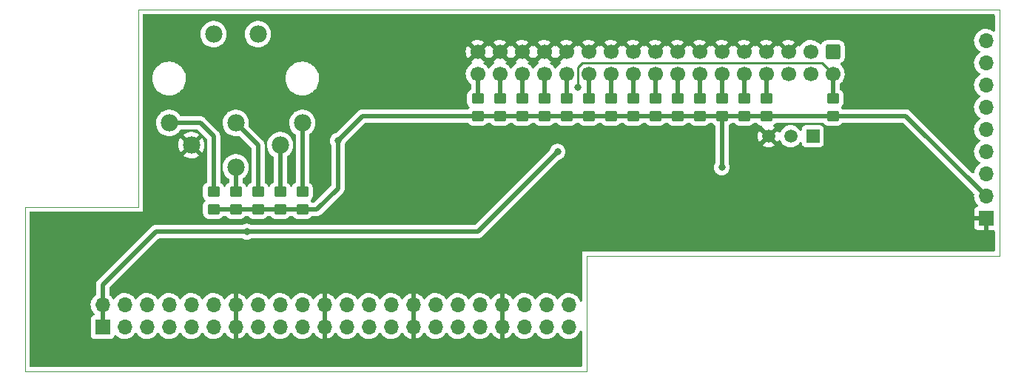
<source format=gbr>
%TF.GenerationSoftware,KiCad,Pcbnew,6.0.2+dfsg-1*%
%TF.CreationDate,2022-09-14T20:22:00+02:00*%
%TF.ProjectId,interface_board,696e7465-7266-4616-9365-5f626f617264,rev?*%
%TF.SameCoordinates,Original*%
%TF.FileFunction,Copper,L2,Bot*%
%TF.FilePolarity,Positive*%
%FSLAX46Y46*%
G04 Gerber Fmt 4.6, Leading zero omitted, Abs format (unit mm)*
G04 Created by KiCad (PCBNEW 6.0.2+dfsg-1) date 2022-09-14 20:22:00*
%MOMM*%
%LPD*%
G01*
G04 APERTURE LIST*
G04 Aperture macros list*
%AMRoundRect*
0 Rectangle with rounded corners*
0 $1 Rounding radius*
0 $2 $3 $4 $5 $6 $7 $8 $9 X,Y pos of 4 corners*
0 Add a 4 corners polygon primitive as box body*
4,1,4,$2,$3,$4,$5,$6,$7,$8,$9,$2,$3,0*
0 Add four circle primitives for the rounded corners*
1,1,$1+$1,$2,$3*
1,1,$1+$1,$4,$5*
1,1,$1+$1,$6,$7*
1,1,$1+$1,$8,$9*
0 Add four rect primitives between the rounded corners*
20,1,$1+$1,$2,$3,$4,$5,0*
20,1,$1+$1,$4,$5,$6,$7,0*
20,1,$1+$1,$6,$7,$8,$9,0*
20,1,$1+$1,$8,$9,$2,$3,0*%
G04 Aperture macros list end*
%TA.AperFunction,Profile*%
%ADD10C,0.100000*%
%TD*%
%TA.AperFunction,ComponentPad*%
%ADD11RoundRect,0.250000X-0.600000X0.600000X-0.600000X-0.600000X0.600000X-0.600000X0.600000X0.600000X0*%
%TD*%
%TA.AperFunction,ComponentPad*%
%ADD12C,1.700000*%
%TD*%
%TA.AperFunction,ComponentPad*%
%ADD13C,1.981200*%
%TD*%
%TA.AperFunction,ComponentPad*%
%ADD14R,1.500000X1.500000*%
%TD*%
%TA.AperFunction,ComponentPad*%
%ADD15C,1.500000*%
%TD*%
%TA.AperFunction,SMDPad,CuDef*%
%ADD16RoundRect,0.250000X0.450000X-0.350000X0.450000X0.350000X-0.450000X0.350000X-0.450000X-0.350000X0*%
%TD*%
%TA.AperFunction,ComponentPad*%
%ADD17R,1.700000X1.700000*%
%TD*%
%TA.AperFunction,ComponentPad*%
%ADD18O,1.700000X1.700000*%
%TD*%
%TA.AperFunction,ViaPad*%
%ADD19C,0.800000*%
%TD*%
%TA.AperFunction,Conductor*%
%ADD20C,0.508000*%
%TD*%
%TA.AperFunction,Conductor*%
%ADD21C,0.250000*%
%TD*%
G04 APERTURE END LIST*
D10*
X93215000Y-97409000D02*
X106169000Y-97409000D01*
X157477000Y-116205000D02*
X157477000Y-102997000D01*
X195577000Y-102997000D02*
X204721000Y-102997000D01*
X204721000Y-74803000D02*
X204721000Y-102997000D01*
X157477000Y-116205000D02*
X93215000Y-116205000D01*
X106169000Y-97409000D02*
X106169000Y-74803000D01*
X93215000Y-116205000D02*
X93215000Y-97409000D01*
X106169000Y-74803000D02*
X204721000Y-74803000D01*
X195577000Y-102997000D02*
X195577000Y-102997000D01*
X157477000Y-102997000D02*
X195577000Y-102997000D01*
D11*
%TO.P,J4,1,Pin_1*%
%TO.N,unconnected-(J4-Pad1)*%
X185671000Y-79629000D03*
D12*
%TO.P,J4,2,Pin_2*%
%TO.N,/IBM PC floppy interface/~{REDWC}*%
X185671000Y-82169000D03*
%TO.P,J4,3,Pin_3*%
%TO.N,unconnected-(J4-Pad3)*%
X183131000Y-79629000D03*
%TO.P,J4,4,Pin_4*%
%TO.N,unconnected-(J4-Pad4)*%
X183131000Y-82169000D03*
%TO.P,J4,5,Pin_5*%
%TO.N,GND*%
X180591000Y-79629000D03*
%TO.P,J4,6,Pin_6*%
%TO.N,unconnected-(J4-Pad6)*%
X180591000Y-82169000D03*
%TO.P,J4,7,Pin_7*%
%TO.N,GND*%
X178051000Y-79629000D03*
%TO.P,J4,8,Pin_8*%
%TO.N,/IBM PC floppy interface/~{INDEX}*%
X178051000Y-82169000D03*
%TO.P,J4,9,Pin_9*%
%TO.N,GND*%
X175511000Y-79629000D03*
%TO.P,J4,10,Pin_10*%
%TO.N,/IBM PC floppy interface/~{MOTEA}*%
X175511000Y-82169000D03*
%TO.P,J4,11,Pin_11*%
%TO.N,GND*%
X172971000Y-79629000D03*
%TO.P,J4,12,Pin_12*%
%TO.N,/IBM PC floppy interface/~{DRVSB}*%
X172971000Y-82169000D03*
%TO.P,J4,13,Pin_13*%
%TO.N,GND*%
X170431000Y-79629000D03*
%TO.P,J4,14,Pin_14*%
%TO.N,/IBM PC floppy interface/~{DRVSA}*%
X170431000Y-82169000D03*
%TO.P,J4,15,Pin_15*%
%TO.N,GND*%
X167891000Y-79629000D03*
%TO.P,J4,16,Pin_16*%
%TO.N,/IBM PC floppy interface/~{MOTEB}*%
X167891000Y-82169000D03*
%TO.P,J4,17,Pin_17*%
%TO.N,GND*%
X165351000Y-79629000D03*
%TO.P,J4,18,Pin_18*%
%TO.N,/IBM PC floppy interface/~{DIR}*%
X165351000Y-82169000D03*
%TO.P,J4,19,Pin_19*%
%TO.N,GND*%
X162811000Y-79629000D03*
%TO.P,J4,20,Pin_20*%
%TO.N,/IBM PC floppy interface/~{STEP}*%
X162811000Y-82169000D03*
%TO.P,J4,21,Pin_21*%
%TO.N,GND*%
X160271000Y-79629000D03*
%TO.P,J4,22,Pin_22*%
%TO.N,/IBM PC floppy interface/~{WDATE}*%
X160271000Y-82169000D03*
%TO.P,J4,23,Pin_23*%
%TO.N,GND*%
X157731000Y-79629000D03*
%TO.P,J4,24,Pin_24*%
%TO.N,/IBM PC floppy interface/~{WGATE}*%
X157731000Y-82169000D03*
%TO.P,J4,25,Pin_25*%
%TO.N,GND*%
X155191000Y-79629000D03*
%TO.P,J4,26,Pin_26*%
%TO.N,/IBM PC floppy interface/~{TRK00}*%
X155191000Y-82169000D03*
%TO.P,J4,27,Pin_27*%
%TO.N,GND*%
X152651000Y-79629000D03*
%TO.P,J4,28,Pin_28*%
%TO.N,/IBM PC floppy interface/~{WPT}*%
X152651000Y-82169000D03*
%TO.P,J4,29,Pin_29*%
%TO.N,GND*%
X150111000Y-79629000D03*
%TO.P,J4,30,Pin_30*%
%TO.N,/IBM PC floppy interface/~{RDATA}*%
X150111000Y-82169000D03*
%TO.P,J4,31,Pin_31*%
%TO.N,GND*%
X147571000Y-79629000D03*
%TO.P,J4,32,Pin_32*%
%TO.N,/IBM PC floppy interface/~{SIDE1}*%
X147571000Y-82169000D03*
%TO.P,J4,33,Pin_33*%
%TO.N,GND*%
X145031000Y-79629000D03*
%TO.P,J4,34,Pin_34*%
%TO.N,/IBM PC floppy interface/~{DSKCHG}*%
X145031000Y-82169000D03*
%TD*%
D13*
%TO.P,J3,PE@*%
%TO.N,N/C*%
X114805000Y-77597000D03*
%TO.P,J3,PE*%
X119885000Y-77597000D03*
%TO.P,J3,6*%
%TO.N,/Serial interface/~{RESET}*%
X117345000Y-92837000D03*
%TO.P,J3,5*%
%TO.N,/Serial interface/~{DATA}*%
X124965000Y-87757000D03*
%TO.P,J3,4*%
%TO.N,/Serial interface/~{CLK}*%
X122425000Y-90297000D03*
%TO.P,J3,3*%
%TO.N,/Serial interface/~{ATN}*%
X117345000Y-87757000D03*
%TO.P,J3,2*%
%TO.N,GND*%
X112265000Y-90297000D03*
%TO.P,J3,1*%
%TO.N,/Serial interface/~{SRQ}*%
X109725000Y-87757000D03*
%TD*%
D14*
%TO.P,Q1,1,C*%
%TO.N,/IBM PC floppy interface/~{REDWC}*%
X183385000Y-89281000D03*
D15*
%TO.P,Q1,2,B*%
%TO.N,Net-(Q1-Pad2)*%
X180845000Y-89281000D03*
%TO.P,Q1,3,E*%
%TO.N,GND*%
X178305000Y-89281000D03*
%TD*%
D16*
%TO.P,R7,1*%
%TO.N,+5V*%
X172971000Y-86979000D03*
%TO.P,R7,2*%
%TO.N,/IBM PC floppy interface/~{DRVSB}*%
X172971000Y-84979000D03*
%TD*%
%TO.P,R4,1*%
%TO.N,+5V*%
X117345000Y-97631000D03*
%TO.P,R4,2*%
%TO.N,/Serial interface/~{RESET}*%
X117345000Y-95631000D03*
%TD*%
%TO.P,R10,1*%
%TO.N,+5V*%
X165351000Y-86979000D03*
%TO.P,R10,2*%
%TO.N,/IBM PC floppy interface/~{DIR}*%
X165351000Y-84979000D03*
%TD*%
D17*
%TO.P,J2,1,Pin_1*%
%TO.N,GND*%
X203197000Y-98679000D03*
D18*
%TO.P,J2,2,Pin_2*%
%TO.N,+5V*%
X203197000Y-96139000D03*
%TO.P,J2,3,Pin_3*%
%TO.N,unconnected-(J2-Pad3)*%
X203197000Y-93599000D03*
%TO.P,J2,4,Pin_4*%
%TO.N,unconnected-(J2-Pad4)*%
X203197000Y-91059000D03*
%TO.P,J2,5,Pin_5*%
%TO.N,unconnected-(J2-Pad5)*%
X203197000Y-88519000D03*
%TO.P,J2,6,Pin_6*%
%TO.N,unconnected-(J2-Pad6)*%
X203197000Y-85979000D03*
%TO.P,J2,7,Pin_7*%
%TO.N,unconnected-(J2-Pad7)*%
X203197000Y-83439000D03*
%TO.P,J2,8,Pin_8*%
%TO.N,unconnected-(J2-Pad8)*%
X203197000Y-80899000D03*
%TO.P,J2,9,Pin_9*%
%TO.N,unconnected-(J2-Pad9)*%
X203197000Y-78359000D03*
%TD*%
D16*
%TO.P,R15,1*%
%TO.N,+5V*%
X152651000Y-86979000D03*
%TO.P,R15,2*%
%TO.N,/IBM PC floppy interface/~{WPT}*%
X152651000Y-84979000D03*
%TD*%
%TO.P,R11,1*%
%TO.N,+5V*%
X162811000Y-86979000D03*
%TO.P,R11,2*%
%TO.N,/IBM PC floppy interface/~{STEP}*%
X162811000Y-84979000D03*
%TD*%
%TO.P,R8,1*%
%TO.N,+5V*%
X170431000Y-86979000D03*
%TO.P,R8,2*%
%TO.N,/IBM PC floppy interface/~{DRVSA}*%
X170431000Y-84979000D03*
%TD*%
%TO.P,R2,1*%
%TO.N,+5V*%
X122425000Y-97631000D03*
%TO.P,R2,2*%
%TO.N,/Serial interface/~{CLK}*%
X122425000Y-95631000D03*
%TD*%
%TO.P,R17,1*%
%TO.N,+5V*%
X145031000Y-86979000D03*
%TO.P,R17,2*%
%TO.N,/IBM PC floppy interface/~{DSKCHG}*%
X145031000Y-84979000D03*
%TD*%
%TO.P,R19,1*%
%TO.N,+5V*%
X147571000Y-86979000D03*
%TO.P,R19,2*%
%TO.N,/IBM PC floppy interface/~{SIDE1}*%
X147571000Y-84979000D03*
%TD*%
%TO.P,R3,1*%
%TO.N,+5V*%
X124965000Y-97631000D03*
%TO.P,R3,2*%
%TO.N,/Serial interface/~{DATA}*%
X124965000Y-95631000D03*
%TD*%
D17*
%TO.P,J1,1,Pin_1*%
%TO.N,+3V3*%
X102105000Y-111125000D03*
D18*
%TO.P,J1,2,Pin_2*%
X102105000Y-108585000D03*
%TO.P,J1,3,Pin_3*%
%TO.N,unconnected-(J1-Pad3)*%
X104645000Y-111125000D03*
%TO.P,J1,4,Pin_4*%
%TO.N,unconnected-(J1-Pad4)*%
X104645000Y-108585000D03*
%TO.P,J1,5,Pin_5*%
%TO.N,/ACTION*%
X107185000Y-111125000D03*
%TO.P,J1,6,Pin_6*%
%TO.N,/PWR*%
X107185000Y-108585000D03*
%TO.P,J1,7,Pin_7*%
%TO.N,/ATN_IN*%
X109725000Y-111125000D03*
%TO.P,J1,8,Pin_8*%
%TO.N,/SQR_IN*%
X109725000Y-108585000D03*
%TO.P,J1,9,Pin_9*%
%TO.N,/CLK_IN*%
X112265000Y-111125000D03*
%TO.P,J1,10,Pin_10*%
%TO.N,/RESET_IN*%
X112265000Y-108585000D03*
%TO.P,J1,11,Pin_11*%
%TO.N,unconnected-(J1-Pad11)*%
X114805000Y-111125000D03*
%TO.P,J1,12,Pin_12*%
%TO.N,/DATA_IN*%
X114805000Y-108585000D03*
%TO.P,J1,13,Pin_13*%
%TO.N,GND*%
X117345000Y-111125000D03*
%TO.P,J1,14,Pin_14*%
X117345000Y-108585000D03*
%TO.P,J1,15,Pin_15*%
%TO.N,/CLK_OUT*%
X119885000Y-111125000D03*
%TO.P,J1,16,Pin_16*%
%TO.N,/DATA_OUT*%
X119885000Y-108585000D03*
%TO.P,J1,17,Pin_17*%
%TO.N,/WDATE*%
X122425000Y-111125000D03*
%TO.P,J1,18,Pin_18*%
%TO.N,/SRQ_OUT*%
X122425000Y-108585000D03*
%TO.P,J1,19,Pin_19*%
%TO.N,/SIDE1*%
X124965000Y-111125000D03*
%TO.P,J1,20,Pin_20*%
%TO.N,/WGATE*%
X124965000Y-108585000D03*
%TO.P,J1,21,Pin_21*%
%TO.N,GND*%
X127505000Y-111125000D03*
%TO.P,J1,22,Pin_22*%
X127505000Y-108585000D03*
%TO.P,J1,23,Pin_23*%
%TO.N,/RDATA*%
X130045000Y-111125000D03*
%TO.P,J1,24,Pin_24*%
%TO.N,/DSKCHG*%
X130045000Y-108585000D03*
%TO.P,J1,25,Pin_25*%
%TO.N,/TRK00*%
X132585000Y-111125000D03*
%TO.P,J1,26,Pin_26*%
%TO.N,/WPT*%
X132585000Y-108585000D03*
%TO.P,J1,27,Pin_27*%
%TO.N,/INDEX*%
X135125000Y-111125000D03*
%TO.P,J1,28,Pin_28*%
%TO.N,/REDWC_IN*%
X135125000Y-108585000D03*
%TO.P,J1,29,Pin_29*%
%TO.N,GND*%
X137665000Y-111125000D03*
%TO.P,J1,30,Pin_30*%
X137665000Y-108585000D03*
%TO.P,J1,31,Pin_31*%
%TO.N,unconnected-(J1-Pad31)*%
X140205000Y-111125000D03*
%TO.P,J1,32,Pin_32*%
%TO.N,/STEP*%
X140205000Y-108585000D03*
%TO.P,J1,33,Pin_33*%
%TO.N,unconnected-(J1-Pad33)*%
X142745000Y-111125000D03*
%TO.P,J1,34,Pin_34*%
%TO.N,unconnected-(J1-Pad34)*%
X142745000Y-108585000D03*
%TO.P,J1,35,Pin_35*%
%TO.N,unconnected-(J1-Pad35)*%
X145285000Y-111125000D03*
%TO.P,J1,36,Pin_36*%
%TO.N,unconnected-(J1-Pad36)*%
X145285000Y-108585000D03*
%TO.P,J1,37,Pin_37*%
%TO.N,GND*%
X147825000Y-111125000D03*
%TO.P,J1,38,Pin_38*%
X147825000Y-108585000D03*
%TO.P,J1,39,Pin_39*%
%TO.N,/DIR*%
X150365000Y-111125000D03*
%TO.P,J1,40,Pin_40*%
%TO.N,/MOTEB*%
X150365000Y-108585000D03*
%TO.P,J1,41,Pin_41*%
%TO.N,/DRVSA*%
X152905000Y-111125000D03*
%TO.P,J1,42,Pin_42*%
%TO.N,/DRVSB*%
X152905000Y-108585000D03*
%TO.P,J1,43,Pin_43*%
%TO.N,/MOTEA*%
X155445000Y-111125000D03*
%TO.P,J1,44,Pin_44*%
%TO.N,/REDWC_OUT*%
X155445000Y-108585000D03*
%TD*%
D16*
%TO.P,R18,1*%
%TO.N,+5V*%
X157731000Y-86979000D03*
%TO.P,R18,2*%
%TO.N,/IBM PC floppy interface/~{WGATE}*%
X157731000Y-84979000D03*
%TD*%
%TO.P,R12,1*%
%TO.N,+5V*%
X160271000Y-86979000D03*
%TO.P,R12,2*%
%TO.N,/IBM PC floppy interface/~{WDATE}*%
X160271000Y-84979000D03*
%TD*%
%TO.P,R9,1*%
%TO.N,+5V*%
X167891000Y-86979000D03*
%TO.P,R9,2*%
%TO.N,/IBM PC floppy interface/~{MOTEB}*%
X167891000Y-84979000D03*
%TD*%
%TO.P,R16,1*%
%TO.N,+5V*%
X150111000Y-86979000D03*
%TO.P,R16,2*%
%TO.N,/IBM PC floppy interface/~{RDATA}*%
X150111000Y-84979000D03*
%TD*%
%TO.P,R13,1*%
%TO.N,+5V*%
X178051000Y-86979000D03*
%TO.P,R13,2*%
%TO.N,/IBM PC floppy interface/~{INDEX}*%
X178051000Y-84979000D03*
%TD*%
%TO.P,R1,1*%
%TO.N,+5V*%
X114805000Y-97631000D03*
%TO.P,R1,2*%
%TO.N,/Serial interface/~{SRQ}*%
X114805000Y-95631000D03*
%TD*%
%TO.P,R6,1*%
%TO.N,+5V*%
X175511000Y-86979000D03*
%TO.P,R6,2*%
%TO.N,/IBM PC floppy interface/~{MOTEA}*%
X175511000Y-84979000D03*
%TD*%
%TO.P,R21,1*%
%TO.N,+5V*%
X185671000Y-86963000D03*
%TO.P,R21,2*%
%TO.N,/IBM PC floppy interface/~{REDWC}*%
X185671000Y-84963000D03*
%TD*%
%TO.P,R5,1*%
%TO.N,+5V*%
X119885000Y-97631000D03*
%TO.P,R5,2*%
%TO.N,/Serial interface/~{ATN}*%
X119885000Y-95631000D03*
%TD*%
%TO.P,R14,1*%
%TO.N,+5V*%
X155191000Y-86979000D03*
%TO.P,R14,2*%
%TO.N,/IBM PC floppy interface/~{TRK00}*%
X155191000Y-84979000D03*
%TD*%
D19*
%TO.N,+3V3*%
X118615000Y-100203000D03*
X154175000Y-91059000D03*
%TO.N,+5V*%
X172971000Y-92837000D03*
X129029000Y-89789000D03*
%TO.N,/IBM PC floppy interface/~{REDWC}*%
X156461000Y-83693000D03*
%TD*%
D20*
%TO.N,+3V3*%
X118615000Y-100203000D02*
X145031000Y-100203000D01*
X145031000Y-100203000D02*
X154175000Y-91059000D01*
%TO.N,+5V*%
X124965000Y-97631000D02*
X126651000Y-97631000D01*
X126651000Y-97631000D02*
X129029000Y-95253000D01*
X129029000Y-95253000D02*
X129029000Y-89789000D01*
%TO.N,+3V3*%
X102105000Y-108585000D02*
X102105000Y-106299000D01*
X108201000Y-100203000D02*
X118615000Y-100203000D01*
X102105000Y-111125000D02*
X102105000Y-108585000D01*
X102105000Y-106299000D02*
X108201000Y-100203000D01*
%TO.N,+5V*%
X174733000Y-86995000D02*
X174749000Y-87011000D01*
X203197000Y-96139000D02*
X194021000Y-86963000D01*
X145031000Y-86979000D02*
X178051000Y-86979000D01*
X114805000Y-97631000D02*
X124965000Y-97631000D01*
X172463000Y-86995000D02*
X174733000Y-86995000D01*
X131839000Y-86979000D02*
X145031000Y-86979000D01*
X129029000Y-89789000D02*
X131839000Y-86979000D01*
X178051000Y-86979000D02*
X185655000Y-86979000D01*
X194021000Y-86963000D02*
X185671000Y-86963000D01*
X172971000Y-86979000D02*
X172971000Y-92837000D01*
X185655000Y-86979000D02*
X185671000Y-86963000D01*
%TO.N,/Serial interface/~{SRQ}*%
X114805000Y-95631000D02*
X114805000Y-89281000D01*
X114805000Y-89281000D02*
X113281000Y-87757000D01*
X113281000Y-87757000D02*
X109725000Y-87757000D01*
%TO.N,/Serial interface/~{ATN}*%
X119885000Y-95631000D02*
X119885000Y-90297000D01*
X119885000Y-90297000D02*
X117345000Y-87757000D01*
%TO.N,/Serial interface/~{CLK}*%
X122425000Y-95631000D02*
X122425000Y-90297000D01*
%TO.N,/Serial interface/~{DATA}*%
X124965000Y-95631000D02*
X124965000Y-87757000D01*
%TO.N,/Serial interface/~{RESET}*%
X117345000Y-95631000D02*
X117345000Y-92837000D01*
D21*
%TO.N,/IBM PC floppy interface/~{REDWC}*%
X184401000Y-80899000D02*
X185671000Y-82169000D01*
X156461000Y-81407000D02*
X156969000Y-80899000D01*
X156461000Y-83693000D02*
X156461000Y-81407000D01*
D20*
X185671000Y-84963000D02*
X185671000Y-82169000D01*
D21*
X156969000Y-80899000D02*
X184401000Y-80899000D01*
D20*
%TO.N,/IBM PC floppy interface/~{INDEX}*%
X178051000Y-84979000D02*
X178051000Y-82169000D01*
%TO.N,/IBM PC floppy interface/~{MOTEA}*%
X175511000Y-84979000D02*
X175511000Y-82169000D01*
%TO.N,/IBM PC floppy interface/~{DRVSB}*%
X172971000Y-84979000D02*
X172971000Y-82169000D01*
%TO.N,/IBM PC floppy interface/~{DRVSA}*%
X170431000Y-84979000D02*
X170431000Y-82169000D01*
%TO.N,/IBM PC floppy interface/~{MOTEB}*%
X167891000Y-84979000D02*
X167891000Y-82169000D01*
%TO.N,/IBM PC floppy interface/~{DIR}*%
X165351000Y-84979000D02*
X165351000Y-82169000D01*
%TO.N,/IBM PC floppy interface/~{STEP}*%
X162811000Y-84979000D02*
X162811000Y-82169000D01*
%TO.N,/IBM PC floppy interface/~{WDATE}*%
X160271000Y-84979000D02*
X160271000Y-82169000D01*
%TO.N,/IBM PC floppy interface/~{WGATE}*%
X157731000Y-84979000D02*
X157731000Y-82169000D01*
%TO.N,/IBM PC floppy interface/~{TRK00}*%
X155191000Y-84979000D02*
X155191000Y-82169000D01*
%TO.N,/IBM PC floppy interface/~{WPT}*%
X152651000Y-84979000D02*
X152651000Y-82169000D01*
%TO.N,/IBM PC floppy interface/~{RDATA}*%
X150111000Y-84979000D02*
X150111000Y-82169000D01*
%TO.N,/IBM PC floppy interface/~{SIDE1}*%
X147571000Y-84995000D02*
X147571000Y-82185000D01*
%TO.N,/IBM PC floppy interface/~{DSKCHG}*%
X145031000Y-84979000D02*
X145031000Y-82169000D01*
%TD*%
%TA.AperFunction,Conductor*%
%TO.N,GND*%
G36*
X204155121Y-75331002D02*
G01*
X204201614Y-75384658D01*
X204213000Y-75437000D01*
X204213000Y-77170166D01*
X204192998Y-77238287D01*
X204139342Y-77284780D01*
X204069068Y-77294884D01*
X204008907Y-77269047D01*
X203955415Y-77226801D01*
X203955413Y-77226800D01*
X203951359Y-77223598D01*
X203755789Y-77115638D01*
X203750920Y-77113914D01*
X203750916Y-77113912D01*
X203550087Y-77042795D01*
X203550083Y-77042794D01*
X203545212Y-77041069D01*
X203540119Y-77040162D01*
X203540116Y-77040161D01*
X203330373Y-77002800D01*
X203330367Y-77002799D01*
X203325284Y-77001894D01*
X203251452Y-77000992D01*
X203107081Y-76999228D01*
X203107079Y-76999228D01*
X203101911Y-76999165D01*
X202881091Y-77032955D01*
X202668756Y-77102357D01*
X202470607Y-77205507D01*
X202466474Y-77208610D01*
X202466471Y-77208612D01*
X202331234Y-77310151D01*
X202291965Y-77339635D01*
X202137629Y-77501138D01*
X202011743Y-77685680D01*
X202009564Y-77690375D01*
X201955731Y-77806349D01*
X201917688Y-77888305D01*
X201857989Y-78103570D01*
X201834251Y-78325695D01*
X201834548Y-78330848D01*
X201834548Y-78330851D01*
X201844614Y-78505427D01*
X201847110Y-78548715D01*
X201848247Y-78553761D01*
X201848248Y-78553767D01*
X201865169Y-78628848D01*
X201896222Y-78766639D01*
X201939343Y-78872834D01*
X201972875Y-78955413D01*
X201980266Y-78973616D01*
X202020741Y-79039665D01*
X202057408Y-79099500D01*
X202096987Y-79164088D01*
X202243250Y-79332938D01*
X202415126Y-79475632D01*
X202485595Y-79516811D01*
X202488445Y-79518476D01*
X202537169Y-79570114D01*
X202550240Y-79639897D01*
X202523509Y-79705669D01*
X202483055Y-79739027D01*
X202470607Y-79745507D01*
X202466474Y-79748610D01*
X202466471Y-79748612D01*
X202296100Y-79876530D01*
X202291965Y-79879635D01*
X202137629Y-80041138D01*
X202011743Y-80225680D01*
X201977714Y-80298989D01*
X201936453Y-80387880D01*
X201917688Y-80428305D01*
X201857989Y-80643570D01*
X201834251Y-80865695D01*
X201834548Y-80870848D01*
X201834548Y-80870851D01*
X201842889Y-81015507D01*
X201847110Y-81088715D01*
X201848247Y-81093761D01*
X201848248Y-81093767D01*
X201872304Y-81200508D01*
X201896222Y-81306639D01*
X201980266Y-81513616D01*
X201982965Y-81518020D01*
X202082475Y-81680406D01*
X202096987Y-81704088D01*
X202243250Y-81872938D01*
X202415126Y-82015632D01*
X202485595Y-82056811D01*
X202488445Y-82058476D01*
X202537169Y-82110114D01*
X202550240Y-82179897D01*
X202523509Y-82245669D01*
X202483055Y-82279027D01*
X202470607Y-82285507D01*
X202466474Y-82288610D01*
X202466471Y-82288612D01*
X202296100Y-82416530D01*
X202291965Y-82419635D01*
X202270544Y-82442051D01*
X202146748Y-82571596D01*
X202137629Y-82581138D01*
X202134715Y-82585410D01*
X202134714Y-82585411D01*
X202086098Y-82656680D01*
X202011743Y-82765680D01*
X202001373Y-82788020D01*
X201938573Y-82923313D01*
X201917688Y-82968305D01*
X201857989Y-83183570D01*
X201834251Y-83405695D01*
X201834548Y-83410848D01*
X201834548Y-83410851D01*
X201841424Y-83530097D01*
X201847110Y-83628715D01*
X201848247Y-83633761D01*
X201848248Y-83633767D01*
X201859049Y-83681691D01*
X201896222Y-83846639D01*
X201929375Y-83928286D01*
X201970889Y-84030522D01*
X201980266Y-84053616D01*
X202096987Y-84244088D01*
X202243250Y-84412938D01*
X202415126Y-84555632D01*
X202460020Y-84581866D01*
X202488445Y-84598476D01*
X202537169Y-84650114D01*
X202550240Y-84719897D01*
X202523509Y-84785669D01*
X202483055Y-84819027D01*
X202470607Y-84825507D01*
X202466474Y-84828610D01*
X202466471Y-84828612D01*
X202296100Y-84956530D01*
X202291965Y-84959635D01*
X202137629Y-85121138D01*
X202011743Y-85305680D01*
X201976039Y-85382598D01*
X201928429Y-85485166D01*
X201917688Y-85508305D01*
X201857989Y-85723570D01*
X201834251Y-85945695D01*
X201847110Y-86168715D01*
X201848247Y-86173761D01*
X201848248Y-86173767D01*
X201867760Y-86260345D01*
X201896222Y-86386639D01*
X201980266Y-86593616D01*
X202096987Y-86784088D01*
X202243250Y-86952938D01*
X202415126Y-87095632D01*
X202442471Y-87111611D01*
X202488445Y-87138476D01*
X202537169Y-87190114D01*
X202550240Y-87259897D01*
X202523509Y-87325669D01*
X202483055Y-87359027D01*
X202470607Y-87365507D01*
X202466474Y-87368610D01*
X202466471Y-87368612D01*
X202331234Y-87470151D01*
X202291965Y-87499635D01*
X202137629Y-87661138D01*
X202011743Y-87845680D01*
X202009564Y-87850375D01*
X201920018Y-88043286D01*
X201917688Y-88048305D01*
X201857989Y-88263570D01*
X201834251Y-88485695D01*
X201834548Y-88490848D01*
X201834548Y-88490851D01*
X201843427Y-88644838D01*
X201847110Y-88708715D01*
X201848247Y-88713761D01*
X201848248Y-88713767D01*
X201867654Y-88799875D01*
X201896222Y-88926639D01*
X201950685Y-89060767D01*
X201972875Y-89115413D01*
X201980266Y-89133616D01*
X202017065Y-89193667D01*
X202091433Y-89315024D01*
X202096987Y-89324088D01*
X202243250Y-89492938D01*
X202415126Y-89635632D01*
X202444884Y-89653021D01*
X202488445Y-89678476D01*
X202537169Y-89730114D01*
X202550240Y-89799897D01*
X202523509Y-89865669D01*
X202483055Y-89899027D01*
X202470607Y-89905507D01*
X202466474Y-89908610D01*
X202466471Y-89908612D01*
X202324597Y-90015134D01*
X202291965Y-90039635D01*
X202137629Y-90201138D01*
X202134715Y-90205410D01*
X202134714Y-90205411D01*
X202080975Y-90284189D01*
X202011743Y-90385680D01*
X202009564Y-90390375D01*
X201944766Y-90529971D01*
X201917688Y-90588305D01*
X201857989Y-90803570D01*
X201834251Y-91025695D01*
X201834548Y-91030848D01*
X201834548Y-91030851D01*
X201841887Y-91158129D01*
X201847110Y-91248715D01*
X201848247Y-91253761D01*
X201848248Y-91253767D01*
X201867760Y-91340345D01*
X201896222Y-91466639D01*
X201945213Y-91587289D01*
X201972691Y-91654960D01*
X201980266Y-91673616D01*
X202016629Y-91732955D01*
X202090072Y-91852803D01*
X202096987Y-91864088D01*
X202243250Y-92032938D01*
X202415126Y-92175632D01*
X202485595Y-92216811D01*
X202488445Y-92218476D01*
X202537169Y-92270114D01*
X202550240Y-92339897D01*
X202523509Y-92405669D01*
X202483055Y-92439027D01*
X202470607Y-92445507D01*
X202466474Y-92448610D01*
X202466471Y-92448612D01*
X202331234Y-92550151D01*
X202291965Y-92579635D01*
X202137629Y-92741138D01*
X202011743Y-92925680D01*
X202009564Y-92930375D01*
X201955731Y-93046349D01*
X201917688Y-93128305D01*
X201857989Y-93343570D01*
X201857440Y-93348704D01*
X201857440Y-93348706D01*
X201849493Y-93423068D01*
X201822365Y-93488677D01*
X201764072Y-93529205D01*
X201693123Y-93531784D01*
X201635111Y-93498773D01*
X194607810Y-86471472D01*
X194595423Y-86457059D01*
X194586795Y-86445335D01*
X194582454Y-86439436D01*
X194541945Y-86405021D01*
X194534429Y-86398091D01*
X194528685Y-86392347D01*
X194525811Y-86390073D01*
X194525804Y-86390067D01*
X194506289Y-86374628D01*
X194502885Y-86371837D01*
X194452528Y-86329055D01*
X194452524Y-86329052D01*
X194446949Y-86324316D01*
X194440432Y-86320988D01*
X194435368Y-86317611D01*
X194430144Y-86314384D01*
X194424400Y-86309840D01*
X194377613Y-86287973D01*
X194357918Y-86278768D01*
X194353967Y-86276837D01*
X194317811Y-86258375D01*
X194288596Y-86243457D01*
X194281481Y-86241716D01*
X194275735Y-86239579D01*
X194269952Y-86237655D01*
X194263321Y-86234556D01*
X194191443Y-86219606D01*
X194187171Y-86218639D01*
X194115888Y-86201196D01*
X194110289Y-86200849D01*
X194110285Y-86200848D01*
X194104670Y-86200500D01*
X194104672Y-86200461D01*
X194100771Y-86200228D01*
X194096412Y-86199839D01*
X194089244Y-86198348D01*
X194081927Y-86198546D01*
X194011423Y-86200454D01*
X194008014Y-86200500D01*
X186827953Y-86200500D01*
X186759832Y-86180498D01*
X186729324Y-86149464D01*
X186727875Y-86150612D01*
X186723332Y-86144880D01*
X186719478Y-86138652D01*
X186632891Y-86052216D01*
X186598812Y-85989934D01*
X186603815Y-85919114D01*
X186632736Y-85874025D01*
X186715134Y-85791483D01*
X186720305Y-85786303D01*
X186755808Y-85728707D01*
X186809275Y-85641968D01*
X186809276Y-85641966D01*
X186813115Y-85635738D01*
X186853727Y-85513297D01*
X186866632Y-85474389D01*
X186866632Y-85474387D01*
X186868797Y-85467861D01*
X186879500Y-85363400D01*
X186879500Y-84562600D01*
X186878434Y-84552327D01*
X186869238Y-84463692D01*
X186869237Y-84463688D01*
X186868526Y-84456834D01*
X186812550Y-84289054D01*
X186719478Y-84138652D01*
X186594303Y-84013695D01*
X186588072Y-84009854D01*
X186493384Y-83951487D01*
X186445890Y-83898714D01*
X186433500Y-83844227D01*
X186433500Y-83358780D01*
X186453502Y-83290659D01*
X186486332Y-83256201D01*
X186546652Y-83213176D01*
X186546663Y-83213167D01*
X186550860Y-83210173D01*
X186709096Y-83052489D01*
X186768594Y-82969689D01*
X186836435Y-82875277D01*
X186839453Y-82871077D01*
X186860320Y-82828857D01*
X186936136Y-82675453D01*
X186936137Y-82675451D01*
X186938430Y-82670811D01*
X187003370Y-82457069D01*
X187032529Y-82235590D01*
X187034156Y-82169000D01*
X187015852Y-81946361D01*
X186961431Y-81729702D01*
X186872354Y-81524840D01*
X186751014Y-81337277D01*
X186600670Y-81172051D01*
X186558006Y-81138357D01*
X186516944Y-81080441D01*
X186513712Y-81009518D01*
X186549337Y-80948107D01*
X186582647Y-80925376D01*
X186588007Y-80922865D01*
X186594946Y-80920550D01*
X186745348Y-80827478D01*
X186870305Y-80702303D01*
X186963115Y-80551738D01*
X187018797Y-80383861D01*
X187020328Y-80368924D01*
X187029172Y-80282598D01*
X187029500Y-80279400D01*
X187029500Y-78978600D01*
X187024408Y-78929520D01*
X187019238Y-78879692D01*
X187019237Y-78879688D01*
X187018526Y-78872834D01*
X186984598Y-78771138D01*
X186964868Y-78712002D01*
X186962550Y-78705054D01*
X186869478Y-78554652D01*
X186744303Y-78429695D01*
X186738072Y-78425854D01*
X186599968Y-78340725D01*
X186599966Y-78340724D01*
X186593738Y-78336885D01*
X186433254Y-78283655D01*
X186432389Y-78283368D01*
X186432387Y-78283368D01*
X186425861Y-78281203D01*
X186419025Y-78280503D01*
X186419022Y-78280502D01*
X186367535Y-78275227D01*
X186321400Y-78270500D01*
X185020600Y-78270500D01*
X185017354Y-78270837D01*
X185017350Y-78270837D01*
X184921692Y-78280762D01*
X184921688Y-78280763D01*
X184914834Y-78281474D01*
X184908298Y-78283655D01*
X184908296Y-78283655D01*
X184845631Y-78304562D01*
X184747054Y-78337450D01*
X184596652Y-78430522D01*
X184591479Y-78435704D01*
X184535762Y-78491518D01*
X184471695Y-78555697D01*
X184467855Y-78561927D01*
X184467854Y-78561928D01*
X184422272Y-78635876D01*
X184378885Y-78706262D01*
X184376579Y-78713213D01*
X184374561Y-78717542D01*
X184327644Y-78770828D01*
X184259367Y-78790290D01*
X184191407Y-78769749D01*
X184167172Y-78749094D01*
X184064152Y-78635876D01*
X184064142Y-78635867D01*
X184060670Y-78632051D01*
X184056619Y-78628852D01*
X184056615Y-78628848D01*
X183889414Y-78496800D01*
X183889410Y-78496798D01*
X183885359Y-78493598D01*
X183689789Y-78385638D01*
X183684920Y-78383914D01*
X183684916Y-78383912D01*
X183484087Y-78312795D01*
X183484083Y-78312794D01*
X183479212Y-78311069D01*
X183474119Y-78310162D01*
X183474116Y-78310161D01*
X183264373Y-78272800D01*
X183264367Y-78272799D01*
X183259284Y-78271894D01*
X183185452Y-78270992D01*
X183041081Y-78269228D01*
X183041079Y-78269228D01*
X183035911Y-78269165D01*
X182815091Y-78302955D01*
X182602756Y-78372357D01*
X182524455Y-78413118D01*
X182482678Y-78434866D01*
X182404607Y-78475507D01*
X182400474Y-78478610D01*
X182400471Y-78478612D01*
X182230100Y-78606530D01*
X182225965Y-78609635D01*
X182170353Y-78667830D01*
X182080748Y-78761596D01*
X182071629Y-78771138D01*
X181991175Y-78889080D01*
X181963898Y-78929066D01*
X181908987Y-78974069D01*
X181838462Y-78982240D01*
X181774715Y-78950986D01*
X181754017Y-78926501D01*
X181724062Y-78880197D01*
X181713377Y-78870995D01*
X181703812Y-78875398D01*
X180680095Y-79899115D01*
X180617783Y-79933141D01*
X180546968Y-79928076D01*
X180501905Y-79899115D01*
X179480849Y-78878059D01*
X179469313Y-78871759D01*
X179457028Y-78881384D01*
X179424192Y-78929520D01*
X179369281Y-78974523D01*
X179298756Y-78982694D01*
X179235009Y-78951440D01*
X179214311Y-78926955D01*
X179184062Y-78880197D01*
X179173377Y-78870995D01*
X179163812Y-78875398D01*
X178140095Y-79899115D01*
X178077783Y-79933141D01*
X178006968Y-79928076D01*
X177961905Y-79899115D01*
X176940849Y-78878059D01*
X176929313Y-78871759D01*
X176917028Y-78881384D01*
X176884192Y-78929520D01*
X176829281Y-78974523D01*
X176758756Y-78982694D01*
X176695009Y-78951440D01*
X176674311Y-78926955D01*
X176644062Y-78880197D01*
X176633377Y-78870995D01*
X176623812Y-78875398D01*
X175600095Y-79899115D01*
X175537783Y-79933141D01*
X175466968Y-79928076D01*
X175421905Y-79899115D01*
X174400849Y-78878059D01*
X174389313Y-78871759D01*
X174377028Y-78881384D01*
X174344192Y-78929520D01*
X174289281Y-78974523D01*
X174218756Y-78982694D01*
X174155009Y-78951440D01*
X174134311Y-78926955D01*
X174104062Y-78880197D01*
X174093377Y-78870995D01*
X174083812Y-78875398D01*
X173060095Y-79899115D01*
X172997783Y-79933141D01*
X172926968Y-79928076D01*
X172881905Y-79899115D01*
X171860849Y-78878059D01*
X171849313Y-78871759D01*
X171837028Y-78881384D01*
X171804192Y-78929520D01*
X171749281Y-78974523D01*
X171678756Y-78982694D01*
X171615009Y-78951440D01*
X171594311Y-78926955D01*
X171564062Y-78880197D01*
X171553377Y-78870995D01*
X171543812Y-78875398D01*
X170520095Y-79899115D01*
X170457783Y-79933141D01*
X170386968Y-79928076D01*
X170341905Y-79899115D01*
X169320849Y-78878059D01*
X169309313Y-78871759D01*
X169297028Y-78881384D01*
X169264192Y-78929520D01*
X169209281Y-78974523D01*
X169138756Y-78982694D01*
X169075009Y-78951440D01*
X169054311Y-78926955D01*
X169024062Y-78880197D01*
X169013377Y-78870995D01*
X169003812Y-78875398D01*
X167980095Y-79899115D01*
X167917783Y-79933141D01*
X167846968Y-79928076D01*
X167801905Y-79899115D01*
X166780849Y-78878059D01*
X166769313Y-78871759D01*
X166757028Y-78881384D01*
X166724192Y-78929520D01*
X166669281Y-78974523D01*
X166598756Y-78982694D01*
X166535009Y-78951440D01*
X166514311Y-78926955D01*
X166484062Y-78880197D01*
X166473377Y-78870995D01*
X166463812Y-78875398D01*
X165440095Y-79899115D01*
X165377783Y-79933141D01*
X165306968Y-79928076D01*
X165261905Y-79899115D01*
X164240849Y-78878059D01*
X164229313Y-78871759D01*
X164217028Y-78881384D01*
X164184192Y-78929520D01*
X164129281Y-78974523D01*
X164058756Y-78982694D01*
X163995009Y-78951440D01*
X163974311Y-78926955D01*
X163944062Y-78880197D01*
X163933377Y-78870995D01*
X163923812Y-78875398D01*
X162900095Y-79899115D01*
X162837783Y-79933141D01*
X162766968Y-79928076D01*
X162721905Y-79899115D01*
X161700849Y-78878059D01*
X161689313Y-78871759D01*
X161677028Y-78881384D01*
X161644192Y-78929520D01*
X161589281Y-78974523D01*
X161518756Y-78982694D01*
X161455009Y-78951440D01*
X161434311Y-78926955D01*
X161404062Y-78880197D01*
X161393377Y-78870995D01*
X161383812Y-78875398D01*
X160360095Y-79899115D01*
X160297783Y-79933141D01*
X160226968Y-79928076D01*
X160181905Y-79899115D01*
X159160849Y-78878059D01*
X159149313Y-78871759D01*
X159137028Y-78881384D01*
X159104192Y-78929520D01*
X159049281Y-78974523D01*
X158978756Y-78982694D01*
X158915009Y-78951440D01*
X158894311Y-78926955D01*
X158864062Y-78880197D01*
X158853377Y-78870995D01*
X158843812Y-78875398D01*
X157820095Y-79899115D01*
X157757783Y-79933141D01*
X157686968Y-79928076D01*
X157641905Y-79899115D01*
X156620849Y-78878059D01*
X156609313Y-78871759D01*
X156597028Y-78881384D01*
X156564192Y-78929520D01*
X156509281Y-78974523D01*
X156438756Y-78982694D01*
X156375009Y-78951440D01*
X156354311Y-78926955D01*
X156324062Y-78880197D01*
X156313377Y-78870995D01*
X156303812Y-78875398D01*
X154437737Y-80741473D01*
X154430977Y-80753853D01*
X154436258Y-80760907D01*
X154482969Y-80788203D01*
X154531693Y-80839841D01*
X154544764Y-80909624D01*
X154518033Y-80975396D01*
X154477584Y-81008752D01*
X154464607Y-81015507D01*
X154460474Y-81018610D01*
X154460471Y-81018612D01*
X154290100Y-81146530D01*
X154285965Y-81149635D01*
X154282393Y-81153373D01*
X154140748Y-81301596D01*
X154131629Y-81311138D01*
X154024201Y-81468621D01*
X153969293Y-81513621D01*
X153898768Y-81521792D01*
X153835021Y-81490538D01*
X153814324Y-81466054D01*
X153733822Y-81341617D01*
X153733820Y-81341614D01*
X153731014Y-81337277D01*
X153580670Y-81172051D01*
X153576616Y-81168849D01*
X153576615Y-81168848D01*
X153409414Y-81036800D01*
X153409410Y-81036798D01*
X153405359Y-81033598D01*
X153363569Y-81010529D01*
X153313598Y-80960097D01*
X153298826Y-80890654D01*
X153323942Y-80824248D01*
X153351293Y-80797642D01*
X153400247Y-80762723D01*
X153408648Y-80752023D01*
X153401660Y-80738870D01*
X152663812Y-80001022D01*
X152649868Y-79993408D01*
X152648035Y-79993539D01*
X152641420Y-79997790D01*
X151897737Y-80741473D01*
X151890977Y-80753853D01*
X151896258Y-80760907D01*
X151942969Y-80788203D01*
X151991693Y-80839841D01*
X152004764Y-80909624D01*
X151978033Y-80975396D01*
X151937584Y-81008752D01*
X151924607Y-81015507D01*
X151920474Y-81018610D01*
X151920471Y-81018612D01*
X151750100Y-81146530D01*
X151745965Y-81149635D01*
X151742393Y-81153373D01*
X151600748Y-81301596D01*
X151591629Y-81311138D01*
X151484201Y-81468621D01*
X151429293Y-81513621D01*
X151358768Y-81521792D01*
X151295021Y-81490538D01*
X151274324Y-81466054D01*
X151193822Y-81341617D01*
X151193820Y-81341614D01*
X151191014Y-81337277D01*
X151040670Y-81172051D01*
X151036616Y-81168849D01*
X151036615Y-81168848D01*
X150869414Y-81036800D01*
X150869410Y-81036798D01*
X150865359Y-81033598D01*
X150823569Y-81010529D01*
X150773598Y-80960097D01*
X150758826Y-80890654D01*
X150783942Y-80824248D01*
X150811293Y-80797642D01*
X150860247Y-80762723D01*
X150868648Y-80752023D01*
X150861660Y-80738870D01*
X150123812Y-80001022D01*
X150109868Y-79993408D01*
X150108035Y-79993539D01*
X150101420Y-79997790D01*
X149357737Y-80741473D01*
X149350977Y-80753853D01*
X149356258Y-80760907D01*
X149402969Y-80788203D01*
X149451693Y-80839841D01*
X149464764Y-80909624D01*
X149438033Y-80975396D01*
X149397584Y-81008752D01*
X149384607Y-81015507D01*
X149380474Y-81018610D01*
X149380471Y-81018612D01*
X149210100Y-81146530D01*
X149205965Y-81149635D01*
X149202393Y-81153373D01*
X149060748Y-81301596D01*
X149051629Y-81311138D01*
X148944201Y-81468621D01*
X148889293Y-81513621D01*
X148818768Y-81521792D01*
X148755021Y-81490538D01*
X148734324Y-81466054D01*
X148653822Y-81341617D01*
X148653820Y-81341614D01*
X148651014Y-81337277D01*
X148500670Y-81172051D01*
X148496616Y-81168849D01*
X148496615Y-81168848D01*
X148329414Y-81036800D01*
X148329410Y-81036798D01*
X148325359Y-81033598D01*
X148283569Y-81010529D01*
X148233598Y-80960097D01*
X148218826Y-80890654D01*
X148243942Y-80824248D01*
X148271293Y-80797642D01*
X148320247Y-80762723D01*
X148328648Y-80752023D01*
X148321660Y-80738870D01*
X147583812Y-80001022D01*
X147569868Y-79993408D01*
X147568035Y-79993539D01*
X147561420Y-79997790D01*
X146817737Y-80741473D01*
X146810977Y-80753853D01*
X146816258Y-80760907D01*
X146862969Y-80788203D01*
X146911693Y-80839841D01*
X146924764Y-80909624D01*
X146898033Y-80975396D01*
X146857584Y-81008752D01*
X146844607Y-81015507D01*
X146840474Y-81018610D01*
X146840471Y-81018612D01*
X146670100Y-81146530D01*
X146665965Y-81149635D01*
X146662393Y-81153373D01*
X146520748Y-81301596D01*
X146511629Y-81311138D01*
X146404201Y-81468621D01*
X146349293Y-81513621D01*
X146278768Y-81521792D01*
X146215021Y-81490538D01*
X146194324Y-81466054D01*
X146113822Y-81341617D01*
X146113820Y-81341614D01*
X146111014Y-81337277D01*
X145960670Y-81172051D01*
X145956616Y-81168849D01*
X145956615Y-81168848D01*
X145789414Y-81036800D01*
X145789410Y-81036798D01*
X145785359Y-81033598D01*
X145743569Y-81010529D01*
X145693598Y-80960097D01*
X145678826Y-80890654D01*
X145703942Y-80824248D01*
X145731293Y-80797642D01*
X145780247Y-80762723D01*
X145788648Y-80752023D01*
X145781660Y-80738870D01*
X145043812Y-80001022D01*
X145029868Y-79993408D01*
X145028035Y-79993539D01*
X145021420Y-79997790D01*
X144277737Y-80741473D01*
X144270977Y-80753853D01*
X144276258Y-80760907D01*
X144322969Y-80788203D01*
X144371693Y-80839841D01*
X144384764Y-80909624D01*
X144358033Y-80975396D01*
X144317584Y-81008752D01*
X144304607Y-81015507D01*
X144300474Y-81018610D01*
X144300471Y-81018612D01*
X144130100Y-81146530D01*
X144125965Y-81149635D01*
X144122393Y-81153373D01*
X143980748Y-81301596D01*
X143971629Y-81311138D01*
X143845743Y-81495680D01*
X143751688Y-81698305D01*
X143691989Y-81913570D01*
X143668251Y-82135695D01*
X143668548Y-82140848D01*
X143668548Y-82140851D01*
X143674011Y-82235590D01*
X143681110Y-82358715D01*
X143682247Y-82363761D01*
X143682248Y-82363767D01*
X143697330Y-82430687D01*
X143730222Y-82576639D01*
X143814266Y-82783616D01*
X143865019Y-82866438D01*
X143928291Y-82969688D01*
X143930987Y-82974088D01*
X144077250Y-83142938D01*
X144222987Y-83263931D01*
X144262620Y-83322831D01*
X144268500Y-83360873D01*
X144268500Y-83860165D01*
X144248498Y-83928286D01*
X144208804Y-83967308D01*
X144106652Y-84030522D01*
X143981695Y-84155697D01*
X143977855Y-84161927D01*
X143977854Y-84161928D01*
X143898748Y-84290262D01*
X143888885Y-84306262D01*
X143872331Y-84356171D01*
X143836242Y-84464978D01*
X143833203Y-84474139D01*
X143822500Y-84578600D01*
X143822500Y-85379400D01*
X143822837Y-85382646D01*
X143822837Y-85382650D01*
X143832356Y-85474389D01*
X143833474Y-85485166D01*
X143889450Y-85652946D01*
X143982522Y-85803348D01*
X143987704Y-85808521D01*
X144069109Y-85889784D01*
X144103188Y-85952066D01*
X144098185Y-86022886D01*
X144069264Y-86067975D01*
X144003874Y-86133479D01*
X143981695Y-86155697D01*
X143977853Y-86161929D01*
X143973318Y-86167672D01*
X143970934Y-86165789D01*
X143928365Y-86204105D01*
X143873869Y-86216500D01*
X131906376Y-86216500D01*
X131887426Y-86215067D01*
X131873027Y-86212876D01*
X131873021Y-86212876D01*
X131865792Y-86211776D01*
X131858500Y-86212369D01*
X131858497Y-86212369D01*
X131812817Y-86216085D01*
X131802602Y-86216500D01*
X131794475Y-86216500D01*
X131790839Y-86216924D01*
X131790837Y-86216924D01*
X131787385Y-86217327D01*
X131766076Y-86219811D01*
X131761756Y-86220238D01*
X131688574Y-86226191D01*
X131681612Y-86228447D01*
X131675624Y-86229643D01*
X131669667Y-86231051D01*
X131662393Y-86231899D01*
X131655511Y-86234397D01*
X131655507Y-86234398D01*
X131593393Y-86256945D01*
X131589289Y-86258355D01*
X131519425Y-86280987D01*
X131513162Y-86284787D01*
X131507620Y-86287325D01*
X131502144Y-86290067D01*
X131495259Y-86292566D01*
X131489135Y-86296581D01*
X131433868Y-86332815D01*
X131430200Y-86335130D01*
X131367419Y-86373227D01*
X131363212Y-86376943D01*
X131363208Y-86376946D01*
X131358995Y-86380668D01*
X131358969Y-86380638D01*
X131356041Y-86383236D01*
X131352687Y-86386040D01*
X131346565Y-86390054D01*
X131341532Y-86395367D01*
X131292995Y-86446604D01*
X131290617Y-86449046D01*
X128865485Y-88874177D01*
X128802588Y-88908328D01*
X128753176Y-88918831D01*
X128753167Y-88918834D01*
X128746712Y-88920206D01*
X128740682Y-88922891D01*
X128740681Y-88922891D01*
X128578278Y-88995197D01*
X128578276Y-88995198D01*
X128572248Y-88997882D01*
X128566907Y-89001762D01*
X128566906Y-89001763D01*
X128526353Y-89031227D01*
X128417747Y-89110134D01*
X128413326Y-89115044D01*
X128413325Y-89115045D01*
X128296664Y-89244611D01*
X128289960Y-89252056D01*
X128286659Y-89257774D01*
X128216556Y-89379196D01*
X128194473Y-89417444D01*
X128135458Y-89599072D01*
X128134768Y-89605633D01*
X128134768Y-89605635D01*
X128121685Y-89730114D01*
X128115496Y-89789000D01*
X128116186Y-89795565D01*
X128134091Y-89965917D01*
X128135458Y-89978928D01*
X128194473Y-90160556D01*
X128197776Y-90166278D01*
X128197777Y-90166279D01*
X128217903Y-90201138D01*
X128245392Y-90248749D01*
X128249619Y-90256071D01*
X128266500Y-90319071D01*
X128266500Y-94884972D01*
X128246498Y-94953093D01*
X128229595Y-94974067D01*
X126372067Y-96831595D01*
X126309755Y-96865621D01*
X126282972Y-96868500D01*
X126121953Y-96868500D01*
X126053832Y-96848498D01*
X126023324Y-96817464D01*
X126021875Y-96818612D01*
X126017332Y-96812880D01*
X126013478Y-96806652D01*
X125926891Y-96720216D01*
X125892812Y-96657934D01*
X125897815Y-96587114D01*
X125926736Y-96542025D01*
X126009134Y-96459483D01*
X126014305Y-96454303D01*
X126107115Y-96303738D01*
X126162797Y-96135861D01*
X126173500Y-96031400D01*
X126173500Y-95230600D01*
X126173163Y-95227350D01*
X126163238Y-95131692D01*
X126163237Y-95131688D01*
X126162526Y-95124834D01*
X126137242Y-95049047D01*
X126108868Y-94964002D01*
X126106550Y-94957054D01*
X126013478Y-94806652D01*
X125888303Y-94681695D01*
X125856120Y-94661857D01*
X125787384Y-94619487D01*
X125739890Y-94566714D01*
X125727500Y-94512227D01*
X125727500Y-89119491D01*
X125747502Y-89051370D01*
X125780332Y-89016912D01*
X125931718Y-88908930D01*
X125931720Y-88908928D01*
X125935922Y-88905931D01*
X126110535Y-88731927D01*
X126254384Y-88531740D01*
X126260434Y-88519500D01*
X126361311Y-88315389D01*
X126361312Y-88315387D01*
X126363605Y-88310747D01*
X126421050Y-88121673D01*
X126433764Y-88079827D01*
X126433764Y-88079826D01*
X126435266Y-88074883D01*
X126437028Y-88061498D01*
X126467005Y-87833804D01*
X126467006Y-87833798D01*
X126467442Y-87830482D01*
X126468131Y-87802303D01*
X126469156Y-87760365D01*
X126469156Y-87760360D01*
X126469238Y-87757000D01*
X126457722Y-87616926D01*
X126449463Y-87516470D01*
X126449462Y-87516464D01*
X126449039Y-87511319D01*
X126419012Y-87391777D01*
X126390245Y-87277247D01*
X126390244Y-87277243D01*
X126388986Y-87272236D01*
X126386045Y-87265472D01*
X126292750Y-87050908D01*
X126292748Y-87050905D01*
X126290690Y-87046171D01*
X126156792Y-86839196D01*
X125990888Y-86656870D01*
X125986837Y-86653671D01*
X125986833Y-86653667D01*
X125801486Y-86507289D01*
X125797433Y-86504088D01*
X125792917Y-86501595D01*
X125792914Y-86501593D01*
X125586144Y-86387450D01*
X125586141Y-86387449D01*
X125581622Y-86384954D01*
X125391449Y-86317611D01*
X125354123Y-86304393D01*
X125354120Y-86304392D01*
X125349251Y-86302668D01*
X125344162Y-86301761D01*
X125344160Y-86301761D01*
X125266754Y-86287973D01*
X125106561Y-86259438D01*
X125014634Y-86258315D01*
X124865240Y-86256489D01*
X124865238Y-86256489D01*
X124860070Y-86256426D01*
X124616396Y-86293714D01*
X124382084Y-86370298D01*
X124315382Y-86405021D01*
X124249272Y-86439436D01*
X124163427Y-86484124D01*
X124159294Y-86487227D01*
X124159291Y-86487229D01*
X124011732Y-86598020D01*
X123966297Y-86632134D01*
X123962725Y-86635872D01*
X123817358Y-86787990D01*
X123795988Y-86810352D01*
X123657073Y-87013994D01*
X123642137Y-87046171D01*
X123555460Y-87232898D01*
X123555458Y-87232903D01*
X123553283Y-87237589D01*
X123487406Y-87475134D01*
X123461211Y-87720248D01*
X123461508Y-87725400D01*
X123461508Y-87725404D01*
X123464329Y-87774328D01*
X123475401Y-87966349D01*
X123476536Y-87971386D01*
X123476537Y-87971392D01*
X123524590Y-88184619D01*
X123529595Y-88206829D01*
X123531539Y-88211615D01*
X123531540Y-88211620D01*
X123573677Y-88315389D01*
X123622338Y-88435227D01*
X123625043Y-88439642D01*
X123625044Y-88439643D01*
X123651531Y-88482866D01*
X123751140Y-88645411D01*
X123912540Y-88831737D01*
X124102205Y-88989200D01*
X124106662Y-88991804D01*
X124106667Y-88991808D01*
X124140070Y-89011327D01*
X124188794Y-89062965D01*
X124202500Y-89120115D01*
X124202500Y-94512165D01*
X124182498Y-94580286D01*
X124142804Y-94619308D01*
X124040652Y-94682522D01*
X123915695Y-94807697D01*
X123911855Y-94813927D01*
X123911854Y-94813928D01*
X123840082Y-94930364D01*
X123822885Y-94958262D01*
X123820581Y-94965209D01*
X123820580Y-94965212D01*
X123814537Y-94983430D01*
X123774107Y-95041791D01*
X123708543Y-95069028D01*
X123638661Y-95056495D01*
X123586649Y-95008171D01*
X123575421Y-94983641D01*
X123568871Y-94964007D01*
X123568867Y-94963997D01*
X123566550Y-94957054D01*
X123473478Y-94806652D01*
X123348303Y-94681695D01*
X123316120Y-94661857D01*
X123247384Y-94619487D01*
X123199890Y-94566714D01*
X123187500Y-94512227D01*
X123187500Y-91659491D01*
X123207502Y-91591370D01*
X123240332Y-91556912D01*
X123391718Y-91448930D01*
X123391720Y-91448928D01*
X123395922Y-91445931D01*
X123570535Y-91271927D01*
X123587062Y-91248928D01*
X123632703Y-91185411D01*
X123714384Y-91071740D01*
X123720681Y-91059000D01*
X123821311Y-90855389D01*
X123821312Y-90855387D01*
X123823605Y-90850747D01*
X123895266Y-90614883D01*
X123904687Y-90543326D01*
X123927005Y-90373804D01*
X123927006Y-90373798D01*
X123927442Y-90370482D01*
X123927524Y-90367130D01*
X123929156Y-90300365D01*
X123929156Y-90300360D01*
X123929238Y-90297000D01*
X123917504Y-90154274D01*
X123909463Y-90056470D01*
X123909462Y-90056464D01*
X123909039Y-90051319D01*
X123878058Y-89927977D01*
X123850245Y-89817247D01*
X123850244Y-89817243D01*
X123848986Y-89812236D01*
X123845651Y-89804565D01*
X123752750Y-89590908D01*
X123752748Y-89590905D01*
X123750690Y-89586171D01*
X123641536Y-89417444D01*
X123619602Y-89383539D01*
X123619600Y-89383536D01*
X123616792Y-89379196D01*
X123551820Y-89307792D01*
X123454366Y-89200692D01*
X123454364Y-89200690D01*
X123450888Y-89196870D01*
X123446837Y-89193671D01*
X123446833Y-89193667D01*
X123268552Y-89052869D01*
X123257433Y-89044088D01*
X123252917Y-89041595D01*
X123252914Y-89041593D01*
X123046144Y-88927450D01*
X123046141Y-88927449D01*
X123041622Y-88924954D01*
X122878969Y-88867356D01*
X122814123Y-88844393D01*
X122814120Y-88844392D01*
X122809251Y-88842668D01*
X122804162Y-88841761D01*
X122804160Y-88841761D01*
X122747885Y-88831737D01*
X122566561Y-88799438D01*
X122474634Y-88798315D01*
X122325240Y-88796489D01*
X122325238Y-88796489D01*
X122320070Y-88796426D01*
X122076396Y-88833714D01*
X121842084Y-88910298D01*
X121623427Y-89024124D01*
X121619294Y-89027227D01*
X121619291Y-89027229D01*
X121430432Y-89169029D01*
X121426297Y-89172134D01*
X121422725Y-89175872D01*
X121277358Y-89327990D01*
X121255988Y-89350352D01*
X121117073Y-89553994D01*
X121102137Y-89586171D01*
X121015460Y-89772898D01*
X121015458Y-89772903D01*
X121013283Y-89777589D01*
X120947406Y-90015134D01*
X120921211Y-90260248D01*
X120921508Y-90265400D01*
X120921508Y-90265404D01*
X120926122Y-90345417D01*
X120935401Y-90506349D01*
X120936536Y-90511386D01*
X120936537Y-90511392D01*
X120988457Y-90741780D01*
X120989595Y-90746829D01*
X120991539Y-90751615D01*
X120991540Y-90751620D01*
X121041898Y-90875635D01*
X121082338Y-90975227D01*
X121085043Y-90979642D01*
X121085044Y-90979643D01*
X121113265Y-91025695D01*
X121211140Y-91185411D01*
X121372540Y-91371737D01*
X121562205Y-91529200D01*
X121566662Y-91531804D01*
X121566667Y-91531808D01*
X121600070Y-91551327D01*
X121648794Y-91602965D01*
X121662500Y-91660115D01*
X121662500Y-94512165D01*
X121642498Y-94580286D01*
X121602804Y-94619308D01*
X121500652Y-94682522D01*
X121375695Y-94807697D01*
X121371855Y-94813927D01*
X121371854Y-94813928D01*
X121300082Y-94930364D01*
X121282885Y-94958262D01*
X121280581Y-94965209D01*
X121280580Y-94965212D01*
X121274537Y-94983430D01*
X121234107Y-95041791D01*
X121168543Y-95069028D01*
X121098661Y-95056495D01*
X121046649Y-95008171D01*
X121035421Y-94983641D01*
X121028871Y-94964007D01*
X121028867Y-94963997D01*
X121026550Y-94957054D01*
X120933478Y-94806652D01*
X120808303Y-94681695D01*
X120776120Y-94661857D01*
X120707384Y-94619487D01*
X120659890Y-94566714D01*
X120647500Y-94512227D01*
X120647500Y-90364368D01*
X120648933Y-90345417D01*
X120651123Y-90331024D01*
X120651123Y-90331022D01*
X120652223Y-90323792D01*
X120647915Y-90270825D01*
X120647500Y-90260611D01*
X120647500Y-90252475D01*
X120644190Y-90224084D01*
X120643757Y-90219709D01*
X120638403Y-90153872D01*
X120638402Y-90153869D01*
X120637809Y-90146573D01*
X120635554Y-90139611D01*
X120634354Y-90133607D01*
X120632948Y-90127660D01*
X120632101Y-90120393D01*
X120607053Y-90051387D01*
X120605625Y-90047227D01*
X120585268Y-89984387D01*
X120585266Y-89984382D01*
X120583012Y-89977425D01*
X120579218Y-89971173D01*
X120576666Y-89965598D01*
X120573930Y-89960135D01*
X120571434Y-89953259D01*
X120541542Y-89907666D01*
X120531181Y-89891863D01*
X120528834Y-89888144D01*
X120515196Y-89865669D01*
X120490772Y-89825419D01*
X120483332Y-89816994D01*
X120483360Y-89816969D01*
X120480766Y-89814044D01*
X120477961Y-89810690D01*
X120473946Y-89804565D01*
X120440708Y-89773078D01*
X120417414Y-89751012D01*
X120414972Y-89748634D01*
X118850323Y-88183985D01*
X118816297Y-88121673D01*
X118816268Y-88075015D01*
X118815266Y-88074883D01*
X118847005Y-87833804D01*
X118847006Y-87833798D01*
X118847442Y-87830482D01*
X118848131Y-87802303D01*
X118849156Y-87760365D01*
X118849156Y-87760360D01*
X118849238Y-87757000D01*
X118837722Y-87616926D01*
X118829463Y-87516470D01*
X118829462Y-87516464D01*
X118829039Y-87511319D01*
X118799012Y-87391777D01*
X118770245Y-87277247D01*
X118770244Y-87277243D01*
X118768986Y-87272236D01*
X118766045Y-87265472D01*
X118672750Y-87050908D01*
X118672748Y-87050905D01*
X118670690Y-87046171D01*
X118536792Y-86839196D01*
X118370888Y-86656870D01*
X118366837Y-86653671D01*
X118366833Y-86653667D01*
X118181486Y-86507289D01*
X118177433Y-86504088D01*
X118172917Y-86501595D01*
X118172914Y-86501593D01*
X117966144Y-86387450D01*
X117966141Y-86387449D01*
X117961622Y-86384954D01*
X117771449Y-86317611D01*
X117734123Y-86304393D01*
X117734120Y-86304392D01*
X117729251Y-86302668D01*
X117724162Y-86301761D01*
X117724160Y-86301761D01*
X117646754Y-86287973D01*
X117486561Y-86259438D01*
X117394634Y-86258315D01*
X117245240Y-86256489D01*
X117245238Y-86256489D01*
X117240070Y-86256426D01*
X116996396Y-86293714D01*
X116762084Y-86370298D01*
X116695382Y-86405021D01*
X116629272Y-86439436D01*
X116543427Y-86484124D01*
X116539294Y-86487227D01*
X116539291Y-86487229D01*
X116391732Y-86598020D01*
X116346297Y-86632134D01*
X116342725Y-86635872D01*
X116197358Y-86787990D01*
X116175988Y-86810352D01*
X116037073Y-87013994D01*
X116022137Y-87046171D01*
X115935460Y-87232898D01*
X115935458Y-87232903D01*
X115933283Y-87237589D01*
X115867406Y-87475134D01*
X115841211Y-87720248D01*
X115841508Y-87725400D01*
X115841508Y-87725404D01*
X115844329Y-87774328D01*
X115855401Y-87966349D01*
X115856536Y-87971386D01*
X115856537Y-87971392D01*
X115904590Y-88184619D01*
X115909595Y-88206829D01*
X115911539Y-88211615D01*
X115911540Y-88211620D01*
X115953677Y-88315389D01*
X116002338Y-88435227D01*
X116005043Y-88439642D01*
X116005044Y-88439643D01*
X116031531Y-88482866D01*
X116131140Y-88645411D01*
X116292540Y-88831737D01*
X116482205Y-88989200D01*
X116486657Y-88991802D01*
X116486662Y-88991805D01*
X116679334Y-89104393D01*
X116695040Y-89113571D01*
X116925331Y-89201510D01*
X116930397Y-89202541D01*
X116930398Y-89202541D01*
X116957663Y-89208088D01*
X117166892Y-89250656D01*
X117305935Y-89255754D01*
X117408073Y-89259500D01*
X117408077Y-89259500D01*
X117413237Y-89259689D01*
X117418357Y-89259033D01*
X117418359Y-89259033D01*
X117652624Y-89229024D01*
X117652630Y-89229023D01*
X117657749Y-89228367D01*
X117658076Y-89228269D01*
X117727467Y-89233560D01*
X117771974Y-89262312D01*
X119085595Y-90575933D01*
X119119621Y-90638245D01*
X119122500Y-90665028D01*
X119122500Y-94512165D01*
X119102498Y-94580286D01*
X119062804Y-94619308D01*
X118960652Y-94682522D01*
X118835695Y-94807697D01*
X118831855Y-94813927D01*
X118831854Y-94813928D01*
X118760082Y-94930364D01*
X118742885Y-94958262D01*
X118740581Y-94965209D01*
X118740580Y-94965212D01*
X118734537Y-94983430D01*
X118694107Y-95041791D01*
X118628543Y-95069028D01*
X118558661Y-95056495D01*
X118506649Y-95008171D01*
X118495421Y-94983641D01*
X118488871Y-94964007D01*
X118488867Y-94963997D01*
X118486550Y-94957054D01*
X118393478Y-94806652D01*
X118268303Y-94681695D01*
X118236120Y-94661857D01*
X118167384Y-94619487D01*
X118119890Y-94566714D01*
X118107500Y-94512227D01*
X118107500Y-94199491D01*
X118127502Y-94131370D01*
X118160332Y-94096912D01*
X118311718Y-93988930D01*
X118311720Y-93988928D01*
X118315922Y-93985931D01*
X118490535Y-93811927D01*
X118634384Y-93611740D01*
X118682084Y-93515227D01*
X118741311Y-93395389D01*
X118741312Y-93395387D01*
X118743605Y-93390747D01*
X118815266Y-93154883D01*
X118845441Y-92925680D01*
X118847005Y-92913804D01*
X118847006Y-92913798D01*
X118847442Y-92910482D01*
X118849238Y-92837000D01*
X118837722Y-92696926D01*
X118829463Y-92596470D01*
X118829462Y-92596464D01*
X118829039Y-92591319D01*
X118799000Y-92471729D01*
X118770245Y-92357247D01*
X118770244Y-92357243D01*
X118768986Y-92352236D01*
X118766927Y-92347500D01*
X118672750Y-92130908D01*
X118672748Y-92130905D01*
X118670690Y-92126171D01*
X118566106Y-91964508D01*
X118539602Y-91923539D01*
X118539600Y-91923536D01*
X118536792Y-91919196D01*
X118470405Y-91846237D01*
X118374366Y-91740692D01*
X118374364Y-91740690D01*
X118370888Y-91736870D01*
X118366837Y-91733671D01*
X118366833Y-91733667D01*
X118188552Y-91592869D01*
X118177433Y-91584088D01*
X118172917Y-91581595D01*
X118172914Y-91581593D01*
X117966144Y-91467450D01*
X117966141Y-91467449D01*
X117961622Y-91464954D01*
X117798969Y-91407356D01*
X117734123Y-91384393D01*
X117734120Y-91384392D01*
X117729251Y-91382668D01*
X117724162Y-91381761D01*
X117724160Y-91381761D01*
X117667885Y-91371737D01*
X117486561Y-91339438D01*
X117394634Y-91338315D01*
X117245240Y-91336489D01*
X117245238Y-91336489D01*
X117240070Y-91336426D01*
X116996396Y-91373714D01*
X116762084Y-91450298D01*
X116721500Y-91471425D01*
X116619160Y-91524700D01*
X116543427Y-91564124D01*
X116539294Y-91567227D01*
X116539291Y-91567229D01*
X116350432Y-91709029D01*
X116346297Y-91712134D01*
X116319006Y-91740692D01*
X116197358Y-91867990D01*
X116175988Y-91890352D01*
X116037073Y-92093994D01*
X116022137Y-92126171D01*
X115935460Y-92312898D01*
X115935458Y-92312903D01*
X115933283Y-92317589D01*
X115867406Y-92555134D01*
X115841211Y-92800248D01*
X115841508Y-92805400D01*
X115841508Y-92805404D01*
X115846749Y-92896294D01*
X115855401Y-93046349D01*
X115856536Y-93051386D01*
X115856537Y-93051392D01*
X115893245Y-93214279D01*
X115909595Y-93286829D01*
X115911539Y-93291615D01*
X115911540Y-93291620D01*
X115942647Y-93368226D01*
X116002338Y-93515227D01*
X116131140Y-93725411D01*
X116292540Y-93911737D01*
X116482205Y-94069200D01*
X116486662Y-94071804D01*
X116486667Y-94071808D01*
X116520070Y-94091327D01*
X116568794Y-94142965D01*
X116582500Y-94200115D01*
X116582500Y-94512165D01*
X116562498Y-94580286D01*
X116522804Y-94619308D01*
X116420652Y-94682522D01*
X116295695Y-94807697D01*
X116291855Y-94813927D01*
X116291854Y-94813928D01*
X116220082Y-94930364D01*
X116202885Y-94958262D01*
X116200581Y-94965209D01*
X116200580Y-94965212D01*
X116194537Y-94983430D01*
X116154107Y-95041791D01*
X116088543Y-95069028D01*
X116018661Y-95056495D01*
X115966649Y-95008171D01*
X115955421Y-94983641D01*
X115948871Y-94964007D01*
X115948867Y-94963997D01*
X115946550Y-94957054D01*
X115853478Y-94806652D01*
X115728303Y-94681695D01*
X115696120Y-94661857D01*
X115627384Y-94619487D01*
X115579890Y-94566714D01*
X115567500Y-94512227D01*
X115567500Y-89348368D01*
X115568933Y-89329417D01*
X115571123Y-89315024D01*
X115571123Y-89315022D01*
X115572223Y-89307792D01*
X115567915Y-89254825D01*
X115567500Y-89244611D01*
X115567500Y-89236475D01*
X115564190Y-89208084D01*
X115563757Y-89203709D01*
X115558403Y-89137872D01*
X115558402Y-89137869D01*
X115557809Y-89130573D01*
X115555554Y-89123611D01*
X115554354Y-89117607D01*
X115552948Y-89111660D01*
X115552101Y-89104393D01*
X115527053Y-89035387D01*
X115525625Y-89031227D01*
X115505268Y-88968387D01*
X115505266Y-88968382D01*
X115503012Y-88961425D01*
X115499218Y-88955173D01*
X115496666Y-88949598D01*
X115493930Y-88944135D01*
X115491434Y-88937259D01*
X115468505Y-88902287D01*
X115451181Y-88875863D01*
X115448834Y-88872144D01*
X115434744Y-88848924D01*
X115410772Y-88809419D01*
X115403332Y-88800994D01*
X115403360Y-88800969D01*
X115400766Y-88798044D01*
X115397961Y-88794690D01*
X115393946Y-88788565D01*
X115337413Y-88735011D01*
X115334972Y-88732634D01*
X113867810Y-87265472D01*
X113855423Y-87251059D01*
X113846795Y-87239335D01*
X113842454Y-87233436D01*
X113801945Y-87199021D01*
X113794429Y-87192091D01*
X113788685Y-87186347D01*
X113785811Y-87184073D01*
X113785804Y-87184067D01*
X113766289Y-87168628D01*
X113762885Y-87165837D01*
X113712528Y-87123055D01*
X113712524Y-87123052D01*
X113706949Y-87118316D01*
X113700432Y-87114988D01*
X113695368Y-87111611D01*
X113690144Y-87108384D01*
X113684400Y-87103840D01*
X113658109Y-87091552D01*
X113617918Y-87072768D01*
X113613967Y-87070837D01*
X113565661Y-87046171D01*
X113548596Y-87037457D01*
X113541481Y-87035716D01*
X113535735Y-87033579D01*
X113529952Y-87031655D01*
X113523321Y-87028556D01*
X113451443Y-87013606D01*
X113447171Y-87012639D01*
X113375888Y-86995196D01*
X113370289Y-86994849D01*
X113370285Y-86994848D01*
X113364670Y-86994500D01*
X113364672Y-86994461D01*
X113360771Y-86994228D01*
X113356412Y-86993839D01*
X113349244Y-86992348D01*
X113341927Y-86992546D01*
X113271423Y-86994454D01*
X113268014Y-86994500D01*
X111085818Y-86994500D01*
X111017697Y-86974498D01*
X110980026Y-86936940D01*
X110919602Y-86843539D01*
X110919600Y-86843536D01*
X110916792Y-86839196D01*
X110750888Y-86656870D01*
X110746837Y-86653671D01*
X110746833Y-86653667D01*
X110561486Y-86507289D01*
X110557433Y-86504088D01*
X110552917Y-86501595D01*
X110552914Y-86501593D01*
X110346144Y-86387450D01*
X110346141Y-86387449D01*
X110341622Y-86384954D01*
X110151449Y-86317611D01*
X110114123Y-86304393D01*
X110114120Y-86304392D01*
X110109251Y-86302668D01*
X110104162Y-86301761D01*
X110104160Y-86301761D01*
X110026754Y-86287973D01*
X109866561Y-86259438D01*
X109774634Y-86258315D01*
X109625240Y-86256489D01*
X109625238Y-86256489D01*
X109620070Y-86256426D01*
X109376396Y-86293714D01*
X109142084Y-86370298D01*
X109075382Y-86405021D01*
X109009272Y-86439436D01*
X108923427Y-86484124D01*
X108919294Y-86487227D01*
X108919291Y-86487229D01*
X108771732Y-86598020D01*
X108726297Y-86632134D01*
X108722725Y-86635872D01*
X108577358Y-86787990D01*
X108555988Y-86810352D01*
X108417073Y-87013994D01*
X108402137Y-87046171D01*
X108315460Y-87232898D01*
X108315458Y-87232903D01*
X108313283Y-87237589D01*
X108247406Y-87475134D01*
X108221211Y-87720248D01*
X108221508Y-87725400D01*
X108221508Y-87725404D01*
X108224329Y-87774328D01*
X108235401Y-87966349D01*
X108236536Y-87971386D01*
X108236537Y-87971392D01*
X108284590Y-88184619D01*
X108289595Y-88206829D01*
X108291539Y-88211615D01*
X108291540Y-88211620D01*
X108333677Y-88315389D01*
X108382338Y-88435227D01*
X108385043Y-88439642D01*
X108385044Y-88439643D01*
X108411531Y-88482866D01*
X108511140Y-88645411D01*
X108672540Y-88831737D01*
X108862205Y-88989200D01*
X108866657Y-88991802D01*
X108866662Y-88991805D01*
X109059334Y-89104393D01*
X109075040Y-89113571D01*
X109305331Y-89201510D01*
X109310397Y-89202541D01*
X109310398Y-89202541D01*
X109337663Y-89208088D01*
X109546892Y-89250656D01*
X109685935Y-89255754D01*
X109788073Y-89259500D01*
X109788077Y-89259500D01*
X109793237Y-89259689D01*
X109798357Y-89259033D01*
X109798359Y-89259033D01*
X109891137Y-89247148D01*
X110037749Y-89228367D01*
X110042698Y-89226882D01*
X110042704Y-89226881D01*
X110180136Y-89185649D01*
X110273862Y-89157530D01*
X110446408Y-89073000D01*
X111405796Y-89073000D01*
X111412540Y-89085329D01*
X112252189Y-89924979D01*
X112266132Y-89932592D01*
X112267966Y-89932461D01*
X112274580Y-89928210D01*
X113118501Y-89084288D01*
X113125518Y-89071437D01*
X113117745Y-89060767D01*
X113101210Y-89047708D01*
X113092629Y-89042008D01*
X112885942Y-88927911D01*
X112876543Y-88923686D01*
X112653998Y-88844879D01*
X112644027Y-88842245D01*
X112411604Y-88800845D01*
X112401350Y-88799875D01*
X112165275Y-88796990D01*
X112154991Y-88797710D01*
X111921625Y-88833420D01*
X111911597Y-88835809D01*
X111687197Y-88909154D01*
X111677688Y-88913151D01*
X111468284Y-89022160D01*
X111459559Y-89027654D01*
X111414250Y-89061673D01*
X111405796Y-89073000D01*
X110446408Y-89073000D01*
X110495234Y-89049080D01*
X110499437Y-89046082D01*
X110499442Y-89046079D01*
X110691718Y-88908930D01*
X110691720Y-88908928D01*
X110695922Y-88905931D01*
X110870535Y-88731927D01*
X110873551Y-88727730D01*
X110873558Y-88727722D01*
X110985474Y-88571974D01*
X111041468Y-88528326D01*
X111087796Y-88519500D01*
X112912972Y-88519500D01*
X112981093Y-88539502D01*
X113002067Y-88556405D01*
X114005595Y-89559933D01*
X114039621Y-89622245D01*
X114042500Y-89649028D01*
X114042500Y-94512165D01*
X114022498Y-94580286D01*
X113982804Y-94619308D01*
X113880652Y-94682522D01*
X113755695Y-94807697D01*
X113751855Y-94813927D01*
X113751854Y-94813928D01*
X113680082Y-94930364D01*
X113662885Y-94958262D01*
X113607203Y-95126139D01*
X113606503Y-95132975D01*
X113606502Y-95132978D01*
X113602091Y-95176031D01*
X113596500Y-95230600D01*
X113596500Y-96031400D01*
X113596837Y-96034646D01*
X113596837Y-96034650D01*
X113604744Y-96110851D01*
X113607474Y-96137166D01*
X113663450Y-96304946D01*
X113756522Y-96455348D01*
X113842921Y-96541596D01*
X113843109Y-96541784D01*
X113877188Y-96604066D01*
X113872185Y-96674886D01*
X113843264Y-96719975D01*
X113814460Y-96748829D01*
X113755695Y-96807697D01*
X113751855Y-96813927D01*
X113751854Y-96813928D01*
X113674334Y-96939689D01*
X113662885Y-96958262D01*
X113660581Y-96965209D01*
X113611582Y-97112938D01*
X113607203Y-97126139D01*
X113596500Y-97230600D01*
X113596500Y-98031400D01*
X113596837Y-98034646D01*
X113596837Y-98034650D01*
X113597704Y-98043000D01*
X113607474Y-98137166D01*
X113609655Y-98143702D01*
X113609655Y-98143704D01*
X113616231Y-98163414D01*
X113663450Y-98304946D01*
X113756522Y-98455348D01*
X113881697Y-98580305D01*
X113887927Y-98584145D01*
X113887928Y-98584146D01*
X114025090Y-98668694D01*
X114032262Y-98673115D01*
X114112005Y-98699564D01*
X114193611Y-98726632D01*
X114193613Y-98726632D01*
X114200139Y-98728797D01*
X114206975Y-98729497D01*
X114206978Y-98729498D01*
X114250031Y-98733909D01*
X114304600Y-98739500D01*
X115305400Y-98739500D01*
X115308646Y-98739163D01*
X115308650Y-98739163D01*
X115404308Y-98729238D01*
X115404312Y-98729237D01*
X115411166Y-98728526D01*
X115417702Y-98726345D01*
X115417704Y-98726345D01*
X115549806Y-98682272D01*
X115578946Y-98672550D01*
X115729348Y-98579478D01*
X115854305Y-98454303D01*
X115858147Y-98448071D01*
X115862682Y-98442328D01*
X115865066Y-98444211D01*
X115907635Y-98405895D01*
X115962131Y-98393500D01*
X116188047Y-98393500D01*
X116256168Y-98413502D01*
X116286676Y-98444536D01*
X116288125Y-98443388D01*
X116292668Y-98449120D01*
X116296522Y-98455348D01*
X116421697Y-98580305D01*
X116427927Y-98584145D01*
X116427928Y-98584146D01*
X116565090Y-98668694D01*
X116572262Y-98673115D01*
X116652005Y-98699564D01*
X116733611Y-98726632D01*
X116733613Y-98726632D01*
X116740139Y-98728797D01*
X116746975Y-98729497D01*
X116746978Y-98729498D01*
X116790031Y-98733909D01*
X116844600Y-98739500D01*
X117845400Y-98739500D01*
X117848646Y-98739163D01*
X117848650Y-98739163D01*
X117944308Y-98729238D01*
X117944312Y-98729237D01*
X117951166Y-98728526D01*
X117957702Y-98726345D01*
X117957704Y-98726345D01*
X118089806Y-98682272D01*
X118118946Y-98672550D01*
X118269348Y-98579478D01*
X118394305Y-98454303D01*
X118398147Y-98448071D01*
X118402682Y-98442328D01*
X118405066Y-98444211D01*
X118447635Y-98405895D01*
X118502131Y-98393500D01*
X118728047Y-98393500D01*
X118796168Y-98413502D01*
X118826676Y-98444536D01*
X118828125Y-98443388D01*
X118832668Y-98449120D01*
X118836522Y-98455348D01*
X118961697Y-98580305D01*
X118967927Y-98584145D01*
X118967928Y-98584146D01*
X119105090Y-98668694D01*
X119112262Y-98673115D01*
X119192005Y-98699564D01*
X119273611Y-98726632D01*
X119273613Y-98726632D01*
X119280139Y-98728797D01*
X119286975Y-98729497D01*
X119286978Y-98729498D01*
X119330031Y-98733909D01*
X119384600Y-98739500D01*
X120385400Y-98739500D01*
X120388646Y-98739163D01*
X120388650Y-98739163D01*
X120484308Y-98729238D01*
X120484312Y-98729237D01*
X120491166Y-98728526D01*
X120497702Y-98726345D01*
X120497704Y-98726345D01*
X120629806Y-98682272D01*
X120658946Y-98672550D01*
X120809348Y-98579478D01*
X120934305Y-98454303D01*
X120938147Y-98448071D01*
X120942682Y-98442328D01*
X120945066Y-98444211D01*
X120987635Y-98405895D01*
X121042131Y-98393500D01*
X121268047Y-98393500D01*
X121336168Y-98413502D01*
X121366676Y-98444536D01*
X121368125Y-98443388D01*
X121372668Y-98449120D01*
X121376522Y-98455348D01*
X121501697Y-98580305D01*
X121507927Y-98584145D01*
X121507928Y-98584146D01*
X121645090Y-98668694D01*
X121652262Y-98673115D01*
X121732005Y-98699564D01*
X121813611Y-98726632D01*
X121813613Y-98726632D01*
X121820139Y-98728797D01*
X121826975Y-98729497D01*
X121826978Y-98729498D01*
X121870031Y-98733909D01*
X121924600Y-98739500D01*
X122925400Y-98739500D01*
X122928646Y-98739163D01*
X122928650Y-98739163D01*
X123024308Y-98729238D01*
X123024312Y-98729237D01*
X123031166Y-98728526D01*
X123037702Y-98726345D01*
X123037704Y-98726345D01*
X123169806Y-98682272D01*
X123198946Y-98672550D01*
X123349348Y-98579478D01*
X123474305Y-98454303D01*
X123478147Y-98448071D01*
X123482682Y-98442328D01*
X123485066Y-98444211D01*
X123527635Y-98405895D01*
X123582131Y-98393500D01*
X123808047Y-98393500D01*
X123876168Y-98413502D01*
X123906676Y-98444536D01*
X123908125Y-98443388D01*
X123912668Y-98449120D01*
X123916522Y-98455348D01*
X124041697Y-98580305D01*
X124047927Y-98584145D01*
X124047928Y-98584146D01*
X124185090Y-98668694D01*
X124192262Y-98673115D01*
X124272005Y-98699564D01*
X124353611Y-98726632D01*
X124353613Y-98726632D01*
X124360139Y-98728797D01*
X124366975Y-98729497D01*
X124366978Y-98729498D01*
X124410031Y-98733909D01*
X124464600Y-98739500D01*
X125465400Y-98739500D01*
X125468646Y-98739163D01*
X125468650Y-98739163D01*
X125564308Y-98729238D01*
X125564312Y-98729237D01*
X125571166Y-98728526D01*
X125577702Y-98726345D01*
X125577704Y-98726345D01*
X125709806Y-98682272D01*
X125738946Y-98672550D01*
X125889348Y-98579478D01*
X126014305Y-98454303D01*
X126018147Y-98448071D01*
X126022682Y-98442328D01*
X126025066Y-98444211D01*
X126067635Y-98405895D01*
X126122131Y-98393500D01*
X126583624Y-98393500D01*
X126602574Y-98394933D01*
X126616973Y-98397124D01*
X126616979Y-98397124D01*
X126624208Y-98398224D01*
X126631500Y-98397631D01*
X126631503Y-98397631D01*
X126677183Y-98393915D01*
X126687398Y-98393500D01*
X126695525Y-98393500D01*
X126699161Y-98393076D01*
X126699163Y-98393076D01*
X126702615Y-98392673D01*
X126723924Y-98390189D01*
X126728244Y-98389762D01*
X126801426Y-98383809D01*
X126808388Y-98381553D01*
X126814376Y-98380357D01*
X126820333Y-98378949D01*
X126827607Y-98378101D01*
X126834489Y-98375603D01*
X126834493Y-98375602D01*
X126896607Y-98353055D01*
X126900711Y-98351645D01*
X126970575Y-98329013D01*
X126976838Y-98325213D01*
X126982380Y-98322675D01*
X126987856Y-98319933D01*
X126994741Y-98317434D01*
X127056132Y-98277185D01*
X127059800Y-98274870D01*
X127122581Y-98236773D01*
X127126786Y-98233059D01*
X127126789Y-98233057D01*
X127131005Y-98229333D01*
X127131031Y-98229362D01*
X127133962Y-98226762D01*
X127137316Y-98223958D01*
X127143435Y-98219946D01*
X127196989Y-98163413D01*
X127199366Y-98160972D01*
X129520528Y-95839810D01*
X129534941Y-95827423D01*
X129546665Y-95818795D01*
X129552564Y-95814454D01*
X129586979Y-95773945D01*
X129593909Y-95766429D01*
X129599653Y-95760685D01*
X129601927Y-95757811D01*
X129601933Y-95757804D01*
X129617372Y-95738289D01*
X129620163Y-95734885D01*
X129662945Y-95684528D01*
X129662948Y-95684524D01*
X129667684Y-95678949D01*
X129671012Y-95672432D01*
X129674389Y-95667368D01*
X129677616Y-95662144D01*
X129682160Y-95656400D01*
X129713242Y-95589896D01*
X129715147Y-95585999D01*
X129748543Y-95520596D01*
X129750284Y-95513482D01*
X129752416Y-95507748D01*
X129754344Y-95501952D01*
X129757444Y-95495320D01*
X129772395Y-95423440D01*
X129773365Y-95419156D01*
X129789469Y-95353342D01*
X129790804Y-95347888D01*
X129791500Y-95336670D01*
X129791537Y-95336672D01*
X129791773Y-95332773D01*
X129792163Y-95328402D01*
X129793652Y-95321243D01*
X129791546Y-95243423D01*
X129791500Y-95240014D01*
X129791500Y-90319071D01*
X129808381Y-90256071D01*
X129812609Y-90248749D01*
X129840097Y-90201138D01*
X129860223Y-90166279D01*
X129860224Y-90166278D01*
X129863527Y-90160556D01*
X129915665Y-90000093D01*
X129946403Y-89949935D01*
X132117933Y-87778405D01*
X132180245Y-87744379D01*
X132207028Y-87741500D01*
X143874047Y-87741500D01*
X143942168Y-87761502D01*
X143972676Y-87792536D01*
X143974125Y-87791388D01*
X143978668Y-87797120D01*
X143982522Y-87803348D01*
X144107697Y-87928305D01*
X144113927Y-87932145D01*
X144113928Y-87932146D01*
X144251090Y-88016694D01*
X144258262Y-88021115D01*
X144310098Y-88038308D01*
X144419611Y-88074632D01*
X144419613Y-88074632D01*
X144426139Y-88076797D01*
X144432975Y-88077497D01*
X144432978Y-88077498D01*
X144476031Y-88081909D01*
X144530600Y-88087500D01*
X145531400Y-88087500D01*
X145534646Y-88087163D01*
X145534650Y-88087163D01*
X145630308Y-88077238D01*
X145630312Y-88077237D01*
X145637166Y-88076526D01*
X145643702Y-88074345D01*
X145643704Y-88074345D01*
X145793499Y-88024369D01*
X145804946Y-88020550D01*
X145955348Y-87927478D01*
X146080305Y-87802303D01*
X146084147Y-87796071D01*
X146088682Y-87790328D01*
X146091066Y-87792211D01*
X146133635Y-87753895D01*
X146188131Y-87741500D01*
X146414047Y-87741500D01*
X146482168Y-87761502D01*
X146512676Y-87792536D01*
X146514125Y-87791388D01*
X146518668Y-87797120D01*
X146522522Y-87803348D01*
X146647697Y-87928305D01*
X146653927Y-87932145D01*
X146653928Y-87932146D01*
X146791090Y-88016694D01*
X146798262Y-88021115D01*
X146850098Y-88038308D01*
X146959611Y-88074632D01*
X146959613Y-88074632D01*
X146966139Y-88076797D01*
X146972975Y-88077497D01*
X146972978Y-88077498D01*
X147016031Y-88081909D01*
X147070600Y-88087500D01*
X148071400Y-88087500D01*
X148074646Y-88087163D01*
X148074650Y-88087163D01*
X148170308Y-88077238D01*
X148170312Y-88077237D01*
X148177166Y-88076526D01*
X148183702Y-88074345D01*
X148183704Y-88074345D01*
X148333499Y-88024369D01*
X148344946Y-88020550D01*
X148495348Y-87927478D01*
X148620305Y-87802303D01*
X148624147Y-87796071D01*
X148628682Y-87790328D01*
X148631066Y-87792211D01*
X148673635Y-87753895D01*
X148728131Y-87741500D01*
X148954047Y-87741500D01*
X149022168Y-87761502D01*
X149052676Y-87792536D01*
X149054125Y-87791388D01*
X149058668Y-87797120D01*
X149062522Y-87803348D01*
X149187697Y-87928305D01*
X149193927Y-87932145D01*
X149193928Y-87932146D01*
X149331090Y-88016694D01*
X149338262Y-88021115D01*
X149390098Y-88038308D01*
X149499611Y-88074632D01*
X149499613Y-88074632D01*
X149506139Y-88076797D01*
X149512975Y-88077497D01*
X149512978Y-88077498D01*
X149556031Y-88081909D01*
X149610600Y-88087500D01*
X150611400Y-88087500D01*
X150614646Y-88087163D01*
X150614650Y-88087163D01*
X150710308Y-88077238D01*
X150710312Y-88077237D01*
X150717166Y-88076526D01*
X150723702Y-88074345D01*
X150723704Y-88074345D01*
X150873499Y-88024369D01*
X150884946Y-88020550D01*
X151035348Y-87927478D01*
X151160305Y-87802303D01*
X151164147Y-87796071D01*
X151168682Y-87790328D01*
X151171066Y-87792211D01*
X151213635Y-87753895D01*
X151268131Y-87741500D01*
X151494047Y-87741500D01*
X151562168Y-87761502D01*
X151592676Y-87792536D01*
X151594125Y-87791388D01*
X151598668Y-87797120D01*
X151602522Y-87803348D01*
X151727697Y-87928305D01*
X151733927Y-87932145D01*
X151733928Y-87932146D01*
X151871090Y-88016694D01*
X151878262Y-88021115D01*
X151930098Y-88038308D01*
X152039611Y-88074632D01*
X152039613Y-88074632D01*
X152046139Y-88076797D01*
X152052975Y-88077497D01*
X152052978Y-88077498D01*
X152096031Y-88081909D01*
X152150600Y-88087500D01*
X153151400Y-88087500D01*
X153154646Y-88087163D01*
X153154650Y-88087163D01*
X153250308Y-88077238D01*
X153250312Y-88077237D01*
X153257166Y-88076526D01*
X153263702Y-88074345D01*
X153263704Y-88074345D01*
X153413499Y-88024369D01*
X153424946Y-88020550D01*
X153575348Y-87927478D01*
X153700305Y-87802303D01*
X153704147Y-87796071D01*
X153708682Y-87790328D01*
X153711066Y-87792211D01*
X153753635Y-87753895D01*
X153808131Y-87741500D01*
X154034047Y-87741500D01*
X154102168Y-87761502D01*
X154132676Y-87792536D01*
X154134125Y-87791388D01*
X154138668Y-87797120D01*
X154142522Y-87803348D01*
X154267697Y-87928305D01*
X154273927Y-87932145D01*
X154273928Y-87932146D01*
X154411090Y-88016694D01*
X154418262Y-88021115D01*
X154470098Y-88038308D01*
X154579611Y-88074632D01*
X154579613Y-88074632D01*
X154586139Y-88076797D01*
X154592975Y-88077497D01*
X154592978Y-88077498D01*
X154636031Y-88081909D01*
X154690600Y-88087500D01*
X155691400Y-88087500D01*
X155694646Y-88087163D01*
X155694650Y-88087163D01*
X155790308Y-88077238D01*
X155790312Y-88077237D01*
X155797166Y-88076526D01*
X155803702Y-88074345D01*
X155803704Y-88074345D01*
X155953499Y-88024369D01*
X155964946Y-88020550D01*
X156115348Y-87927478D01*
X156240305Y-87802303D01*
X156244147Y-87796071D01*
X156248682Y-87790328D01*
X156251066Y-87792211D01*
X156293635Y-87753895D01*
X156348131Y-87741500D01*
X156574047Y-87741500D01*
X156642168Y-87761502D01*
X156672676Y-87792536D01*
X156674125Y-87791388D01*
X156678668Y-87797120D01*
X156682522Y-87803348D01*
X156807697Y-87928305D01*
X156813927Y-87932145D01*
X156813928Y-87932146D01*
X156951090Y-88016694D01*
X156958262Y-88021115D01*
X157010098Y-88038308D01*
X157119611Y-88074632D01*
X157119613Y-88074632D01*
X157126139Y-88076797D01*
X157132975Y-88077497D01*
X157132978Y-88077498D01*
X157176031Y-88081909D01*
X157230600Y-88087500D01*
X158231400Y-88087500D01*
X158234646Y-88087163D01*
X158234650Y-88087163D01*
X158330308Y-88077238D01*
X158330312Y-88077237D01*
X158337166Y-88076526D01*
X158343702Y-88074345D01*
X158343704Y-88074345D01*
X158493499Y-88024369D01*
X158504946Y-88020550D01*
X158655348Y-87927478D01*
X158780305Y-87802303D01*
X158784147Y-87796071D01*
X158788682Y-87790328D01*
X158791066Y-87792211D01*
X158833635Y-87753895D01*
X158888131Y-87741500D01*
X159114047Y-87741500D01*
X159182168Y-87761502D01*
X159212676Y-87792536D01*
X159214125Y-87791388D01*
X159218668Y-87797120D01*
X159222522Y-87803348D01*
X159347697Y-87928305D01*
X159353927Y-87932145D01*
X159353928Y-87932146D01*
X159491090Y-88016694D01*
X159498262Y-88021115D01*
X159550098Y-88038308D01*
X159659611Y-88074632D01*
X159659613Y-88074632D01*
X159666139Y-88076797D01*
X159672975Y-88077497D01*
X159672978Y-88077498D01*
X159716031Y-88081909D01*
X159770600Y-88087500D01*
X160771400Y-88087500D01*
X160774646Y-88087163D01*
X160774650Y-88087163D01*
X160870308Y-88077238D01*
X160870312Y-88077237D01*
X160877166Y-88076526D01*
X160883702Y-88074345D01*
X160883704Y-88074345D01*
X161033499Y-88024369D01*
X161044946Y-88020550D01*
X161195348Y-87927478D01*
X161320305Y-87802303D01*
X161324147Y-87796071D01*
X161328682Y-87790328D01*
X161331066Y-87792211D01*
X161373635Y-87753895D01*
X161428131Y-87741500D01*
X161654047Y-87741500D01*
X161722168Y-87761502D01*
X161752676Y-87792536D01*
X161754125Y-87791388D01*
X161758668Y-87797120D01*
X161762522Y-87803348D01*
X161887697Y-87928305D01*
X161893927Y-87932145D01*
X161893928Y-87932146D01*
X162031090Y-88016694D01*
X162038262Y-88021115D01*
X162090098Y-88038308D01*
X162199611Y-88074632D01*
X162199613Y-88074632D01*
X162206139Y-88076797D01*
X162212975Y-88077497D01*
X162212978Y-88077498D01*
X162256031Y-88081909D01*
X162310600Y-88087500D01*
X163311400Y-88087500D01*
X163314646Y-88087163D01*
X163314650Y-88087163D01*
X163410308Y-88077238D01*
X163410312Y-88077237D01*
X163417166Y-88076526D01*
X163423702Y-88074345D01*
X163423704Y-88074345D01*
X163573499Y-88024369D01*
X163584946Y-88020550D01*
X163735348Y-87927478D01*
X163860305Y-87802303D01*
X163864147Y-87796071D01*
X163868682Y-87790328D01*
X163871066Y-87792211D01*
X163913635Y-87753895D01*
X163968131Y-87741500D01*
X164194047Y-87741500D01*
X164262168Y-87761502D01*
X164292676Y-87792536D01*
X164294125Y-87791388D01*
X164298668Y-87797120D01*
X164302522Y-87803348D01*
X164427697Y-87928305D01*
X164433927Y-87932145D01*
X164433928Y-87932146D01*
X164571090Y-88016694D01*
X164578262Y-88021115D01*
X164630098Y-88038308D01*
X164739611Y-88074632D01*
X164739613Y-88074632D01*
X164746139Y-88076797D01*
X164752975Y-88077497D01*
X164752978Y-88077498D01*
X164796031Y-88081909D01*
X164850600Y-88087500D01*
X165851400Y-88087500D01*
X165854646Y-88087163D01*
X165854650Y-88087163D01*
X165950308Y-88077238D01*
X165950312Y-88077237D01*
X165957166Y-88076526D01*
X165963702Y-88074345D01*
X165963704Y-88074345D01*
X166113499Y-88024369D01*
X166124946Y-88020550D01*
X166275348Y-87927478D01*
X166400305Y-87802303D01*
X166404147Y-87796071D01*
X166408682Y-87790328D01*
X166411066Y-87792211D01*
X166453635Y-87753895D01*
X166508131Y-87741500D01*
X166734047Y-87741500D01*
X166802168Y-87761502D01*
X166832676Y-87792536D01*
X166834125Y-87791388D01*
X166838668Y-87797120D01*
X166842522Y-87803348D01*
X166967697Y-87928305D01*
X166973927Y-87932145D01*
X166973928Y-87932146D01*
X167111090Y-88016694D01*
X167118262Y-88021115D01*
X167170098Y-88038308D01*
X167279611Y-88074632D01*
X167279613Y-88074632D01*
X167286139Y-88076797D01*
X167292975Y-88077497D01*
X167292978Y-88077498D01*
X167336031Y-88081909D01*
X167390600Y-88087500D01*
X168391400Y-88087500D01*
X168394646Y-88087163D01*
X168394650Y-88087163D01*
X168490308Y-88077238D01*
X168490312Y-88077237D01*
X168497166Y-88076526D01*
X168503702Y-88074345D01*
X168503704Y-88074345D01*
X168653499Y-88024369D01*
X168664946Y-88020550D01*
X168815348Y-87927478D01*
X168940305Y-87802303D01*
X168944147Y-87796071D01*
X168948682Y-87790328D01*
X168951066Y-87792211D01*
X168993635Y-87753895D01*
X169048131Y-87741500D01*
X169274047Y-87741500D01*
X169342168Y-87761502D01*
X169372676Y-87792536D01*
X169374125Y-87791388D01*
X169378668Y-87797120D01*
X169382522Y-87803348D01*
X169507697Y-87928305D01*
X169513927Y-87932145D01*
X169513928Y-87932146D01*
X169651090Y-88016694D01*
X169658262Y-88021115D01*
X169710098Y-88038308D01*
X169819611Y-88074632D01*
X169819613Y-88074632D01*
X169826139Y-88076797D01*
X169832975Y-88077497D01*
X169832978Y-88077498D01*
X169876031Y-88081909D01*
X169930600Y-88087500D01*
X170931400Y-88087500D01*
X170934646Y-88087163D01*
X170934650Y-88087163D01*
X171030308Y-88077238D01*
X171030312Y-88077237D01*
X171037166Y-88076526D01*
X171043702Y-88074345D01*
X171043704Y-88074345D01*
X171193499Y-88024369D01*
X171204946Y-88020550D01*
X171355348Y-87927478D01*
X171480305Y-87802303D01*
X171484147Y-87796071D01*
X171488682Y-87790328D01*
X171491066Y-87792211D01*
X171533635Y-87753895D01*
X171588131Y-87741500D01*
X171814047Y-87741500D01*
X171882168Y-87761502D01*
X171912676Y-87792536D01*
X171914125Y-87791388D01*
X171918668Y-87797120D01*
X171922522Y-87803348D01*
X172047697Y-87928305D01*
X172053927Y-87932145D01*
X172053928Y-87932146D01*
X172148616Y-87990513D01*
X172196110Y-88043286D01*
X172208500Y-88097773D01*
X172208500Y-92306929D01*
X172191619Y-92369928D01*
X172136473Y-92465444D01*
X172077458Y-92647072D01*
X172057496Y-92837000D01*
X172058186Y-92843565D01*
X172066817Y-92925680D01*
X172077458Y-93026928D01*
X172136473Y-93208556D01*
X172231960Y-93373944D01*
X172236378Y-93378851D01*
X172236379Y-93378852D01*
X172247089Y-93390747D01*
X172359747Y-93515866D01*
X172514248Y-93628118D01*
X172520276Y-93630802D01*
X172520278Y-93630803D01*
X172682681Y-93703109D01*
X172688712Y-93705794D01*
X172781002Y-93725411D01*
X172869056Y-93744128D01*
X172869061Y-93744128D01*
X172875513Y-93745500D01*
X173066487Y-93745500D01*
X173072939Y-93744128D01*
X173072944Y-93744128D01*
X173160998Y-93725411D01*
X173253288Y-93705794D01*
X173259319Y-93703109D01*
X173421722Y-93630803D01*
X173421724Y-93630802D01*
X173427752Y-93628118D01*
X173582253Y-93515866D01*
X173694911Y-93390747D01*
X173705621Y-93378852D01*
X173705622Y-93378851D01*
X173710040Y-93373944D01*
X173805527Y-93208556D01*
X173864542Y-93026928D01*
X173875184Y-92925680D01*
X173883814Y-92843565D01*
X173884504Y-92837000D01*
X173864542Y-92647072D01*
X173805527Y-92465444D01*
X173750381Y-92369928D01*
X173733500Y-92306929D01*
X173733500Y-90331161D01*
X177619393Y-90331161D01*
X177628687Y-90343175D01*
X177669088Y-90371464D01*
X177678584Y-90376947D01*
X177868113Y-90465326D01*
X177878405Y-90469072D01*
X178080401Y-90523196D01*
X178091196Y-90525099D01*
X178299525Y-90543326D01*
X178310475Y-90543326D01*
X178518804Y-90525099D01*
X178529599Y-90523196D01*
X178731595Y-90469072D01*
X178741887Y-90465326D01*
X178931416Y-90376947D01*
X178940912Y-90371464D01*
X178982148Y-90342590D01*
X178990523Y-90332112D01*
X178983457Y-90318668D01*
X178317811Y-89653021D01*
X178303868Y-89645408D01*
X178302034Y-89645539D01*
X178295420Y-89649790D01*
X177625820Y-90319391D01*
X177619393Y-90331161D01*
X173733500Y-90331161D01*
X173733500Y-89286475D01*
X177042674Y-89286475D01*
X177060901Y-89494804D01*
X177062804Y-89505599D01*
X177116928Y-89707595D01*
X177120674Y-89717887D01*
X177209054Y-89907417D01*
X177214534Y-89916907D01*
X177243411Y-89958149D01*
X177253887Y-89966523D01*
X177267334Y-89959455D01*
X177932979Y-89293811D01*
X177939356Y-89282132D01*
X178669408Y-89282132D01*
X178669539Y-89283966D01*
X178673790Y-89290580D01*
X179343391Y-89960180D01*
X179355161Y-89966607D01*
X179367176Y-89957311D01*
X179395466Y-89916907D01*
X179400946Y-89907417D01*
X179460529Y-89779640D01*
X179507446Y-89726355D01*
X179575724Y-89706894D01*
X179643684Y-89727436D01*
X179688919Y-89779640D01*
X179748618Y-89907666D01*
X179748621Y-89907671D01*
X179750944Y-89912653D01*
X179754100Y-89917160D01*
X179754101Y-89917162D01*
X179865123Y-90075717D01*
X179877251Y-90093038D01*
X180032962Y-90248749D01*
X180037471Y-90251906D01*
X180037473Y-90251908D01*
X180097081Y-90293646D01*
X180213346Y-90375056D01*
X180412924Y-90468120D01*
X180625629Y-90525115D01*
X180845000Y-90544307D01*
X181064371Y-90525115D01*
X181277076Y-90468120D01*
X181476654Y-90375056D01*
X181592919Y-90293646D01*
X181652527Y-90251908D01*
X181652529Y-90251906D01*
X181657038Y-90248749D01*
X181812749Y-90093038D01*
X181824878Y-90075717D01*
X181897287Y-89972305D01*
X181952744Y-89927977D01*
X182023363Y-89920668D01*
X182086724Y-89952699D01*
X182122709Y-90013900D01*
X182126500Y-90044576D01*
X182126500Y-90079134D01*
X182133255Y-90141316D01*
X182184385Y-90277705D01*
X182271739Y-90394261D01*
X182388295Y-90481615D01*
X182524684Y-90532745D01*
X182586866Y-90539500D01*
X184183134Y-90539500D01*
X184245316Y-90532745D01*
X184381705Y-90481615D01*
X184498261Y-90394261D01*
X184585615Y-90277705D01*
X184636745Y-90141316D01*
X184643500Y-90079134D01*
X184643500Y-88482866D01*
X184636745Y-88420684D01*
X184585615Y-88284295D01*
X184498261Y-88167739D01*
X184381705Y-88080385D01*
X184245316Y-88029255D01*
X184183134Y-88022500D01*
X182586866Y-88022500D01*
X182524684Y-88029255D01*
X182388295Y-88080385D01*
X182271739Y-88167739D01*
X182184385Y-88284295D01*
X182133255Y-88420684D01*
X182126500Y-88482866D01*
X182126500Y-88517424D01*
X182106498Y-88585545D01*
X182052842Y-88632038D01*
X181982568Y-88642142D01*
X181917988Y-88612648D01*
X181897287Y-88589695D01*
X181815908Y-88473473D01*
X181815906Y-88473470D01*
X181812749Y-88468962D01*
X181657038Y-88313251D01*
X181646392Y-88305796D01*
X181525722Y-88221302D01*
X181476654Y-88186944D01*
X181277076Y-88093880D01*
X181064371Y-88036885D01*
X180845000Y-88017693D01*
X180625629Y-88036885D01*
X180412924Y-88093880D01*
X180378728Y-88109826D01*
X180218334Y-88184618D01*
X180218329Y-88184621D01*
X180213347Y-88186944D01*
X180208840Y-88190100D01*
X180208838Y-88190101D01*
X180037473Y-88310092D01*
X180037470Y-88310094D01*
X180032962Y-88313251D01*
X179877251Y-88468962D01*
X179874094Y-88473470D01*
X179874092Y-88473473D01*
X179755989Y-88642142D01*
X179750944Y-88649347D01*
X179748621Y-88654329D01*
X179748618Y-88654334D01*
X179688919Y-88782360D01*
X179642002Y-88835645D01*
X179573724Y-88855106D01*
X179505764Y-88834564D01*
X179460529Y-88782360D01*
X179400946Y-88654583D01*
X179395466Y-88645093D01*
X179366589Y-88603851D01*
X179356113Y-88595477D01*
X179342666Y-88602545D01*
X178677021Y-89268189D01*
X178669408Y-89282132D01*
X177939356Y-89282132D01*
X177940592Y-89279868D01*
X177940461Y-89278034D01*
X177936210Y-89271420D01*
X177266609Y-88601820D01*
X177254839Y-88595393D01*
X177242824Y-88604689D01*
X177214534Y-88645093D01*
X177209054Y-88654583D01*
X177120674Y-88844113D01*
X177116928Y-88854405D01*
X177062804Y-89056401D01*
X177060901Y-89067196D01*
X177042674Y-89275525D01*
X177042674Y-89286475D01*
X173733500Y-89286475D01*
X173733500Y-88097835D01*
X173753502Y-88029714D01*
X173793197Y-87990691D01*
X173837469Y-87963295D01*
X173895348Y-87927478D01*
X174020305Y-87802303D01*
X174020656Y-87802653D01*
X174074693Y-87764344D01*
X174115655Y-87757500D01*
X174366354Y-87757500D01*
X174434475Y-87777502D01*
X174461893Y-87802332D01*
X174462522Y-87803348D01*
X174587697Y-87928305D01*
X174593927Y-87932145D01*
X174593928Y-87932146D01*
X174731090Y-88016694D01*
X174738262Y-88021115D01*
X174790098Y-88038308D01*
X174899611Y-88074632D01*
X174899613Y-88074632D01*
X174906139Y-88076797D01*
X174912975Y-88077497D01*
X174912978Y-88077498D01*
X174956031Y-88081909D01*
X175010600Y-88087500D01*
X176011400Y-88087500D01*
X176014646Y-88087163D01*
X176014650Y-88087163D01*
X176110308Y-88077238D01*
X176110312Y-88077237D01*
X176117166Y-88076526D01*
X176123702Y-88074345D01*
X176123704Y-88074345D01*
X176273499Y-88024369D01*
X176284946Y-88020550D01*
X176435348Y-87927478D01*
X176560305Y-87802303D01*
X176564147Y-87796071D01*
X176568682Y-87790328D01*
X176571066Y-87792211D01*
X176613635Y-87753895D01*
X176668131Y-87741500D01*
X176894047Y-87741500D01*
X176962168Y-87761502D01*
X176992676Y-87792536D01*
X176994125Y-87791388D01*
X176998668Y-87797120D01*
X177002522Y-87803348D01*
X177127697Y-87928305D01*
X177133927Y-87932145D01*
X177133928Y-87932146D01*
X177271090Y-88016694D01*
X177278262Y-88021115D01*
X177330098Y-88038308D01*
X177439611Y-88074632D01*
X177439613Y-88074632D01*
X177446139Y-88076797D01*
X177452977Y-88077498D01*
X177452979Y-88077498D01*
X177481158Y-88080385D01*
X177506535Y-88082985D01*
X177572263Y-88109826D01*
X177613045Y-88167941D01*
X177619023Y-88221302D01*
X177618355Y-88227753D01*
X177626545Y-88243334D01*
X178292189Y-88908979D01*
X178306132Y-88916592D01*
X178307966Y-88916461D01*
X178314580Y-88912210D01*
X178984180Y-88242609D01*
X178990607Y-88230839D01*
X178981313Y-88218825D01*
X178940912Y-88190536D01*
X178931413Y-88185052D01*
X178930515Y-88184633D01*
X178930186Y-88184344D01*
X178926652Y-88182303D01*
X178927062Y-88181593D01*
X178877232Y-88137714D01*
X178857773Y-88069436D01*
X178878317Y-88001477D01*
X178917464Y-87963298D01*
X178975348Y-87927478D01*
X179100305Y-87802303D01*
X179104147Y-87796071D01*
X179108682Y-87790328D01*
X179111066Y-87792211D01*
X179153635Y-87753895D01*
X179208131Y-87741500D01*
X184526354Y-87741500D01*
X184594475Y-87761502D01*
X184621893Y-87786332D01*
X184622522Y-87787348D01*
X184627701Y-87792518D01*
X184642693Y-87807484D01*
X184747697Y-87912305D01*
X184753927Y-87916145D01*
X184753928Y-87916146D01*
X184891090Y-88000694D01*
X184898262Y-88005115D01*
X184968471Y-88028402D01*
X185059611Y-88058632D01*
X185059613Y-88058632D01*
X185066139Y-88060797D01*
X185072975Y-88061497D01*
X185072978Y-88061498D01*
X185116031Y-88065909D01*
X185170600Y-88071500D01*
X186171400Y-88071500D01*
X186174646Y-88071163D01*
X186174650Y-88071163D01*
X186270308Y-88061238D01*
X186270312Y-88061237D01*
X186277166Y-88060526D01*
X186283702Y-88058345D01*
X186283704Y-88058345D01*
X186415806Y-88014272D01*
X186444946Y-88004550D01*
X186595348Y-87911478D01*
X186720305Y-87786303D01*
X186724147Y-87780071D01*
X186728682Y-87774328D01*
X186731066Y-87776211D01*
X186773635Y-87737895D01*
X186828131Y-87725500D01*
X193652972Y-87725500D01*
X193721093Y-87745502D01*
X193742067Y-87762405D01*
X201815903Y-95836241D01*
X201849929Y-95898553D01*
X201852095Y-95938723D01*
X201834251Y-96105695D01*
X201834548Y-96110848D01*
X201834548Y-96110851D01*
X201846029Y-96309968D01*
X201847110Y-96328715D01*
X201848247Y-96333761D01*
X201848248Y-96333767D01*
X201872304Y-96440508D01*
X201896222Y-96546639D01*
X201980266Y-96753616D01*
X202020745Y-96819672D01*
X202048903Y-96865621D01*
X202096987Y-96944088D01*
X202243250Y-97112938D01*
X202247225Y-97116238D01*
X202247231Y-97116244D01*
X202252425Y-97120556D01*
X202292059Y-97179460D01*
X202293555Y-97250441D01*
X202256439Y-97310962D01*
X202216168Y-97335480D01*
X202108946Y-97375676D01*
X202093351Y-97384214D01*
X201991276Y-97460715D01*
X201978715Y-97473276D01*
X201902214Y-97575351D01*
X201893676Y-97590946D01*
X201848522Y-97711394D01*
X201844895Y-97726649D01*
X201839369Y-97777514D01*
X201839000Y-97784328D01*
X201839000Y-98406885D01*
X201843475Y-98422124D01*
X201844865Y-98423329D01*
X201852548Y-98425000D01*
X203325000Y-98425000D01*
X203393121Y-98445002D01*
X203439614Y-98498658D01*
X203451000Y-98551000D01*
X203451000Y-100018884D01*
X203455475Y-100034123D01*
X203456865Y-100035328D01*
X203464548Y-100036999D01*
X204087000Y-100036999D01*
X204155121Y-100057001D01*
X204201614Y-100110657D01*
X204213000Y-100162999D01*
X204213000Y-102363000D01*
X204192998Y-102431121D01*
X204139342Y-102477614D01*
X204087000Y-102489000D01*
X157485702Y-102489000D01*
X157484932Y-102488998D01*
X157411284Y-102488548D01*
X157411283Y-102488548D01*
X157407348Y-102488524D01*
X157406004Y-102488908D01*
X157404659Y-102489000D01*
X156969000Y-102489000D01*
X156969000Y-102988298D01*
X156968998Y-102989068D01*
X156968524Y-103066652D01*
X156968908Y-103067996D01*
X156969000Y-103069341D01*
X156969000Y-108077106D01*
X156948998Y-108145227D01*
X156895342Y-108191720D01*
X156825068Y-108201824D01*
X156760488Y-108172330D01*
X156727451Y-108127349D01*
X156648419Y-107945590D01*
X156646354Y-107940840D01*
X156525014Y-107753277D01*
X156374670Y-107588051D01*
X156370619Y-107584852D01*
X156370615Y-107584848D01*
X156203414Y-107452800D01*
X156203410Y-107452798D01*
X156199359Y-107449598D01*
X156163028Y-107429542D01*
X156100418Y-107394980D01*
X156003789Y-107341638D01*
X155998920Y-107339914D01*
X155998916Y-107339912D01*
X155798087Y-107268795D01*
X155798083Y-107268794D01*
X155793212Y-107267069D01*
X155788119Y-107266162D01*
X155788116Y-107266161D01*
X155578373Y-107228800D01*
X155578367Y-107228799D01*
X155573284Y-107227894D01*
X155499452Y-107226992D01*
X155355081Y-107225228D01*
X155355079Y-107225228D01*
X155349911Y-107225165D01*
X155129091Y-107258955D01*
X154916756Y-107328357D01*
X154718607Y-107431507D01*
X154714474Y-107434610D01*
X154714471Y-107434612D01*
X154544100Y-107562530D01*
X154539965Y-107565635D01*
X154385629Y-107727138D01*
X154278201Y-107884621D01*
X154223293Y-107929621D01*
X154152768Y-107937792D01*
X154089021Y-107906538D01*
X154068324Y-107882054D01*
X153987822Y-107757617D01*
X153987820Y-107757614D01*
X153985014Y-107753277D01*
X153834670Y-107588051D01*
X153830619Y-107584852D01*
X153830615Y-107584848D01*
X153663414Y-107452800D01*
X153663410Y-107452798D01*
X153659359Y-107449598D01*
X153623028Y-107429542D01*
X153560418Y-107394980D01*
X153463789Y-107341638D01*
X153458920Y-107339914D01*
X153458916Y-107339912D01*
X153258087Y-107268795D01*
X153258083Y-107268794D01*
X153253212Y-107267069D01*
X153248119Y-107266162D01*
X153248116Y-107266161D01*
X153038373Y-107228800D01*
X153038367Y-107228799D01*
X153033284Y-107227894D01*
X152959452Y-107226992D01*
X152815081Y-107225228D01*
X152815079Y-107225228D01*
X152809911Y-107225165D01*
X152589091Y-107258955D01*
X152376756Y-107328357D01*
X152178607Y-107431507D01*
X152174474Y-107434610D01*
X152174471Y-107434612D01*
X152004100Y-107562530D01*
X151999965Y-107565635D01*
X151845629Y-107727138D01*
X151738201Y-107884621D01*
X151683293Y-107929621D01*
X151612768Y-107937792D01*
X151549021Y-107906538D01*
X151528324Y-107882054D01*
X151447822Y-107757617D01*
X151447820Y-107757614D01*
X151445014Y-107753277D01*
X151294670Y-107588051D01*
X151290619Y-107584852D01*
X151290615Y-107584848D01*
X151123414Y-107452800D01*
X151123410Y-107452798D01*
X151119359Y-107449598D01*
X151083028Y-107429542D01*
X151020418Y-107394980D01*
X150923789Y-107341638D01*
X150918920Y-107339914D01*
X150918916Y-107339912D01*
X150718087Y-107268795D01*
X150718083Y-107268794D01*
X150713212Y-107267069D01*
X150708119Y-107266162D01*
X150708116Y-107266161D01*
X150498373Y-107228800D01*
X150498367Y-107228799D01*
X150493284Y-107227894D01*
X150419452Y-107226992D01*
X150275081Y-107225228D01*
X150275079Y-107225228D01*
X150269911Y-107225165D01*
X150049091Y-107258955D01*
X149836756Y-107328357D01*
X149638607Y-107431507D01*
X149634474Y-107434610D01*
X149634471Y-107434612D01*
X149464100Y-107562530D01*
X149459965Y-107565635D01*
X149305629Y-107727138D01*
X149198204Y-107884618D01*
X149197898Y-107885066D01*
X149142987Y-107930069D01*
X149072462Y-107938240D01*
X149008715Y-107906986D01*
X148988018Y-107882502D01*
X148907426Y-107757926D01*
X148901136Y-107749757D01*
X148757806Y-107592240D01*
X148750273Y-107585215D01*
X148583139Y-107453222D01*
X148574552Y-107447517D01*
X148388117Y-107344599D01*
X148378705Y-107340369D01*
X148177959Y-107269280D01*
X148167988Y-107266646D01*
X148096837Y-107253972D01*
X148083540Y-107255432D01*
X148079000Y-107269989D01*
X148079000Y-112443517D01*
X148083064Y-112457359D01*
X148096478Y-112459393D01*
X148103184Y-112458534D01*
X148113262Y-112456392D01*
X148317255Y-112395191D01*
X148326842Y-112391433D01*
X148518095Y-112297739D01*
X148526945Y-112292464D01*
X148700328Y-112168792D01*
X148708200Y-112162139D01*
X148859052Y-112011812D01*
X148865730Y-112003965D01*
X148993022Y-111826819D01*
X148994279Y-111827722D01*
X149041373Y-111784362D01*
X149111311Y-111772145D01*
X149176751Y-111799678D01*
X149204579Y-111831511D01*
X149264987Y-111930088D01*
X149411250Y-112098938D01*
X149583126Y-112241632D01*
X149776000Y-112354338D01*
X149984692Y-112434030D01*
X149989760Y-112435061D01*
X149989763Y-112435062D01*
X150084862Y-112454410D01*
X150203597Y-112478567D01*
X150208772Y-112478757D01*
X150208774Y-112478757D01*
X150421673Y-112486564D01*
X150421677Y-112486564D01*
X150426837Y-112486753D01*
X150431957Y-112486097D01*
X150431959Y-112486097D01*
X150643288Y-112459025D01*
X150643289Y-112459025D01*
X150648416Y-112458368D01*
X150653366Y-112456883D01*
X150857429Y-112395661D01*
X150857434Y-112395659D01*
X150862384Y-112394174D01*
X151062994Y-112295896D01*
X151244860Y-112166173D01*
X151403096Y-112008489D01*
X151533453Y-111827077D01*
X151534776Y-111828028D01*
X151581645Y-111784857D01*
X151651580Y-111772625D01*
X151717026Y-111800144D01*
X151744875Y-111831994D01*
X151804987Y-111930088D01*
X151951250Y-112098938D01*
X152123126Y-112241632D01*
X152316000Y-112354338D01*
X152524692Y-112434030D01*
X152529760Y-112435061D01*
X152529763Y-112435062D01*
X152624862Y-112454410D01*
X152743597Y-112478567D01*
X152748772Y-112478757D01*
X152748774Y-112478757D01*
X152961673Y-112486564D01*
X152961677Y-112486564D01*
X152966837Y-112486753D01*
X152971957Y-112486097D01*
X152971959Y-112486097D01*
X153183288Y-112459025D01*
X153183289Y-112459025D01*
X153188416Y-112458368D01*
X153193366Y-112456883D01*
X153397429Y-112395661D01*
X153397434Y-112395659D01*
X153402384Y-112394174D01*
X153602994Y-112295896D01*
X153784860Y-112166173D01*
X153943096Y-112008489D01*
X154073453Y-111827077D01*
X154074776Y-111828028D01*
X154121645Y-111784857D01*
X154191580Y-111772625D01*
X154257026Y-111800144D01*
X154284875Y-111831994D01*
X154344987Y-111930088D01*
X154491250Y-112098938D01*
X154663126Y-112241632D01*
X154856000Y-112354338D01*
X155064692Y-112434030D01*
X155069760Y-112435061D01*
X155069763Y-112435062D01*
X155164862Y-112454410D01*
X155283597Y-112478567D01*
X155288772Y-112478757D01*
X155288774Y-112478757D01*
X155501673Y-112486564D01*
X155501677Y-112486564D01*
X155506837Y-112486753D01*
X155511957Y-112486097D01*
X155511959Y-112486097D01*
X155723288Y-112459025D01*
X155723289Y-112459025D01*
X155728416Y-112458368D01*
X155733366Y-112456883D01*
X155937429Y-112395661D01*
X155937434Y-112395659D01*
X155942384Y-112394174D01*
X156142994Y-112295896D01*
X156324860Y-112166173D01*
X156483096Y-112008489D01*
X156613453Y-111827077D01*
X156626995Y-111799678D01*
X156710136Y-111631453D01*
X156710137Y-111631451D01*
X156712430Y-111626811D01*
X156722442Y-111593858D01*
X156761383Y-111534494D01*
X156826237Y-111505607D01*
X156896413Y-111516369D01*
X156949631Y-111563362D01*
X156969000Y-111630487D01*
X156969000Y-115571000D01*
X156948998Y-115639121D01*
X156895342Y-115685614D01*
X156843000Y-115697000D01*
X93849000Y-115697000D01*
X93780879Y-115676998D01*
X93734386Y-115623342D01*
X93723000Y-115571000D01*
X93723000Y-108551695D01*
X100742251Y-108551695D01*
X100755110Y-108774715D01*
X100756247Y-108779761D01*
X100756248Y-108779767D01*
X100777275Y-108873069D01*
X100804222Y-108992639D01*
X100888266Y-109199616D01*
X100939019Y-109282438D01*
X101002291Y-109385688D01*
X101004987Y-109390088D01*
X101151250Y-109558938D01*
X101155230Y-109562242D01*
X101159981Y-109566187D01*
X101199616Y-109625090D01*
X101201113Y-109696071D01*
X101163997Y-109756593D01*
X101123725Y-109781112D01*
X101083638Y-109796140D01*
X101008295Y-109824385D01*
X100891739Y-109911739D01*
X100804385Y-110028295D01*
X100753255Y-110164684D01*
X100746500Y-110226866D01*
X100746500Y-112023134D01*
X100753255Y-112085316D01*
X100804385Y-112221705D01*
X100891739Y-112338261D01*
X101008295Y-112425615D01*
X101144684Y-112476745D01*
X101206866Y-112483500D01*
X103003134Y-112483500D01*
X103065316Y-112476745D01*
X103201705Y-112425615D01*
X103318261Y-112338261D01*
X103405615Y-112221705D01*
X103427799Y-112162529D01*
X103449598Y-112104382D01*
X103492240Y-112047618D01*
X103558802Y-112022918D01*
X103628150Y-112038126D01*
X103662817Y-112066114D01*
X103691250Y-112098938D01*
X103863126Y-112241632D01*
X104056000Y-112354338D01*
X104264692Y-112434030D01*
X104269760Y-112435061D01*
X104269763Y-112435062D01*
X104364862Y-112454410D01*
X104483597Y-112478567D01*
X104488772Y-112478757D01*
X104488774Y-112478757D01*
X104701673Y-112486564D01*
X104701677Y-112486564D01*
X104706837Y-112486753D01*
X104711957Y-112486097D01*
X104711959Y-112486097D01*
X104923288Y-112459025D01*
X104923289Y-112459025D01*
X104928416Y-112458368D01*
X104933366Y-112456883D01*
X105137429Y-112395661D01*
X105137434Y-112395659D01*
X105142384Y-112394174D01*
X105342994Y-112295896D01*
X105524860Y-112166173D01*
X105683096Y-112008489D01*
X105813453Y-111827077D01*
X105814776Y-111828028D01*
X105861645Y-111784857D01*
X105931580Y-111772625D01*
X105997026Y-111800144D01*
X106024875Y-111831994D01*
X106084987Y-111930088D01*
X106231250Y-112098938D01*
X106403126Y-112241632D01*
X106596000Y-112354338D01*
X106804692Y-112434030D01*
X106809760Y-112435061D01*
X106809763Y-112435062D01*
X106904862Y-112454410D01*
X107023597Y-112478567D01*
X107028772Y-112478757D01*
X107028774Y-112478757D01*
X107241673Y-112486564D01*
X107241677Y-112486564D01*
X107246837Y-112486753D01*
X107251957Y-112486097D01*
X107251959Y-112486097D01*
X107463288Y-112459025D01*
X107463289Y-112459025D01*
X107468416Y-112458368D01*
X107473366Y-112456883D01*
X107677429Y-112395661D01*
X107677434Y-112395659D01*
X107682384Y-112394174D01*
X107882994Y-112295896D01*
X108064860Y-112166173D01*
X108223096Y-112008489D01*
X108353453Y-111827077D01*
X108354776Y-111828028D01*
X108401645Y-111784857D01*
X108471580Y-111772625D01*
X108537026Y-111800144D01*
X108564875Y-111831994D01*
X108624987Y-111930088D01*
X108771250Y-112098938D01*
X108943126Y-112241632D01*
X109136000Y-112354338D01*
X109344692Y-112434030D01*
X109349760Y-112435061D01*
X109349763Y-112435062D01*
X109444862Y-112454410D01*
X109563597Y-112478567D01*
X109568772Y-112478757D01*
X109568774Y-112478757D01*
X109781673Y-112486564D01*
X109781677Y-112486564D01*
X109786837Y-112486753D01*
X109791957Y-112486097D01*
X109791959Y-112486097D01*
X110003288Y-112459025D01*
X110003289Y-112459025D01*
X110008416Y-112458368D01*
X110013366Y-112456883D01*
X110217429Y-112395661D01*
X110217434Y-112395659D01*
X110222384Y-112394174D01*
X110422994Y-112295896D01*
X110604860Y-112166173D01*
X110763096Y-112008489D01*
X110893453Y-111827077D01*
X110894776Y-111828028D01*
X110941645Y-111784857D01*
X111011580Y-111772625D01*
X111077026Y-111800144D01*
X111104875Y-111831994D01*
X111164987Y-111930088D01*
X111311250Y-112098938D01*
X111483126Y-112241632D01*
X111676000Y-112354338D01*
X111884692Y-112434030D01*
X111889760Y-112435061D01*
X111889763Y-112435062D01*
X111984862Y-112454410D01*
X112103597Y-112478567D01*
X112108772Y-112478757D01*
X112108774Y-112478757D01*
X112321673Y-112486564D01*
X112321677Y-112486564D01*
X112326837Y-112486753D01*
X112331957Y-112486097D01*
X112331959Y-112486097D01*
X112543288Y-112459025D01*
X112543289Y-112459025D01*
X112548416Y-112458368D01*
X112553366Y-112456883D01*
X112757429Y-112395661D01*
X112757434Y-112395659D01*
X112762384Y-112394174D01*
X112962994Y-112295896D01*
X113144860Y-112166173D01*
X113303096Y-112008489D01*
X113433453Y-111827077D01*
X113434776Y-111828028D01*
X113481645Y-111784857D01*
X113551580Y-111772625D01*
X113617026Y-111800144D01*
X113644875Y-111831994D01*
X113704987Y-111930088D01*
X113851250Y-112098938D01*
X114023126Y-112241632D01*
X114216000Y-112354338D01*
X114424692Y-112434030D01*
X114429760Y-112435061D01*
X114429763Y-112435062D01*
X114524862Y-112454410D01*
X114643597Y-112478567D01*
X114648772Y-112478757D01*
X114648774Y-112478757D01*
X114861673Y-112486564D01*
X114861677Y-112486564D01*
X114866837Y-112486753D01*
X114871957Y-112486097D01*
X114871959Y-112486097D01*
X115083288Y-112459025D01*
X115083289Y-112459025D01*
X115088416Y-112458368D01*
X115093366Y-112456883D01*
X115297429Y-112395661D01*
X115297434Y-112395659D01*
X115302384Y-112394174D01*
X115502994Y-112295896D01*
X115684860Y-112166173D01*
X115843096Y-112008489D01*
X115973453Y-111827077D01*
X115974640Y-111827930D01*
X116021960Y-111784362D01*
X116091897Y-111772145D01*
X116157338Y-111799678D01*
X116185166Y-111831511D01*
X116242694Y-111925388D01*
X116248777Y-111933699D01*
X116388213Y-112094667D01*
X116395580Y-112101883D01*
X116559434Y-112237916D01*
X116567881Y-112243831D01*
X116751756Y-112351279D01*
X116761042Y-112355729D01*
X116960001Y-112431703D01*
X116969899Y-112434579D01*
X117073250Y-112455606D01*
X117087299Y-112454410D01*
X117091000Y-112444065D01*
X117091000Y-112443517D01*
X117599000Y-112443517D01*
X117603064Y-112457359D01*
X117616478Y-112459393D01*
X117623184Y-112458534D01*
X117633262Y-112456392D01*
X117837255Y-112395191D01*
X117846842Y-112391433D01*
X118038095Y-112297739D01*
X118046945Y-112292464D01*
X118220328Y-112168792D01*
X118228200Y-112162139D01*
X118379052Y-112011812D01*
X118385730Y-112003965D01*
X118513022Y-111826819D01*
X118514279Y-111827722D01*
X118561373Y-111784362D01*
X118631311Y-111772145D01*
X118696751Y-111799678D01*
X118724579Y-111831511D01*
X118784987Y-111930088D01*
X118931250Y-112098938D01*
X119103126Y-112241632D01*
X119296000Y-112354338D01*
X119504692Y-112434030D01*
X119509760Y-112435061D01*
X119509763Y-112435062D01*
X119604862Y-112454410D01*
X119723597Y-112478567D01*
X119728772Y-112478757D01*
X119728774Y-112478757D01*
X119941673Y-112486564D01*
X119941677Y-112486564D01*
X119946837Y-112486753D01*
X119951957Y-112486097D01*
X119951959Y-112486097D01*
X120163288Y-112459025D01*
X120163289Y-112459025D01*
X120168416Y-112458368D01*
X120173366Y-112456883D01*
X120377429Y-112395661D01*
X120377434Y-112395659D01*
X120382384Y-112394174D01*
X120582994Y-112295896D01*
X120764860Y-112166173D01*
X120923096Y-112008489D01*
X121053453Y-111827077D01*
X121054776Y-111828028D01*
X121101645Y-111784857D01*
X121171580Y-111772625D01*
X121237026Y-111800144D01*
X121264875Y-111831994D01*
X121324987Y-111930088D01*
X121471250Y-112098938D01*
X121643126Y-112241632D01*
X121836000Y-112354338D01*
X122044692Y-112434030D01*
X122049760Y-112435061D01*
X122049763Y-112435062D01*
X122144862Y-112454410D01*
X122263597Y-112478567D01*
X122268772Y-112478757D01*
X122268774Y-112478757D01*
X122481673Y-112486564D01*
X122481677Y-112486564D01*
X122486837Y-112486753D01*
X122491957Y-112486097D01*
X122491959Y-112486097D01*
X122703288Y-112459025D01*
X122703289Y-112459025D01*
X122708416Y-112458368D01*
X122713366Y-112456883D01*
X122917429Y-112395661D01*
X122917434Y-112395659D01*
X122922384Y-112394174D01*
X123122994Y-112295896D01*
X123304860Y-112166173D01*
X123463096Y-112008489D01*
X123593453Y-111827077D01*
X123594776Y-111828028D01*
X123641645Y-111784857D01*
X123711580Y-111772625D01*
X123777026Y-111800144D01*
X123804875Y-111831994D01*
X123864987Y-111930088D01*
X124011250Y-112098938D01*
X124183126Y-112241632D01*
X124376000Y-112354338D01*
X124584692Y-112434030D01*
X124589760Y-112435061D01*
X124589763Y-112435062D01*
X124684862Y-112454410D01*
X124803597Y-112478567D01*
X124808772Y-112478757D01*
X124808774Y-112478757D01*
X125021673Y-112486564D01*
X125021677Y-112486564D01*
X125026837Y-112486753D01*
X125031957Y-112486097D01*
X125031959Y-112486097D01*
X125243288Y-112459025D01*
X125243289Y-112459025D01*
X125248416Y-112458368D01*
X125253366Y-112456883D01*
X125457429Y-112395661D01*
X125457434Y-112395659D01*
X125462384Y-112394174D01*
X125662994Y-112295896D01*
X125844860Y-112166173D01*
X126003096Y-112008489D01*
X126133453Y-111827077D01*
X126134640Y-111827930D01*
X126181960Y-111784362D01*
X126251897Y-111772145D01*
X126317338Y-111799678D01*
X126345166Y-111831511D01*
X126402694Y-111925388D01*
X126408777Y-111933699D01*
X126548213Y-112094667D01*
X126555580Y-112101883D01*
X126719434Y-112237916D01*
X126727881Y-112243831D01*
X126911756Y-112351279D01*
X126921042Y-112355729D01*
X127120001Y-112431703D01*
X127129899Y-112434579D01*
X127233250Y-112455606D01*
X127247299Y-112454410D01*
X127251000Y-112444065D01*
X127251000Y-112443517D01*
X127759000Y-112443517D01*
X127763064Y-112457359D01*
X127776478Y-112459393D01*
X127783184Y-112458534D01*
X127793262Y-112456392D01*
X127997255Y-112395191D01*
X128006842Y-112391433D01*
X128198095Y-112297739D01*
X128206945Y-112292464D01*
X128380328Y-112168792D01*
X128388200Y-112162139D01*
X128539052Y-112011812D01*
X128545730Y-112003965D01*
X128673022Y-111826819D01*
X128674279Y-111827722D01*
X128721373Y-111784362D01*
X128791311Y-111772145D01*
X128856751Y-111799678D01*
X128884579Y-111831511D01*
X128944987Y-111930088D01*
X129091250Y-112098938D01*
X129263126Y-112241632D01*
X129456000Y-112354338D01*
X129664692Y-112434030D01*
X129669760Y-112435061D01*
X129669763Y-112435062D01*
X129764862Y-112454410D01*
X129883597Y-112478567D01*
X129888772Y-112478757D01*
X129888774Y-112478757D01*
X130101673Y-112486564D01*
X130101677Y-112486564D01*
X130106837Y-112486753D01*
X130111957Y-112486097D01*
X130111959Y-112486097D01*
X130323288Y-112459025D01*
X130323289Y-112459025D01*
X130328416Y-112458368D01*
X130333366Y-112456883D01*
X130537429Y-112395661D01*
X130537434Y-112395659D01*
X130542384Y-112394174D01*
X130742994Y-112295896D01*
X130924860Y-112166173D01*
X131083096Y-112008489D01*
X131213453Y-111827077D01*
X131214776Y-111828028D01*
X131261645Y-111784857D01*
X131331580Y-111772625D01*
X131397026Y-111800144D01*
X131424875Y-111831994D01*
X131484987Y-111930088D01*
X131631250Y-112098938D01*
X131803126Y-112241632D01*
X131996000Y-112354338D01*
X132204692Y-112434030D01*
X132209760Y-112435061D01*
X132209763Y-112435062D01*
X132304862Y-112454410D01*
X132423597Y-112478567D01*
X132428772Y-112478757D01*
X132428774Y-112478757D01*
X132641673Y-112486564D01*
X132641677Y-112486564D01*
X132646837Y-112486753D01*
X132651957Y-112486097D01*
X132651959Y-112486097D01*
X132863288Y-112459025D01*
X132863289Y-112459025D01*
X132868416Y-112458368D01*
X132873366Y-112456883D01*
X133077429Y-112395661D01*
X133077434Y-112395659D01*
X133082384Y-112394174D01*
X133282994Y-112295896D01*
X133464860Y-112166173D01*
X133623096Y-112008489D01*
X133753453Y-111827077D01*
X133754776Y-111828028D01*
X133801645Y-111784857D01*
X133871580Y-111772625D01*
X133937026Y-111800144D01*
X133964875Y-111831994D01*
X134024987Y-111930088D01*
X134171250Y-112098938D01*
X134343126Y-112241632D01*
X134536000Y-112354338D01*
X134744692Y-112434030D01*
X134749760Y-112435061D01*
X134749763Y-112435062D01*
X134844862Y-112454410D01*
X134963597Y-112478567D01*
X134968772Y-112478757D01*
X134968774Y-112478757D01*
X135181673Y-112486564D01*
X135181677Y-112486564D01*
X135186837Y-112486753D01*
X135191957Y-112486097D01*
X135191959Y-112486097D01*
X135403288Y-112459025D01*
X135403289Y-112459025D01*
X135408416Y-112458368D01*
X135413366Y-112456883D01*
X135617429Y-112395661D01*
X135617434Y-112395659D01*
X135622384Y-112394174D01*
X135822994Y-112295896D01*
X136004860Y-112166173D01*
X136163096Y-112008489D01*
X136293453Y-111827077D01*
X136294640Y-111827930D01*
X136341960Y-111784362D01*
X136411897Y-111772145D01*
X136477338Y-111799678D01*
X136505166Y-111831511D01*
X136562694Y-111925388D01*
X136568777Y-111933699D01*
X136708213Y-112094667D01*
X136715580Y-112101883D01*
X136879434Y-112237916D01*
X136887881Y-112243831D01*
X137071756Y-112351279D01*
X137081042Y-112355729D01*
X137280001Y-112431703D01*
X137289899Y-112434579D01*
X137393250Y-112455606D01*
X137407299Y-112454410D01*
X137411000Y-112444065D01*
X137411000Y-112443517D01*
X137919000Y-112443517D01*
X137923064Y-112457359D01*
X137936478Y-112459393D01*
X137943184Y-112458534D01*
X137953262Y-112456392D01*
X138157255Y-112395191D01*
X138166842Y-112391433D01*
X138358095Y-112297739D01*
X138366945Y-112292464D01*
X138540328Y-112168792D01*
X138548200Y-112162139D01*
X138699052Y-112011812D01*
X138705730Y-112003965D01*
X138833022Y-111826819D01*
X138834279Y-111827722D01*
X138881373Y-111784362D01*
X138951311Y-111772145D01*
X139016751Y-111799678D01*
X139044579Y-111831511D01*
X139104987Y-111930088D01*
X139251250Y-112098938D01*
X139423126Y-112241632D01*
X139616000Y-112354338D01*
X139824692Y-112434030D01*
X139829760Y-112435061D01*
X139829763Y-112435062D01*
X139924862Y-112454410D01*
X140043597Y-112478567D01*
X140048772Y-112478757D01*
X140048774Y-112478757D01*
X140261673Y-112486564D01*
X140261677Y-112486564D01*
X140266837Y-112486753D01*
X140271957Y-112486097D01*
X140271959Y-112486097D01*
X140483288Y-112459025D01*
X140483289Y-112459025D01*
X140488416Y-112458368D01*
X140493366Y-112456883D01*
X140697429Y-112395661D01*
X140697434Y-112395659D01*
X140702384Y-112394174D01*
X140902994Y-112295896D01*
X141084860Y-112166173D01*
X141243096Y-112008489D01*
X141373453Y-111827077D01*
X141374776Y-111828028D01*
X141421645Y-111784857D01*
X141491580Y-111772625D01*
X141557026Y-111800144D01*
X141584875Y-111831994D01*
X141644987Y-111930088D01*
X141791250Y-112098938D01*
X141963126Y-112241632D01*
X142156000Y-112354338D01*
X142364692Y-112434030D01*
X142369760Y-112435061D01*
X142369763Y-112435062D01*
X142464862Y-112454410D01*
X142583597Y-112478567D01*
X142588772Y-112478757D01*
X142588774Y-112478757D01*
X142801673Y-112486564D01*
X142801677Y-112486564D01*
X142806837Y-112486753D01*
X142811957Y-112486097D01*
X142811959Y-112486097D01*
X143023288Y-112459025D01*
X143023289Y-112459025D01*
X143028416Y-112458368D01*
X143033366Y-112456883D01*
X143237429Y-112395661D01*
X143237434Y-112395659D01*
X143242384Y-112394174D01*
X143442994Y-112295896D01*
X143624860Y-112166173D01*
X143783096Y-112008489D01*
X143913453Y-111827077D01*
X143914776Y-111828028D01*
X143961645Y-111784857D01*
X144031580Y-111772625D01*
X144097026Y-111800144D01*
X144124875Y-111831994D01*
X144184987Y-111930088D01*
X144331250Y-112098938D01*
X144503126Y-112241632D01*
X144696000Y-112354338D01*
X144904692Y-112434030D01*
X144909760Y-112435061D01*
X144909763Y-112435062D01*
X145004862Y-112454410D01*
X145123597Y-112478567D01*
X145128772Y-112478757D01*
X145128774Y-112478757D01*
X145341673Y-112486564D01*
X145341677Y-112486564D01*
X145346837Y-112486753D01*
X145351957Y-112486097D01*
X145351959Y-112486097D01*
X145563288Y-112459025D01*
X145563289Y-112459025D01*
X145568416Y-112458368D01*
X145573366Y-112456883D01*
X145777429Y-112395661D01*
X145777434Y-112395659D01*
X145782384Y-112394174D01*
X145982994Y-112295896D01*
X146164860Y-112166173D01*
X146323096Y-112008489D01*
X146453453Y-111827077D01*
X146454640Y-111827930D01*
X146501960Y-111784362D01*
X146571897Y-111772145D01*
X146637338Y-111799678D01*
X146665166Y-111831511D01*
X146722694Y-111925388D01*
X146728777Y-111933699D01*
X146868213Y-112094667D01*
X146875580Y-112101883D01*
X147039434Y-112237916D01*
X147047881Y-112243831D01*
X147231756Y-112351279D01*
X147241042Y-112355729D01*
X147440001Y-112431703D01*
X147449899Y-112434579D01*
X147553250Y-112455606D01*
X147567299Y-112454410D01*
X147571000Y-112444065D01*
X147571000Y-107268102D01*
X147567082Y-107254758D01*
X147552806Y-107252771D01*
X147514324Y-107258660D01*
X147504288Y-107261051D01*
X147301868Y-107327212D01*
X147292359Y-107331209D01*
X147103463Y-107429542D01*
X147094738Y-107435036D01*
X146924433Y-107562905D01*
X146916726Y-107569748D01*
X146769590Y-107723717D01*
X146763109Y-107731722D01*
X146658498Y-107885074D01*
X146603587Y-107930076D01*
X146533062Y-107938247D01*
X146469315Y-107906993D01*
X146448618Y-107882509D01*
X146367822Y-107757617D01*
X146367820Y-107757614D01*
X146365014Y-107753277D01*
X146214670Y-107588051D01*
X146210619Y-107584852D01*
X146210615Y-107584848D01*
X146043414Y-107452800D01*
X146043410Y-107452798D01*
X146039359Y-107449598D01*
X146003028Y-107429542D01*
X145940418Y-107394980D01*
X145843789Y-107341638D01*
X145838920Y-107339914D01*
X145838916Y-107339912D01*
X145638087Y-107268795D01*
X145638083Y-107268794D01*
X145633212Y-107267069D01*
X145628119Y-107266162D01*
X145628116Y-107266161D01*
X145418373Y-107228800D01*
X145418367Y-107228799D01*
X145413284Y-107227894D01*
X145339452Y-107226992D01*
X145195081Y-107225228D01*
X145195079Y-107225228D01*
X145189911Y-107225165D01*
X144969091Y-107258955D01*
X144756756Y-107328357D01*
X144558607Y-107431507D01*
X144554474Y-107434610D01*
X144554471Y-107434612D01*
X144384100Y-107562530D01*
X144379965Y-107565635D01*
X144225629Y-107727138D01*
X144118201Y-107884621D01*
X144063293Y-107929621D01*
X143992768Y-107937792D01*
X143929021Y-107906538D01*
X143908324Y-107882054D01*
X143827822Y-107757617D01*
X143827820Y-107757614D01*
X143825014Y-107753277D01*
X143674670Y-107588051D01*
X143670619Y-107584852D01*
X143670615Y-107584848D01*
X143503414Y-107452800D01*
X143503410Y-107452798D01*
X143499359Y-107449598D01*
X143463028Y-107429542D01*
X143400418Y-107394980D01*
X143303789Y-107341638D01*
X143298920Y-107339914D01*
X143298916Y-107339912D01*
X143098087Y-107268795D01*
X143098083Y-107268794D01*
X143093212Y-107267069D01*
X143088119Y-107266162D01*
X143088116Y-107266161D01*
X142878373Y-107228800D01*
X142878367Y-107228799D01*
X142873284Y-107227894D01*
X142799452Y-107226992D01*
X142655081Y-107225228D01*
X142655079Y-107225228D01*
X142649911Y-107225165D01*
X142429091Y-107258955D01*
X142216756Y-107328357D01*
X142018607Y-107431507D01*
X142014474Y-107434610D01*
X142014471Y-107434612D01*
X141844100Y-107562530D01*
X141839965Y-107565635D01*
X141685629Y-107727138D01*
X141578201Y-107884621D01*
X141523293Y-107929621D01*
X141452768Y-107937792D01*
X141389021Y-107906538D01*
X141368324Y-107882054D01*
X141287822Y-107757617D01*
X141287820Y-107757614D01*
X141285014Y-107753277D01*
X141134670Y-107588051D01*
X141130619Y-107584852D01*
X141130615Y-107584848D01*
X140963414Y-107452800D01*
X140963410Y-107452798D01*
X140959359Y-107449598D01*
X140923028Y-107429542D01*
X140860418Y-107394980D01*
X140763789Y-107341638D01*
X140758920Y-107339914D01*
X140758916Y-107339912D01*
X140558087Y-107268795D01*
X140558083Y-107268794D01*
X140553212Y-107267069D01*
X140548119Y-107266162D01*
X140548116Y-107266161D01*
X140338373Y-107228800D01*
X140338367Y-107228799D01*
X140333284Y-107227894D01*
X140259452Y-107226992D01*
X140115081Y-107225228D01*
X140115079Y-107225228D01*
X140109911Y-107225165D01*
X139889091Y-107258955D01*
X139676756Y-107328357D01*
X139478607Y-107431507D01*
X139474474Y-107434610D01*
X139474471Y-107434612D01*
X139304100Y-107562530D01*
X139299965Y-107565635D01*
X139145629Y-107727138D01*
X139038204Y-107884618D01*
X139037898Y-107885066D01*
X138982987Y-107930069D01*
X138912462Y-107938240D01*
X138848715Y-107906986D01*
X138828018Y-107882502D01*
X138747426Y-107757926D01*
X138741136Y-107749757D01*
X138597806Y-107592240D01*
X138590273Y-107585215D01*
X138423139Y-107453222D01*
X138414552Y-107447517D01*
X138228117Y-107344599D01*
X138218705Y-107340369D01*
X138017959Y-107269280D01*
X138007988Y-107266646D01*
X137936837Y-107253972D01*
X137923540Y-107255432D01*
X137919000Y-107269989D01*
X137919000Y-112443517D01*
X137411000Y-112443517D01*
X137411000Y-107268102D01*
X137407082Y-107254758D01*
X137392806Y-107252771D01*
X137354324Y-107258660D01*
X137344288Y-107261051D01*
X137141868Y-107327212D01*
X137132359Y-107331209D01*
X136943463Y-107429542D01*
X136934738Y-107435036D01*
X136764433Y-107562905D01*
X136756726Y-107569748D01*
X136609590Y-107723717D01*
X136603109Y-107731722D01*
X136498498Y-107885074D01*
X136443587Y-107930076D01*
X136373062Y-107938247D01*
X136309315Y-107906993D01*
X136288618Y-107882509D01*
X136207822Y-107757617D01*
X136207820Y-107757614D01*
X136205014Y-107753277D01*
X136054670Y-107588051D01*
X136050619Y-107584852D01*
X136050615Y-107584848D01*
X135883414Y-107452800D01*
X135883410Y-107452798D01*
X135879359Y-107449598D01*
X135843028Y-107429542D01*
X135780418Y-107394980D01*
X135683789Y-107341638D01*
X135678920Y-107339914D01*
X135678916Y-107339912D01*
X135478087Y-107268795D01*
X135478083Y-107268794D01*
X135473212Y-107267069D01*
X135468119Y-107266162D01*
X135468116Y-107266161D01*
X135258373Y-107228800D01*
X135258367Y-107228799D01*
X135253284Y-107227894D01*
X135179452Y-107226992D01*
X135035081Y-107225228D01*
X135035079Y-107225228D01*
X135029911Y-107225165D01*
X134809091Y-107258955D01*
X134596756Y-107328357D01*
X134398607Y-107431507D01*
X134394474Y-107434610D01*
X134394471Y-107434612D01*
X134224100Y-107562530D01*
X134219965Y-107565635D01*
X134065629Y-107727138D01*
X133958201Y-107884621D01*
X133903293Y-107929621D01*
X133832768Y-107937792D01*
X133769021Y-107906538D01*
X133748324Y-107882054D01*
X133667822Y-107757617D01*
X133667820Y-107757614D01*
X133665014Y-107753277D01*
X133514670Y-107588051D01*
X133510619Y-107584852D01*
X133510615Y-107584848D01*
X133343414Y-107452800D01*
X133343410Y-107452798D01*
X133339359Y-107449598D01*
X133303028Y-107429542D01*
X133240418Y-107394980D01*
X133143789Y-107341638D01*
X133138920Y-107339914D01*
X133138916Y-107339912D01*
X132938087Y-107268795D01*
X132938083Y-107268794D01*
X132933212Y-107267069D01*
X132928119Y-107266162D01*
X132928116Y-107266161D01*
X132718373Y-107228800D01*
X132718367Y-107228799D01*
X132713284Y-107227894D01*
X132639452Y-107226992D01*
X132495081Y-107225228D01*
X132495079Y-107225228D01*
X132489911Y-107225165D01*
X132269091Y-107258955D01*
X132056756Y-107328357D01*
X131858607Y-107431507D01*
X131854474Y-107434610D01*
X131854471Y-107434612D01*
X131684100Y-107562530D01*
X131679965Y-107565635D01*
X131525629Y-107727138D01*
X131418201Y-107884621D01*
X131363293Y-107929621D01*
X131292768Y-107937792D01*
X131229021Y-107906538D01*
X131208324Y-107882054D01*
X131127822Y-107757617D01*
X131127820Y-107757614D01*
X131125014Y-107753277D01*
X130974670Y-107588051D01*
X130970619Y-107584852D01*
X130970615Y-107584848D01*
X130803414Y-107452800D01*
X130803410Y-107452798D01*
X130799359Y-107449598D01*
X130763028Y-107429542D01*
X130700418Y-107394980D01*
X130603789Y-107341638D01*
X130598920Y-107339914D01*
X130598916Y-107339912D01*
X130398087Y-107268795D01*
X130398083Y-107268794D01*
X130393212Y-107267069D01*
X130388119Y-107266162D01*
X130388116Y-107266161D01*
X130178373Y-107228800D01*
X130178367Y-107228799D01*
X130173284Y-107227894D01*
X130099452Y-107226992D01*
X129955081Y-107225228D01*
X129955079Y-107225228D01*
X129949911Y-107225165D01*
X129729091Y-107258955D01*
X129516756Y-107328357D01*
X129318607Y-107431507D01*
X129314474Y-107434610D01*
X129314471Y-107434612D01*
X129144100Y-107562530D01*
X129139965Y-107565635D01*
X128985629Y-107727138D01*
X128878204Y-107884618D01*
X128877898Y-107885066D01*
X128822987Y-107930069D01*
X128752462Y-107938240D01*
X128688715Y-107906986D01*
X128668018Y-107882502D01*
X128587426Y-107757926D01*
X128581136Y-107749757D01*
X128437806Y-107592240D01*
X128430273Y-107585215D01*
X128263139Y-107453222D01*
X128254552Y-107447517D01*
X128068117Y-107344599D01*
X128058705Y-107340369D01*
X127857959Y-107269280D01*
X127847988Y-107266646D01*
X127776837Y-107253972D01*
X127763540Y-107255432D01*
X127759000Y-107269989D01*
X127759000Y-112443517D01*
X127251000Y-112443517D01*
X127251000Y-107268102D01*
X127247082Y-107254758D01*
X127232806Y-107252771D01*
X127194324Y-107258660D01*
X127184288Y-107261051D01*
X126981868Y-107327212D01*
X126972359Y-107331209D01*
X126783463Y-107429542D01*
X126774738Y-107435036D01*
X126604433Y-107562905D01*
X126596726Y-107569748D01*
X126449590Y-107723717D01*
X126443109Y-107731722D01*
X126338498Y-107885074D01*
X126283587Y-107930076D01*
X126213062Y-107938247D01*
X126149315Y-107906993D01*
X126128618Y-107882509D01*
X126047822Y-107757617D01*
X126047820Y-107757614D01*
X126045014Y-107753277D01*
X125894670Y-107588051D01*
X125890619Y-107584852D01*
X125890615Y-107584848D01*
X125723414Y-107452800D01*
X125723410Y-107452798D01*
X125719359Y-107449598D01*
X125683028Y-107429542D01*
X125620418Y-107394980D01*
X125523789Y-107341638D01*
X125518920Y-107339914D01*
X125518916Y-107339912D01*
X125318087Y-107268795D01*
X125318083Y-107268794D01*
X125313212Y-107267069D01*
X125308119Y-107266162D01*
X125308116Y-107266161D01*
X125098373Y-107228800D01*
X125098367Y-107228799D01*
X125093284Y-107227894D01*
X125019452Y-107226992D01*
X124875081Y-107225228D01*
X124875079Y-107225228D01*
X124869911Y-107225165D01*
X124649091Y-107258955D01*
X124436756Y-107328357D01*
X124238607Y-107431507D01*
X124234474Y-107434610D01*
X124234471Y-107434612D01*
X124064100Y-107562530D01*
X124059965Y-107565635D01*
X123905629Y-107727138D01*
X123798201Y-107884621D01*
X123743293Y-107929621D01*
X123672768Y-107937792D01*
X123609021Y-107906538D01*
X123588324Y-107882054D01*
X123507822Y-107757617D01*
X123507820Y-107757614D01*
X123505014Y-107753277D01*
X123354670Y-107588051D01*
X123350619Y-107584852D01*
X123350615Y-107584848D01*
X123183414Y-107452800D01*
X123183410Y-107452798D01*
X123179359Y-107449598D01*
X123143028Y-107429542D01*
X123080418Y-107394980D01*
X122983789Y-107341638D01*
X122978920Y-107339914D01*
X122978916Y-107339912D01*
X122778087Y-107268795D01*
X122778083Y-107268794D01*
X122773212Y-107267069D01*
X122768119Y-107266162D01*
X122768116Y-107266161D01*
X122558373Y-107228800D01*
X122558367Y-107228799D01*
X122553284Y-107227894D01*
X122479452Y-107226992D01*
X122335081Y-107225228D01*
X122335079Y-107225228D01*
X122329911Y-107225165D01*
X122109091Y-107258955D01*
X121896756Y-107328357D01*
X121698607Y-107431507D01*
X121694474Y-107434610D01*
X121694471Y-107434612D01*
X121524100Y-107562530D01*
X121519965Y-107565635D01*
X121365629Y-107727138D01*
X121258201Y-107884621D01*
X121203293Y-107929621D01*
X121132768Y-107937792D01*
X121069021Y-107906538D01*
X121048324Y-107882054D01*
X120967822Y-107757617D01*
X120967820Y-107757614D01*
X120965014Y-107753277D01*
X120814670Y-107588051D01*
X120810619Y-107584852D01*
X120810615Y-107584848D01*
X120643414Y-107452800D01*
X120643410Y-107452798D01*
X120639359Y-107449598D01*
X120603028Y-107429542D01*
X120540418Y-107394980D01*
X120443789Y-107341638D01*
X120438920Y-107339914D01*
X120438916Y-107339912D01*
X120238087Y-107268795D01*
X120238083Y-107268794D01*
X120233212Y-107267069D01*
X120228119Y-107266162D01*
X120228116Y-107266161D01*
X120018373Y-107228800D01*
X120018367Y-107228799D01*
X120013284Y-107227894D01*
X119939452Y-107226992D01*
X119795081Y-107225228D01*
X119795079Y-107225228D01*
X119789911Y-107225165D01*
X119569091Y-107258955D01*
X119356756Y-107328357D01*
X119158607Y-107431507D01*
X119154474Y-107434610D01*
X119154471Y-107434612D01*
X118984100Y-107562530D01*
X118979965Y-107565635D01*
X118825629Y-107727138D01*
X118718204Y-107884618D01*
X118717898Y-107885066D01*
X118662987Y-107930069D01*
X118592462Y-107938240D01*
X118528715Y-107906986D01*
X118508018Y-107882502D01*
X118427426Y-107757926D01*
X118421136Y-107749757D01*
X118277806Y-107592240D01*
X118270273Y-107585215D01*
X118103139Y-107453222D01*
X118094552Y-107447517D01*
X117908117Y-107344599D01*
X117898705Y-107340369D01*
X117697959Y-107269280D01*
X117687988Y-107266646D01*
X117616837Y-107253972D01*
X117603540Y-107255432D01*
X117599000Y-107269989D01*
X117599000Y-112443517D01*
X117091000Y-112443517D01*
X117091000Y-107268102D01*
X117087082Y-107254758D01*
X117072806Y-107252771D01*
X117034324Y-107258660D01*
X117024288Y-107261051D01*
X116821868Y-107327212D01*
X116812359Y-107331209D01*
X116623463Y-107429542D01*
X116614738Y-107435036D01*
X116444433Y-107562905D01*
X116436726Y-107569748D01*
X116289590Y-107723717D01*
X116283109Y-107731722D01*
X116178498Y-107885074D01*
X116123587Y-107930076D01*
X116053062Y-107938247D01*
X115989315Y-107906993D01*
X115968618Y-107882509D01*
X115887822Y-107757617D01*
X115887820Y-107757614D01*
X115885014Y-107753277D01*
X115734670Y-107588051D01*
X115730619Y-107584852D01*
X115730615Y-107584848D01*
X115563414Y-107452800D01*
X115563410Y-107452798D01*
X115559359Y-107449598D01*
X115523028Y-107429542D01*
X115460418Y-107394980D01*
X115363789Y-107341638D01*
X115358920Y-107339914D01*
X115358916Y-107339912D01*
X115158087Y-107268795D01*
X115158083Y-107268794D01*
X115153212Y-107267069D01*
X115148119Y-107266162D01*
X115148116Y-107266161D01*
X114938373Y-107228800D01*
X114938367Y-107228799D01*
X114933284Y-107227894D01*
X114859452Y-107226992D01*
X114715081Y-107225228D01*
X114715079Y-107225228D01*
X114709911Y-107225165D01*
X114489091Y-107258955D01*
X114276756Y-107328357D01*
X114078607Y-107431507D01*
X114074474Y-107434610D01*
X114074471Y-107434612D01*
X113904100Y-107562530D01*
X113899965Y-107565635D01*
X113745629Y-107727138D01*
X113638201Y-107884621D01*
X113583293Y-107929621D01*
X113512768Y-107937792D01*
X113449021Y-107906538D01*
X113428324Y-107882054D01*
X113347822Y-107757617D01*
X113347820Y-107757614D01*
X113345014Y-107753277D01*
X113194670Y-107588051D01*
X113190619Y-107584852D01*
X113190615Y-107584848D01*
X113023414Y-107452800D01*
X113023410Y-107452798D01*
X113019359Y-107449598D01*
X112983028Y-107429542D01*
X112920418Y-107394980D01*
X112823789Y-107341638D01*
X112818920Y-107339914D01*
X112818916Y-107339912D01*
X112618087Y-107268795D01*
X112618083Y-107268794D01*
X112613212Y-107267069D01*
X112608119Y-107266162D01*
X112608116Y-107266161D01*
X112398373Y-107228800D01*
X112398367Y-107228799D01*
X112393284Y-107227894D01*
X112319452Y-107226992D01*
X112175081Y-107225228D01*
X112175079Y-107225228D01*
X112169911Y-107225165D01*
X111949091Y-107258955D01*
X111736756Y-107328357D01*
X111538607Y-107431507D01*
X111534474Y-107434610D01*
X111534471Y-107434612D01*
X111364100Y-107562530D01*
X111359965Y-107565635D01*
X111205629Y-107727138D01*
X111098201Y-107884621D01*
X111043293Y-107929621D01*
X110972768Y-107937792D01*
X110909021Y-107906538D01*
X110888324Y-107882054D01*
X110807822Y-107757617D01*
X110807820Y-107757614D01*
X110805014Y-107753277D01*
X110654670Y-107588051D01*
X110650619Y-107584852D01*
X110650615Y-107584848D01*
X110483414Y-107452800D01*
X110483410Y-107452798D01*
X110479359Y-107449598D01*
X110443028Y-107429542D01*
X110380418Y-107394980D01*
X110283789Y-107341638D01*
X110278920Y-107339914D01*
X110278916Y-107339912D01*
X110078087Y-107268795D01*
X110078083Y-107268794D01*
X110073212Y-107267069D01*
X110068119Y-107266162D01*
X110068116Y-107266161D01*
X109858373Y-107228800D01*
X109858367Y-107228799D01*
X109853284Y-107227894D01*
X109779452Y-107226992D01*
X109635081Y-107225228D01*
X109635079Y-107225228D01*
X109629911Y-107225165D01*
X109409091Y-107258955D01*
X109196756Y-107328357D01*
X108998607Y-107431507D01*
X108994474Y-107434610D01*
X108994471Y-107434612D01*
X108824100Y-107562530D01*
X108819965Y-107565635D01*
X108665629Y-107727138D01*
X108558201Y-107884621D01*
X108503293Y-107929621D01*
X108432768Y-107937792D01*
X108369021Y-107906538D01*
X108348324Y-107882054D01*
X108267822Y-107757617D01*
X108267820Y-107757614D01*
X108265014Y-107753277D01*
X108114670Y-107588051D01*
X108110619Y-107584852D01*
X108110615Y-107584848D01*
X107943414Y-107452800D01*
X107943410Y-107452798D01*
X107939359Y-107449598D01*
X107903028Y-107429542D01*
X107840418Y-107394980D01*
X107743789Y-107341638D01*
X107738920Y-107339914D01*
X107738916Y-107339912D01*
X107538087Y-107268795D01*
X107538083Y-107268794D01*
X107533212Y-107267069D01*
X107528119Y-107266162D01*
X107528116Y-107266161D01*
X107318373Y-107228800D01*
X107318367Y-107228799D01*
X107313284Y-107227894D01*
X107239452Y-107226992D01*
X107095081Y-107225228D01*
X107095079Y-107225228D01*
X107089911Y-107225165D01*
X106869091Y-107258955D01*
X106656756Y-107328357D01*
X106458607Y-107431507D01*
X106454474Y-107434610D01*
X106454471Y-107434612D01*
X106284100Y-107562530D01*
X106279965Y-107565635D01*
X106125629Y-107727138D01*
X106018201Y-107884621D01*
X105963293Y-107929621D01*
X105892768Y-107937792D01*
X105829021Y-107906538D01*
X105808324Y-107882054D01*
X105727822Y-107757617D01*
X105727820Y-107757614D01*
X105725014Y-107753277D01*
X105574670Y-107588051D01*
X105570619Y-107584852D01*
X105570615Y-107584848D01*
X105403414Y-107452800D01*
X105403410Y-107452798D01*
X105399359Y-107449598D01*
X105363028Y-107429542D01*
X105300418Y-107394980D01*
X105203789Y-107341638D01*
X105198920Y-107339914D01*
X105198916Y-107339912D01*
X104998087Y-107268795D01*
X104998083Y-107268794D01*
X104993212Y-107267069D01*
X104988119Y-107266162D01*
X104988116Y-107266161D01*
X104778373Y-107228800D01*
X104778367Y-107228799D01*
X104773284Y-107227894D01*
X104699452Y-107226992D01*
X104555081Y-107225228D01*
X104555079Y-107225228D01*
X104549911Y-107225165D01*
X104329091Y-107258955D01*
X104116756Y-107328357D01*
X103918607Y-107431507D01*
X103914474Y-107434610D01*
X103914471Y-107434612D01*
X103744100Y-107562530D01*
X103739965Y-107565635D01*
X103585629Y-107727138D01*
X103478201Y-107884621D01*
X103423293Y-107929621D01*
X103352768Y-107937792D01*
X103289021Y-107906538D01*
X103268324Y-107882054D01*
X103187822Y-107757617D01*
X103187820Y-107757614D01*
X103185014Y-107753277D01*
X103034670Y-107588051D01*
X103030615Y-107584848D01*
X102915407Y-107493862D01*
X102874345Y-107435944D01*
X102867500Y-107394980D01*
X102867500Y-106667028D01*
X102887502Y-106598907D01*
X102904405Y-106577933D01*
X108479933Y-101002405D01*
X108542245Y-100968379D01*
X108569028Y-100965500D01*
X118077919Y-100965500D01*
X118146040Y-100985502D01*
X118151980Y-100989564D01*
X118158248Y-100994118D01*
X118164276Y-100996802D01*
X118164278Y-100996803D01*
X118326681Y-101069109D01*
X118332712Y-101071794D01*
X118426113Y-101091647D01*
X118513056Y-101110128D01*
X118513061Y-101110128D01*
X118519513Y-101111500D01*
X118710487Y-101111500D01*
X118716939Y-101110128D01*
X118716944Y-101110128D01*
X118803888Y-101091647D01*
X118897288Y-101071794D01*
X118903319Y-101069109D01*
X119065722Y-100996803D01*
X119065724Y-100996802D01*
X119071752Y-100994118D01*
X119078020Y-100989564D01*
X119078646Y-100989340D01*
X119082811Y-100986936D01*
X119083251Y-100987698D01*
X119144887Y-100965706D01*
X119152081Y-100965500D01*
X144963624Y-100965500D01*
X144982574Y-100966933D01*
X144996973Y-100969124D01*
X144996979Y-100969124D01*
X145004208Y-100970224D01*
X145011500Y-100969631D01*
X145011503Y-100969631D01*
X145057183Y-100965915D01*
X145067398Y-100965500D01*
X145075525Y-100965500D01*
X145079161Y-100965076D01*
X145079163Y-100965076D01*
X145082615Y-100964673D01*
X145103924Y-100962189D01*
X145108244Y-100961762D01*
X145181426Y-100955809D01*
X145188388Y-100953553D01*
X145194376Y-100952357D01*
X145200333Y-100950949D01*
X145207607Y-100950101D01*
X145214489Y-100947603D01*
X145214493Y-100947602D01*
X145276607Y-100925055D01*
X145280711Y-100923645D01*
X145350575Y-100901013D01*
X145356838Y-100897213D01*
X145362380Y-100894675D01*
X145367856Y-100891933D01*
X145374741Y-100889434D01*
X145436132Y-100849185D01*
X145439800Y-100846870D01*
X145502581Y-100808773D01*
X145506786Y-100805059D01*
X145506789Y-100805057D01*
X145511005Y-100801333D01*
X145511031Y-100801362D01*
X145513962Y-100798762D01*
X145517316Y-100795958D01*
X145523435Y-100791946D01*
X145576989Y-100735413D01*
X145579366Y-100732972D01*
X146738669Y-99573669D01*
X201839001Y-99573669D01*
X201839371Y-99580490D01*
X201844895Y-99631352D01*
X201848521Y-99646604D01*
X201893676Y-99767054D01*
X201902214Y-99782649D01*
X201978715Y-99884724D01*
X201991276Y-99897285D01*
X202093351Y-99973786D01*
X202108946Y-99982324D01*
X202229394Y-100027478D01*
X202244649Y-100031105D01*
X202295514Y-100036631D01*
X202302328Y-100037000D01*
X202924885Y-100037000D01*
X202940124Y-100032525D01*
X202941329Y-100031135D01*
X202943000Y-100023452D01*
X202943000Y-98951115D01*
X202938525Y-98935876D01*
X202937135Y-98934671D01*
X202929452Y-98933000D01*
X201857116Y-98933000D01*
X201841877Y-98937475D01*
X201840672Y-98938865D01*
X201839001Y-98946548D01*
X201839001Y-99573669D01*
X146738669Y-99573669D01*
X154338515Y-91973823D01*
X154401412Y-91939672D01*
X154450824Y-91929169D01*
X154450833Y-91929166D01*
X154457288Y-91927794D01*
X154485193Y-91915370D01*
X154625722Y-91852803D01*
X154625724Y-91852802D01*
X154631752Y-91850118D01*
X154786253Y-91737866D01*
X154790675Y-91732955D01*
X154909621Y-91600852D01*
X154909622Y-91600851D01*
X154914040Y-91595944D01*
X154988226Y-91467450D01*
X155006223Y-91436279D01*
X155006224Y-91436278D01*
X155009527Y-91430556D01*
X155068542Y-91248928D01*
X155074808Y-91189316D01*
X155087814Y-91065565D01*
X155088504Y-91059000D01*
X155068542Y-90869072D01*
X155009527Y-90687444D01*
X154998891Y-90669021D01*
X154964674Y-90609757D01*
X154914040Y-90522056D01*
X154899898Y-90506349D01*
X154790675Y-90385045D01*
X154790674Y-90385044D01*
X154786253Y-90380134D01*
X154658644Y-90287420D01*
X154637094Y-90271763D01*
X154637093Y-90271762D01*
X154631752Y-90267882D01*
X154625724Y-90265198D01*
X154625722Y-90265197D01*
X154463319Y-90192891D01*
X154463318Y-90192891D01*
X154457288Y-90190206D01*
X154344721Y-90166279D01*
X154276944Y-90151872D01*
X154276939Y-90151872D01*
X154270487Y-90150500D01*
X154079513Y-90150500D01*
X154073061Y-90151872D01*
X154073056Y-90151872D01*
X154005279Y-90166279D01*
X153892712Y-90190206D01*
X153886682Y-90192891D01*
X153886681Y-90192891D01*
X153724278Y-90265197D01*
X153724276Y-90265198D01*
X153718248Y-90267882D01*
X153712907Y-90271762D01*
X153712906Y-90271763D01*
X153691356Y-90287420D01*
X153563747Y-90380134D01*
X153559326Y-90385044D01*
X153559325Y-90385045D01*
X153450103Y-90506349D01*
X153435960Y-90522056D01*
X153385326Y-90609757D01*
X153351110Y-90669021D01*
X153340473Y-90687444D01*
X153319669Y-90751472D01*
X153288335Y-90847907D01*
X153257597Y-90898065D01*
X144752067Y-99403595D01*
X144689755Y-99437621D01*
X144662972Y-99440500D01*
X119152081Y-99440500D01*
X119083960Y-99420498D01*
X119078020Y-99416436D01*
X119077094Y-99415763D01*
X119077093Y-99415762D01*
X119071752Y-99411882D01*
X119065724Y-99409198D01*
X119065722Y-99409197D01*
X118903319Y-99336891D01*
X118903318Y-99336891D01*
X118897288Y-99334206D01*
X118803888Y-99314353D01*
X118716944Y-99295872D01*
X118716939Y-99295872D01*
X118710487Y-99294500D01*
X118519513Y-99294500D01*
X118513061Y-99295872D01*
X118513056Y-99295872D01*
X118426113Y-99314353D01*
X118332712Y-99334206D01*
X118326682Y-99336891D01*
X118326681Y-99336891D01*
X118164278Y-99409197D01*
X118164276Y-99409198D01*
X118158248Y-99411882D01*
X118152907Y-99415762D01*
X118152906Y-99415763D01*
X118151980Y-99416436D01*
X118151354Y-99416660D01*
X118147189Y-99419064D01*
X118146749Y-99418302D01*
X118085113Y-99440294D01*
X118077919Y-99440500D01*
X108268376Y-99440500D01*
X108249426Y-99439067D01*
X108235027Y-99436876D01*
X108235021Y-99436876D01*
X108227792Y-99435776D01*
X108220500Y-99436369D01*
X108220497Y-99436369D01*
X108174817Y-99440085D01*
X108164602Y-99440500D01*
X108156475Y-99440500D01*
X108152839Y-99440924D01*
X108152837Y-99440924D01*
X108149385Y-99441327D01*
X108128076Y-99443811D01*
X108123756Y-99444238D01*
X108050574Y-99450191D01*
X108043612Y-99452447D01*
X108037624Y-99453643D01*
X108031667Y-99455051D01*
X108024393Y-99455899D01*
X108017511Y-99458397D01*
X108017507Y-99458398D01*
X107955393Y-99480945D01*
X107951289Y-99482355D01*
X107881425Y-99504987D01*
X107875162Y-99508787D01*
X107869620Y-99511325D01*
X107864144Y-99514067D01*
X107857259Y-99516566D01*
X107851135Y-99520581D01*
X107795868Y-99556815D01*
X107792200Y-99559130D01*
X107729419Y-99597227D01*
X107725214Y-99600941D01*
X107725211Y-99600943D01*
X107720995Y-99604667D01*
X107720969Y-99604638D01*
X107718038Y-99607238D01*
X107714684Y-99610042D01*
X107708565Y-99614054D01*
X107703533Y-99619366D01*
X107655012Y-99670586D01*
X107652634Y-99673028D01*
X101613472Y-105712190D01*
X101599059Y-105724577D01*
X101581436Y-105737546D01*
X101576692Y-105743129D01*
X101576693Y-105743129D01*
X101547021Y-105778055D01*
X101540091Y-105785571D01*
X101534347Y-105791315D01*
X101532073Y-105794189D01*
X101532067Y-105794196D01*
X101516628Y-105813711D01*
X101513837Y-105817115D01*
X101471055Y-105867472D01*
X101471052Y-105867476D01*
X101466316Y-105873051D01*
X101462988Y-105879568D01*
X101459611Y-105884632D01*
X101456384Y-105889856D01*
X101451840Y-105895600D01*
X101448741Y-105902231D01*
X101420768Y-105962082D01*
X101418837Y-105966033D01*
X101385457Y-106031404D01*
X101383716Y-106038519D01*
X101381579Y-106044265D01*
X101379655Y-106050048D01*
X101376556Y-106056679D01*
X101375066Y-106063843D01*
X101361608Y-106128547D01*
X101360639Y-106132829D01*
X101343196Y-106204112D01*
X101342500Y-106215330D01*
X101342461Y-106215328D01*
X101342228Y-106219229D01*
X101341839Y-106223588D01*
X101340348Y-106230756D01*
X101340546Y-106238073D01*
X101342454Y-106308577D01*
X101342500Y-106311986D01*
X101342500Y-107395658D01*
X101322498Y-107463779D01*
X101292153Y-107496418D01*
X101204100Y-107562530D01*
X101199965Y-107565635D01*
X101045629Y-107727138D01*
X100919743Y-107911680D01*
X100825688Y-108114305D01*
X100765989Y-108329570D01*
X100742251Y-108551695D01*
X93723000Y-108551695D01*
X93723000Y-98043000D01*
X93743002Y-97974879D01*
X93796658Y-97928386D01*
X93849000Y-97917000D01*
X106160298Y-97917000D01*
X106161068Y-97917002D01*
X106234716Y-97917452D01*
X106234717Y-97917452D01*
X106238652Y-97917476D01*
X106239996Y-97917092D01*
X106241341Y-97917000D01*
X106677000Y-97917000D01*
X106677000Y-97417702D01*
X106677002Y-97416932D01*
X106677452Y-97343284D01*
X106677452Y-97343283D01*
X106677476Y-97339348D01*
X106677092Y-97338004D01*
X106677000Y-97336659D01*
X106677000Y-91524700D01*
X111402543Y-91524700D01*
X111407542Y-91531739D01*
X111610799Y-91650513D01*
X111620082Y-91654960D01*
X111840645Y-91739185D01*
X111850538Y-91742059D01*
X112081873Y-91789125D01*
X112092130Y-91790348D01*
X112328050Y-91798999D01*
X112338336Y-91798532D01*
X112572516Y-91768533D01*
X112582594Y-91766391D01*
X112808725Y-91698548D01*
X112818323Y-91694787D01*
X113030342Y-91590920D01*
X113039180Y-91585651D01*
X113115054Y-91531531D01*
X113123454Y-91520831D01*
X113116468Y-91507679D01*
X112277811Y-90669021D01*
X112263868Y-90661408D01*
X112262034Y-90661539D01*
X112255420Y-90665790D01*
X111409798Y-91511413D01*
X111402543Y-91524700D01*
X106677000Y-91524700D01*
X106677000Y-90265416D01*
X110762010Y-90265416D01*
X110775600Y-90501112D01*
X110777036Y-90511332D01*
X110828937Y-90741631D01*
X110832021Y-90751472D01*
X110920844Y-90970216D01*
X110925484Y-90979402D01*
X111029210Y-91148669D01*
X111039666Y-91158129D01*
X111048444Y-91154345D01*
X111892979Y-90309811D01*
X111899356Y-90298132D01*
X112629408Y-90298132D01*
X112629539Y-90299966D01*
X112633790Y-90306580D01*
X113476227Y-91149016D01*
X113488233Y-91155572D01*
X113499972Y-91146604D01*
X113550935Y-91075680D01*
X113556246Y-91066842D01*
X113660844Y-90855204D01*
X113664642Y-90845611D01*
X113733272Y-90619723D01*
X113735450Y-90609650D01*
X113766504Y-90373775D01*
X113767023Y-90367107D01*
X113768654Y-90300365D01*
X113768460Y-90293646D01*
X113748968Y-90056552D01*
X113747285Y-90046390D01*
X113689770Y-89817408D01*
X113686452Y-89807661D01*
X113592309Y-89591147D01*
X113587442Y-89582070D01*
X113499746Y-89446515D01*
X113489060Y-89437313D01*
X113479495Y-89441716D01*
X112637021Y-90284189D01*
X112629408Y-90298132D01*
X111899356Y-90298132D01*
X111900592Y-90295868D01*
X111900461Y-90294034D01*
X111896210Y-90287420D01*
X111053661Y-89444872D01*
X111042130Y-89438576D01*
X111029845Y-89448201D01*
X110960426Y-89549966D01*
X110955333Y-89558930D01*
X110855929Y-89773078D01*
X110852372Y-89782746D01*
X110789281Y-90010245D01*
X110787350Y-90020365D01*
X110762262Y-90255127D01*
X110762010Y-90265416D01*
X106677000Y-90265416D01*
X106677000Y-82646678D01*
X107794820Y-82646678D01*
X107795064Y-82651113D01*
X107795064Y-82651117D01*
X107807401Y-82875277D01*
X107809804Y-82918946D01*
X107863001Y-83186385D01*
X107953350Y-83443661D01*
X108079048Y-83685641D01*
X108081631Y-83689256D01*
X108081635Y-83689262D01*
X108231312Y-83898714D01*
X108237587Y-83907495D01*
X108425805Y-84104797D01*
X108429301Y-84107553D01*
X108429302Y-84107554D01*
X108489046Y-84154652D01*
X108639944Y-84273611D01*
X108708117Y-84313209D01*
X108871880Y-84408331D01*
X108871886Y-84408334D01*
X108875734Y-84410569D01*
X109006888Y-84463692D01*
X109124337Y-84511264D01*
X109124340Y-84511265D01*
X109128468Y-84512937D01*
X109295575Y-84554446D01*
X109388780Y-84577599D01*
X109388785Y-84577600D01*
X109393105Y-84578673D01*
X109625664Y-84602500D01*
X109794458Y-84602500D01*
X109996998Y-84588159D01*
X110001353Y-84587221D01*
X110001356Y-84587221D01*
X110259222Y-84531704D01*
X110259224Y-84531704D01*
X110263569Y-84530768D01*
X110519395Y-84436389D01*
X110759370Y-84306906D01*
X110839136Y-84247990D01*
X110975129Y-84147543D01*
X110978706Y-84144901D01*
X111173028Y-83953608D01*
X111175730Y-83950068D01*
X111335756Y-83740385D01*
X111335759Y-83740381D01*
X111338458Y-83736844D01*
X111369345Y-83681691D01*
X111469516Y-83502822D01*
X111469519Y-83502817D01*
X111471694Y-83498932D01*
X111473305Y-83494769D01*
X111568473Y-83248776D01*
X111568475Y-83248770D01*
X111570080Y-83244621D01*
X111631651Y-82978984D01*
X111655180Y-82707322D01*
X111651843Y-82646678D01*
X123034820Y-82646678D01*
X123035064Y-82651113D01*
X123035064Y-82651117D01*
X123047401Y-82875277D01*
X123049804Y-82918946D01*
X123103001Y-83186385D01*
X123193350Y-83443661D01*
X123319048Y-83685641D01*
X123321631Y-83689256D01*
X123321635Y-83689262D01*
X123471312Y-83898714D01*
X123477587Y-83907495D01*
X123665805Y-84104797D01*
X123669301Y-84107553D01*
X123669302Y-84107554D01*
X123729046Y-84154652D01*
X123879944Y-84273611D01*
X123948117Y-84313209D01*
X124111880Y-84408331D01*
X124111886Y-84408334D01*
X124115734Y-84410569D01*
X124246888Y-84463692D01*
X124364337Y-84511264D01*
X124364340Y-84511265D01*
X124368468Y-84512937D01*
X124535575Y-84554446D01*
X124628780Y-84577599D01*
X124628785Y-84577600D01*
X124633105Y-84578673D01*
X124865664Y-84602500D01*
X125034458Y-84602500D01*
X125236998Y-84588159D01*
X125241353Y-84587221D01*
X125241356Y-84587221D01*
X125499222Y-84531704D01*
X125499224Y-84531704D01*
X125503569Y-84530768D01*
X125759395Y-84436389D01*
X125999370Y-84306906D01*
X126079136Y-84247990D01*
X126215129Y-84147543D01*
X126218706Y-84144901D01*
X126413028Y-83953608D01*
X126415730Y-83950068D01*
X126575756Y-83740385D01*
X126575759Y-83740381D01*
X126578458Y-83736844D01*
X126609345Y-83681691D01*
X126709516Y-83502822D01*
X126709519Y-83502817D01*
X126711694Y-83498932D01*
X126713305Y-83494769D01*
X126808473Y-83248776D01*
X126808475Y-83248770D01*
X126810080Y-83244621D01*
X126871651Y-82978984D01*
X126895180Y-82707322D01*
X126888471Y-82585411D01*
X126880441Y-82439497D01*
X126880440Y-82439490D01*
X126880196Y-82435054D01*
X126826999Y-82167615D01*
X126736650Y-81910339D01*
X126610952Y-81668359D01*
X126608369Y-81664744D01*
X126608365Y-81664738D01*
X126455001Y-81450126D01*
X126454998Y-81450122D01*
X126452413Y-81446505D01*
X126264195Y-81249203D01*
X126217280Y-81212218D01*
X126053551Y-81083144D01*
X126053549Y-81083142D01*
X126050056Y-81080389D01*
X125934251Y-81013124D01*
X125818120Y-80945669D01*
X125818114Y-80945666D01*
X125814266Y-80943431D01*
X125635075Y-80870851D01*
X125565663Y-80842736D01*
X125565660Y-80842735D01*
X125561532Y-80841063D01*
X125348731Y-80788203D01*
X125301220Y-80776401D01*
X125301215Y-80776400D01*
X125296895Y-80775327D01*
X125064336Y-80751500D01*
X124895542Y-80751500D01*
X124693002Y-80765841D01*
X124688647Y-80766779D01*
X124688644Y-80766779D01*
X124430778Y-80822296D01*
X124430776Y-80822296D01*
X124426431Y-80823232D01*
X124170605Y-80917611D01*
X123930630Y-81047094D01*
X123711294Y-81209099D01*
X123516972Y-81400392D01*
X123514273Y-81403929D01*
X123514270Y-81403932D01*
X123416150Y-81532500D01*
X123351542Y-81617156D01*
X123349367Y-81621040D01*
X123246621Y-81804508D01*
X123218306Y-81855068D01*
X123216698Y-81859226D01*
X123216695Y-81859231D01*
X123128304Y-82087709D01*
X123119920Y-82109379D01*
X123118916Y-82113711D01*
X123118915Y-82113714D01*
X123115010Y-82130562D01*
X123058349Y-82375016D01*
X123034820Y-82646678D01*
X111651843Y-82646678D01*
X111648471Y-82585411D01*
X111640441Y-82439497D01*
X111640440Y-82439490D01*
X111640196Y-82435054D01*
X111586999Y-82167615D01*
X111496650Y-81910339D01*
X111370952Y-81668359D01*
X111368369Y-81664744D01*
X111368365Y-81664738D01*
X111215001Y-81450126D01*
X111214998Y-81450122D01*
X111212413Y-81446505D01*
X111024195Y-81249203D01*
X110977280Y-81212218D01*
X110813551Y-81083144D01*
X110813549Y-81083142D01*
X110810056Y-81080389D01*
X110694251Y-81013124D01*
X110578120Y-80945669D01*
X110578114Y-80945666D01*
X110574266Y-80943431D01*
X110395075Y-80870851D01*
X110325663Y-80842736D01*
X110325660Y-80842735D01*
X110321532Y-80841063D01*
X110108731Y-80788203D01*
X110061220Y-80776401D01*
X110061215Y-80776400D01*
X110056895Y-80775327D01*
X109824336Y-80751500D01*
X109655542Y-80751500D01*
X109453002Y-80765841D01*
X109448647Y-80766779D01*
X109448644Y-80766779D01*
X109190778Y-80822296D01*
X109190776Y-80822296D01*
X109186431Y-80823232D01*
X108930605Y-80917611D01*
X108690630Y-81047094D01*
X108471294Y-81209099D01*
X108276972Y-81400392D01*
X108274273Y-81403929D01*
X108274270Y-81403932D01*
X108176150Y-81532500D01*
X108111542Y-81617156D01*
X108109367Y-81621040D01*
X108006621Y-81804508D01*
X107978306Y-81855068D01*
X107976698Y-81859226D01*
X107976695Y-81859231D01*
X107888304Y-82087709D01*
X107879920Y-82109379D01*
X107878916Y-82113711D01*
X107878915Y-82113714D01*
X107875010Y-82130562D01*
X107818349Y-82375016D01*
X107794820Y-82646678D01*
X106677000Y-82646678D01*
X106677000Y-79600863D01*
X143669050Y-79600863D01*
X143681309Y-79813477D01*
X143682745Y-79823697D01*
X143729565Y-80031446D01*
X143732645Y-80041275D01*
X143812770Y-80238603D01*
X143817413Y-80247794D01*
X143897460Y-80378420D01*
X143907916Y-80387880D01*
X143916694Y-80384096D01*
X144658978Y-79641812D01*
X144665356Y-79630132D01*
X145395408Y-79630132D01*
X145395539Y-79631965D01*
X145399790Y-79638580D01*
X146141474Y-80380264D01*
X146153484Y-80386823D01*
X146165223Y-80377855D01*
X146199022Y-80330819D01*
X146200149Y-80331629D01*
X146247659Y-80287881D01*
X146317596Y-80275661D01*
X146383038Y-80303191D01*
X146410870Y-80335029D01*
X146437459Y-80378419D01*
X146447916Y-80387880D01*
X146456694Y-80384096D01*
X147198978Y-79641812D01*
X147205356Y-79630132D01*
X147935408Y-79630132D01*
X147935539Y-79631965D01*
X147939790Y-79638580D01*
X148681474Y-80380264D01*
X148693484Y-80386823D01*
X148705223Y-80377855D01*
X148739022Y-80330819D01*
X148740149Y-80331629D01*
X148787659Y-80287881D01*
X148857596Y-80275661D01*
X148923038Y-80303191D01*
X148950870Y-80335029D01*
X148977459Y-80378419D01*
X148987916Y-80387880D01*
X148996694Y-80384096D01*
X149738978Y-79641812D01*
X149745356Y-79630132D01*
X150475408Y-79630132D01*
X150475539Y-79631965D01*
X150479790Y-79638580D01*
X151221474Y-80380264D01*
X151233484Y-80386823D01*
X151245223Y-80377855D01*
X151279022Y-80330819D01*
X151280149Y-80331629D01*
X151327659Y-80287881D01*
X151397596Y-80275661D01*
X151463038Y-80303191D01*
X151490870Y-80335029D01*
X151517459Y-80378419D01*
X151527916Y-80387880D01*
X151536694Y-80384096D01*
X152278978Y-79641812D01*
X152285356Y-79630132D01*
X153015408Y-79630132D01*
X153015539Y-79631965D01*
X153019790Y-79638580D01*
X153761474Y-80380264D01*
X153773484Y-80386823D01*
X153785223Y-80377855D01*
X153819022Y-80330819D01*
X153820149Y-80331629D01*
X153867659Y-80287881D01*
X153937596Y-80275661D01*
X154003038Y-80303191D01*
X154030870Y-80335029D01*
X154057459Y-80378419D01*
X154067916Y-80387880D01*
X154076694Y-80384096D01*
X154818978Y-79641812D01*
X154826592Y-79627868D01*
X154826461Y-79626035D01*
X154822210Y-79619420D01*
X154080849Y-78878059D01*
X154069313Y-78871759D01*
X154057028Y-78881384D01*
X154024192Y-78929520D01*
X153969281Y-78974523D01*
X153898756Y-78982694D01*
X153835009Y-78951440D01*
X153814311Y-78926955D01*
X153784062Y-78880197D01*
X153773377Y-78870995D01*
X153763812Y-78875398D01*
X153023022Y-79616188D01*
X153015408Y-79630132D01*
X152285356Y-79630132D01*
X152286592Y-79627868D01*
X152286461Y-79626035D01*
X152282210Y-79619420D01*
X151540849Y-78878059D01*
X151529313Y-78871759D01*
X151517028Y-78881384D01*
X151484192Y-78929520D01*
X151429281Y-78974523D01*
X151358756Y-78982694D01*
X151295009Y-78951440D01*
X151274311Y-78926955D01*
X151244062Y-78880197D01*
X151233377Y-78870995D01*
X151223812Y-78875398D01*
X150483022Y-79616188D01*
X150475408Y-79630132D01*
X149745356Y-79630132D01*
X149746592Y-79627868D01*
X149746461Y-79626035D01*
X149742210Y-79619420D01*
X149000849Y-78878059D01*
X148989313Y-78871759D01*
X148977028Y-78881384D01*
X148944192Y-78929520D01*
X148889281Y-78974523D01*
X148818756Y-78982694D01*
X148755009Y-78951440D01*
X148734311Y-78926955D01*
X148704062Y-78880197D01*
X148693377Y-78870995D01*
X148683812Y-78875398D01*
X147943022Y-79616188D01*
X147935408Y-79630132D01*
X147205356Y-79630132D01*
X147206592Y-79627868D01*
X147206461Y-79626035D01*
X147202210Y-79619420D01*
X146460849Y-78878059D01*
X146449313Y-78871759D01*
X146437028Y-78881384D01*
X146404192Y-78929520D01*
X146349281Y-78974523D01*
X146278756Y-78982694D01*
X146215009Y-78951440D01*
X146194311Y-78926955D01*
X146164062Y-78880197D01*
X146153377Y-78870995D01*
X146143812Y-78875398D01*
X145403022Y-79616188D01*
X145395408Y-79630132D01*
X144665356Y-79630132D01*
X144666592Y-79627868D01*
X144666461Y-79626035D01*
X144662210Y-79619420D01*
X143920849Y-78878059D01*
X143909313Y-78871759D01*
X143897031Y-78881382D01*
X143849089Y-78951662D01*
X143844004Y-78960613D01*
X143754338Y-79153783D01*
X143750775Y-79163470D01*
X143693864Y-79368681D01*
X143691933Y-79378800D01*
X143669302Y-79590574D01*
X143669050Y-79600863D01*
X106677000Y-79600863D01*
X106677000Y-77560248D01*
X113301211Y-77560248D01*
X113315401Y-77806349D01*
X113316536Y-77811386D01*
X113316537Y-77811392D01*
X113339860Y-77914883D01*
X113369595Y-78046829D01*
X113462338Y-78275227D01*
X113465043Y-78279642D01*
X113465044Y-78279643D01*
X113493265Y-78325695D01*
X113591140Y-78485411D01*
X113752540Y-78671737D01*
X113942205Y-78829200D01*
X113946657Y-78831802D01*
X113946662Y-78831805D01*
X114150582Y-78950966D01*
X114155040Y-78953571D01*
X114385331Y-79041510D01*
X114390397Y-79042541D01*
X114390398Y-79042541D01*
X114448204Y-79054302D01*
X114626892Y-79090656D01*
X114765935Y-79095754D01*
X114868073Y-79099500D01*
X114868077Y-79099500D01*
X114873237Y-79099689D01*
X114878357Y-79099033D01*
X114878359Y-79099033D01*
X114951790Y-79089626D01*
X115117749Y-79068367D01*
X115122698Y-79066882D01*
X115122704Y-79066881D01*
X115260136Y-79025649D01*
X115353862Y-78997530D01*
X115385073Y-78982240D01*
X115570592Y-78891354D01*
X115575234Y-78889080D01*
X115579437Y-78886082D01*
X115579442Y-78886079D01*
X115771718Y-78748930D01*
X115771720Y-78748928D01*
X115775922Y-78745931D01*
X115950535Y-78571927D01*
X115962198Y-78555697D01*
X116012703Y-78485411D01*
X116094384Y-78371740D01*
X116109426Y-78341306D01*
X116201311Y-78155389D01*
X116201312Y-78155387D01*
X116203605Y-78150747D01*
X116275266Y-77914883D01*
X116305441Y-77685680D01*
X116307005Y-77673804D01*
X116307006Y-77673798D01*
X116307442Y-77670482D01*
X116309238Y-77597000D01*
X116306216Y-77560248D01*
X118381211Y-77560248D01*
X118395401Y-77806349D01*
X118396536Y-77811386D01*
X118396537Y-77811392D01*
X118419860Y-77914883D01*
X118449595Y-78046829D01*
X118542338Y-78275227D01*
X118545043Y-78279642D01*
X118545044Y-78279643D01*
X118573265Y-78325695D01*
X118671140Y-78485411D01*
X118832540Y-78671737D01*
X119022205Y-78829200D01*
X119026657Y-78831802D01*
X119026662Y-78831805D01*
X119230582Y-78950966D01*
X119235040Y-78953571D01*
X119465331Y-79041510D01*
X119470397Y-79042541D01*
X119470398Y-79042541D01*
X119528204Y-79054302D01*
X119706892Y-79090656D01*
X119845935Y-79095754D01*
X119948073Y-79099500D01*
X119948077Y-79099500D01*
X119953237Y-79099689D01*
X119958357Y-79099033D01*
X119958359Y-79099033D01*
X120031790Y-79089626D01*
X120197749Y-79068367D01*
X120202698Y-79066882D01*
X120202704Y-79066881D01*
X120340136Y-79025649D01*
X120433862Y-78997530D01*
X120465073Y-78982240D01*
X120650592Y-78891354D01*
X120655234Y-78889080D01*
X120659437Y-78886082D01*
X120659442Y-78886079D01*
X120851718Y-78748930D01*
X120851720Y-78748928D01*
X120855922Y-78745931D01*
X121030535Y-78571927D01*
X121042198Y-78555697D01*
X121078320Y-78505427D01*
X144272223Y-78505427D01*
X144278968Y-78517758D01*
X145018188Y-79256978D01*
X145032132Y-79264592D01*
X145033965Y-79264461D01*
X145040580Y-79260210D01*
X145784389Y-78516401D01*
X145790382Y-78505427D01*
X146812223Y-78505427D01*
X146818968Y-78517758D01*
X147558188Y-79256978D01*
X147572132Y-79264592D01*
X147573965Y-79264461D01*
X147580580Y-79260210D01*
X148324389Y-78516401D01*
X148330382Y-78505427D01*
X149352223Y-78505427D01*
X149358968Y-78517758D01*
X150098188Y-79256978D01*
X150112132Y-79264592D01*
X150113965Y-79264461D01*
X150120580Y-79260210D01*
X150864389Y-78516401D01*
X150870382Y-78505427D01*
X151892223Y-78505427D01*
X151898968Y-78517758D01*
X152638188Y-79256978D01*
X152652132Y-79264592D01*
X152653965Y-79264461D01*
X152660580Y-79260210D01*
X153404389Y-78516401D01*
X153410382Y-78505427D01*
X154432223Y-78505427D01*
X154438968Y-78517758D01*
X155178188Y-79256978D01*
X155192132Y-79264592D01*
X155193965Y-79264461D01*
X155200580Y-79260210D01*
X155944389Y-78516401D01*
X155950382Y-78505427D01*
X156972223Y-78505427D01*
X156978968Y-78517758D01*
X157718188Y-79256978D01*
X157732132Y-79264592D01*
X157733965Y-79264461D01*
X157740580Y-79260210D01*
X158484389Y-78516401D01*
X158490382Y-78505427D01*
X159512223Y-78505427D01*
X159518968Y-78517758D01*
X160258188Y-79256978D01*
X160272132Y-79264592D01*
X160273965Y-79264461D01*
X160280580Y-79260210D01*
X161024389Y-78516401D01*
X161030382Y-78505427D01*
X162052223Y-78505427D01*
X162058968Y-78517758D01*
X162798188Y-79256978D01*
X162812132Y-79264592D01*
X162813965Y-79264461D01*
X162820580Y-79260210D01*
X163564389Y-78516401D01*
X163570382Y-78505427D01*
X164592223Y-78505427D01*
X164598968Y-78517758D01*
X165338188Y-79256978D01*
X165352132Y-79264592D01*
X165353965Y-79264461D01*
X165360580Y-79260210D01*
X166104389Y-78516401D01*
X166110382Y-78505427D01*
X167132223Y-78505427D01*
X167138968Y-78517758D01*
X167878188Y-79256978D01*
X167892132Y-79264592D01*
X167893965Y-79264461D01*
X167900580Y-79260210D01*
X168644389Y-78516401D01*
X168650382Y-78505427D01*
X169672223Y-78505427D01*
X169678968Y-78517758D01*
X170418188Y-79256978D01*
X170432132Y-79264592D01*
X170433965Y-79264461D01*
X170440580Y-79260210D01*
X171184389Y-78516401D01*
X171190382Y-78505427D01*
X172212223Y-78505427D01*
X172218968Y-78517758D01*
X172958188Y-79256978D01*
X172972132Y-79264592D01*
X172973965Y-79264461D01*
X172980580Y-79260210D01*
X173724389Y-78516401D01*
X173730382Y-78505427D01*
X174752223Y-78505427D01*
X174758968Y-78517758D01*
X175498188Y-79256978D01*
X175512132Y-79264592D01*
X175513965Y-79264461D01*
X175520580Y-79260210D01*
X176264389Y-78516401D01*
X176270382Y-78505427D01*
X177292223Y-78505427D01*
X177298968Y-78517758D01*
X178038188Y-79256978D01*
X178052132Y-79264592D01*
X178053965Y-79264461D01*
X178060580Y-79260210D01*
X178804389Y-78516401D01*
X178810382Y-78505427D01*
X179832223Y-78505427D01*
X179838968Y-78517758D01*
X180578188Y-79256978D01*
X180592132Y-79264592D01*
X180593965Y-79264461D01*
X180600580Y-79260210D01*
X181344389Y-78516401D01*
X181351410Y-78503544D01*
X181344611Y-78494213D01*
X181340554Y-78491518D01*
X181154117Y-78388599D01*
X181144705Y-78384369D01*
X180943959Y-78313280D01*
X180933989Y-78310646D01*
X180724327Y-78273301D01*
X180714073Y-78272331D01*
X180501116Y-78269728D01*
X180490832Y-78270448D01*
X180280321Y-78302661D01*
X180270293Y-78305050D01*
X180067868Y-78371212D01*
X180058359Y-78375209D01*
X179869466Y-78473540D01*
X179860734Y-78479039D01*
X179840677Y-78494099D01*
X179832223Y-78505427D01*
X178810382Y-78505427D01*
X178811410Y-78503544D01*
X178804611Y-78494213D01*
X178800554Y-78491518D01*
X178614117Y-78388599D01*
X178604705Y-78384369D01*
X178403959Y-78313280D01*
X178393989Y-78310646D01*
X178184327Y-78273301D01*
X178174073Y-78272331D01*
X177961116Y-78269728D01*
X177950832Y-78270448D01*
X177740321Y-78302661D01*
X177730293Y-78305050D01*
X177527868Y-78371212D01*
X177518359Y-78375209D01*
X177329466Y-78473540D01*
X177320734Y-78479039D01*
X177300677Y-78494099D01*
X177292223Y-78505427D01*
X176270382Y-78505427D01*
X176271410Y-78503544D01*
X176264611Y-78494213D01*
X176260554Y-78491518D01*
X176074117Y-78388599D01*
X176064705Y-78384369D01*
X175863959Y-78313280D01*
X175853989Y-78310646D01*
X175644327Y-78273301D01*
X175634073Y-78272331D01*
X175421116Y-78269728D01*
X175410832Y-78270448D01*
X175200321Y-78302661D01*
X175190293Y-78305050D01*
X174987868Y-78371212D01*
X174978359Y-78375209D01*
X174789466Y-78473540D01*
X174780734Y-78479039D01*
X174760677Y-78494099D01*
X174752223Y-78505427D01*
X173730382Y-78505427D01*
X173731410Y-78503544D01*
X173724611Y-78494213D01*
X173720554Y-78491518D01*
X173534117Y-78388599D01*
X173524705Y-78384369D01*
X173323959Y-78313280D01*
X173313989Y-78310646D01*
X173104327Y-78273301D01*
X173094073Y-78272331D01*
X172881116Y-78269728D01*
X172870832Y-78270448D01*
X172660321Y-78302661D01*
X172650293Y-78305050D01*
X172447868Y-78371212D01*
X172438359Y-78375209D01*
X172249466Y-78473540D01*
X172240734Y-78479039D01*
X172220677Y-78494099D01*
X172212223Y-78505427D01*
X171190382Y-78505427D01*
X171191410Y-78503544D01*
X171184611Y-78494213D01*
X171180554Y-78491518D01*
X170994117Y-78388599D01*
X170984705Y-78384369D01*
X170783959Y-78313280D01*
X170773989Y-78310646D01*
X170564327Y-78273301D01*
X170554073Y-78272331D01*
X170341116Y-78269728D01*
X170330832Y-78270448D01*
X170120321Y-78302661D01*
X170110293Y-78305050D01*
X169907868Y-78371212D01*
X169898359Y-78375209D01*
X169709466Y-78473540D01*
X169700734Y-78479039D01*
X169680677Y-78494099D01*
X169672223Y-78505427D01*
X168650382Y-78505427D01*
X168651410Y-78503544D01*
X168644611Y-78494213D01*
X168640554Y-78491518D01*
X168454117Y-78388599D01*
X168444705Y-78384369D01*
X168243959Y-78313280D01*
X168233989Y-78310646D01*
X168024327Y-78273301D01*
X168014073Y-78272331D01*
X167801116Y-78269728D01*
X167790832Y-78270448D01*
X167580321Y-78302661D01*
X167570293Y-78305050D01*
X167367868Y-78371212D01*
X167358359Y-78375209D01*
X167169466Y-78473540D01*
X167160734Y-78479039D01*
X167140677Y-78494099D01*
X167132223Y-78505427D01*
X166110382Y-78505427D01*
X166111410Y-78503544D01*
X166104611Y-78494213D01*
X166100554Y-78491518D01*
X165914117Y-78388599D01*
X165904705Y-78384369D01*
X165703959Y-78313280D01*
X165693989Y-78310646D01*
X165484327Y-78273301D01*
X165474073Y-78272331D01*
X165261116Y-78269728D01*
X165250832Y-78270448D01*
X165040321Y-78302661D01*
X165030293Y-78305050D01*
X164827868Y-78371212D01*
X164818359Y-78375209D01*
X164629466Y-78473540D01*
X164620734Y-78479039D01*
X164600677Y-78494099D01*
X164592223Y-78505427D01*
X163570382Y-78505427D01*
X163571410Y-78503544D01*
X163564611Y-78494213D01*
X163560554Y-78491518D01*
X163374117Y-78388599D01*
X163364705Y-78384369D01*
X163163959Y-78313280D01*
X163153989Y-78310646D01*
X162944327Y-78273301D01*
X162934073Y-78272331D01*
X162721116Y-78269728D01*
X162710832Y-78270448D01*
X162500321Y-78302661D01*
X162490293Y-78305050D01*
X162287868Y-78371212D01*
X162278359Y-78375209D01*
X162089466Y-78473540D01*
X162080734Y-78479039D01*
X162060677Y-78494099D01*
X162052223Y-78505427D01*
X161030382Y-78505427D01*
X161031410Y-78503544D01*
X161024611Y-78494213D01*
X161020554Y-78491518D01*
X160834117Y-78388599D01*
X160824705Y-78384369D01*
X160623959Y-78313280D01*
X160613989Y-78310646D01*
X160404327Y-78273301D01*
X160394073Y-78272331D01*
X160181116Y-78269728D01*
X160170832Y-78270448D01*
X159960321Y-78302661D01*
X159950293Y-78305050D01*
X159747868Y-78371212D01*
X159738359Y-78375209D01*
X159549466Y-78473540D01*
X159540734Y-78479039D01*
X159520677Y-78494099D01*
X159512223Y-78505427D01*
X158490382Y-78505427D01*
X158491410Y-78503544D01*
X158484611Y-78494213D01*
X158480554Y-78491518D01*
X158294117Y-78388599D01*
X158284705Y-78384369D01*
X158083959Y-78313280D01*
X158073989Y-78310646D01*
X157864327Y-78273301D01*
X157854073Y-78272331D01*
X157641116Y-78269728D01*
X157630832Y-78270448D01*
X157420321Y-78302661D01*
X157410293Y-78305050D01*
X157207868Y-78371212D01*
X157198359Y-78375209D01*
X157009466Y-78473540D01*
X157000734Y-78479039D01*
X156980677Y-78494099D01*
X156972223Y-78505427D01*
X155950382Y-78505427D01*
X155951410Y-78503544D01*
X155944611Y-78494213D01*
X155940554Y-78491518D01*
X155754117Y-78388599D01*
X155744705Y-78384369D01*
X155543959Y-78313280D01*
X155533989Y-78310646D01*
X155324327Y-78273301D01*
X155314073Y-78272331D01*
X155101116Y-78269728D01*
X155090832Y-78270448D01*
X154880321Y-78302661D01*
X154870293Y-78305050D01*
X154667868Y-78371212D01*
X154658359Y-78375209D01*
X154469466Y-78473540D01*
X154460734Y-78479039D01*
X154440677Y-78494099D01*
X154432223Y-78505427D01*
X153410382Y-78505427D01*
X153411410Y-78503544D01*
X153404611Y-78494213D01*
X153400554Y-78491518D01*
X153214117Y-78388599D01*
X153204705Y-78384369D01*
X153003959Y-78313280D01*
X152993989Y-78310646D01*
X152784327Y-78273301D01*
X152774073Y-78272331D01*
X152561116Y-78269728D01*
X152550832Y-78270448D01*
X152340321Y-78302661D01*
X152330293Y-78305050D01*
X152127868Y-78371212D01*
X152118359Y-78375209D01*
X151929466Y-78473540D01*
X151920734Y-78479039D01*
X151900677Y-78494099D01*
X151892223Y-78505427D01*
X150870382Y-78505427D01*
X150871410Y-78503544D01*
X150864611Y-78494213D01*
X150860554Y-78491518D01*
X150674117Y-78388599D01*
X150664705Y-78384369D01*
X150463959Y-78313280D01*
X150453989Y-78310646D01*
X150244327Y-78273301D01*
X150234073Y-78272331D01*
X150021116Y-78269728D01*
X150010832Y-78270448D01*
X149800321Y-78302661D01*
X149790293Y-78305050D01*
X149587868Y-78371212D01*
X149578359Y-78375209D01*
X149389466Y-78473540D01*
X149380734Y-78479039D01*
X149360677Y-78494099D01*
X149352223Y-78505427D01*
X148330382Y-78505427D01*
X148331410Y-78503544D01*
X148324611Y-78494213D01*
X148320554Y-78491518D01*
X148134117Y-78388599D01*
X148124705Y-78384369D01*
X147923959Y-78313280D01*
X147913989Y-78310646D01*
X147704327Y-78273301D01*
X147694073Y-78272331D01*
X147481116Y-78269728D01*
X147470832Y-78270448D01*
X147260321Y-78302661D01*
X147250293Y-78305050D01*
X147047868Y-78371212D01*
X147038359Y-78375209D01*
X146849466Y-78473540D01*
X146840734Y-78479039D01*
X146820677Y-78494099D01*
X146812223Y-78505427D01*
X145790382Y-78505427D01*
X145791410Y-78503544D01*
X145784611Y-78494213D01*
X145780554Y-78491518D01*
X145594117Y-78388599D01*
X145584705Y-78384369D01*
X145383959Y-78313280D01*
X145373989Y-78310646D01*
X145164327Y-78273301D01*
X145154073Y-78272331D01*
X144941116Y-78269728D01*
X144930832Y-78270448D01*
X144720321Y-78302661D01*
X144710293Y-78305050D01*
X144507868Y-78371212D01*
X144498359Y-78375209D01*
X144309466Y-78473540D01*
X144300734Y-78479039D01*
X144280677Y-78494099D01*
X144272223Y-78505427D01*
X121078320Y-78505427D01*
X121092703Y-78485411D01*
X121174384Y-78371740D01*
X121189426Y-78341306D01*
X121281311Y-78155389D01*
X121281312Y-78155387D01*
X121283605Y-78150747D01*
X121355266Y-77914883D01*
X121385441Y-77685680D01*
X121387005Y-77673804D01*
X121387006Y-77673798D01*
X121387442Y-77670482D01*
X121389238Y-77597000D01*
X121377722Y-77456926D01*
X121369463Y-77356470D01*
X121369462Y-77356464D01*
X121369039Y-77351319D01*
X121339012Y-77231777D01*
X121310245Y-77117247D01*
X121310244Y-77117243D01*
X121308986Y-77112236D01*
X121305730Y-77104747D01*
X121212750Y-76890908D01*
X121212748Y-76890905D01*
X121210690Y-76886171D01*
X121076792Y-76679196D01*
X120910888Y-76496870D01*
X120906837Y-76493671D01*
X120906833Y-76493667D01*
X120721486Y-76347289D01*
X120717433Y-76344088D01*
X120712917Y-76341595D01*
X120712914Y-76341593D01*
X120506144Y-76227450D01*
X120506141Y-76227449D01*
X120501622Y-76224954D01*
X120338969Y-76167356D01*
X120274123Y-76144393D01*
X120274120Y-76144392D01*
X120269251Y-76142668D01*
X120264162Y-76141761D01*
X120264160Y-76141761D01*
X120211417Y-76132366D01*
X120026561Y-76099438D01*
X119934634Y-76098315D01*
X119785240Y-76096489D01*
X119785238Y-76096489D01*
X119780070Y-76096426D01*
X119536396Y-76133714D01*
X119302084Y-76210298D01*
X119083427Y-76324124D01*
X119079294Y-76327227D01*
X119079291Y-76327229D01*
X119052574Y-76347289D01*
X118886297Y-76472134D01*
X118715988Y-76650352D01*
X118577073Y-76853994D01*
X118562137Y-76886171D01*
X118475460Y-77072898D01*
X118475458Y-77072903D01*
X118473283Y-77077589D01*
X118407406Y-77315134D01*
X118381211Y-77560248D01*
X116306216Y-77560248D01*
X116297722Y-77456926D01*
X116289463Y-77356470D01*
X116289462Y-77356464D01*
X116289039Y-77351319D01*
X116259012Y-77231777D01*
X116230245Y-77117247D01*
X116230244Y-77117243D01*
X116228986Y-77112236D01*
X116225730Y-77104747D01*
X116132750Y-76890908D01*
X116132748Y-76890905D01*
X116130690Y-76886171D01*
X115996792Y-76679196D01*
X115830888Y-76496870D01*
X115826837Y-76493671D01*
X115826833Y-76493667D01*
X115641486Y-76347289D01*
X115637433Y-76344088D01*
X115632917Y-76341595D01*
X115632914Y-76341593D01*
X115426144Y-76227450D01*
X115426141Y-76227449D01*
X115421622Y-76224954D01*
X115258969Y-76167356D01*
X115194123Y-76144393D01*
X115194120Y-76144392D01*
X115189251Y-76142668D01*
X115184162Y-76141761D01*
X115184160Y-76141761D01*
X115131417Y-76132366D01*
X114946561Y-76099438D01*
X114854634Y-76098315D01*
X114705240Y-76096489D01*
X114705238Y-76096489D01*
X114700070Y-76096426D01*
X114456396Y-76133714D01*
X114222084Y-76210298D01*
X114003427Y-76324124D01*
X113999294Y-76327227D01*
X113999291Y-76327229D01*
X113972574Y-76347289D01*
X113806297Y-76472134D01*
X113635988Y-76650352D01*
X113497073Y-76853994D01*
X113482137Y-76886171D01*
X113395460Y-77072898D01*
X113395458Y-77072903D01*
X113393283Y-77077589D01*
X113327406Y-77315134D01*
X113301211Y-77560248D01*
X106677000Y-77560248D01*
X106677000Y-75437000D01*
X106697002Y-75368879D01*
X106750658Y-75322386D01*
X106803000Y-75311000D01*
X204087000Y-75311000D01*
X204155121Y-75331002D01*
G37*
%TD.AperFunction*%
%TD*%
M02*

</source>
